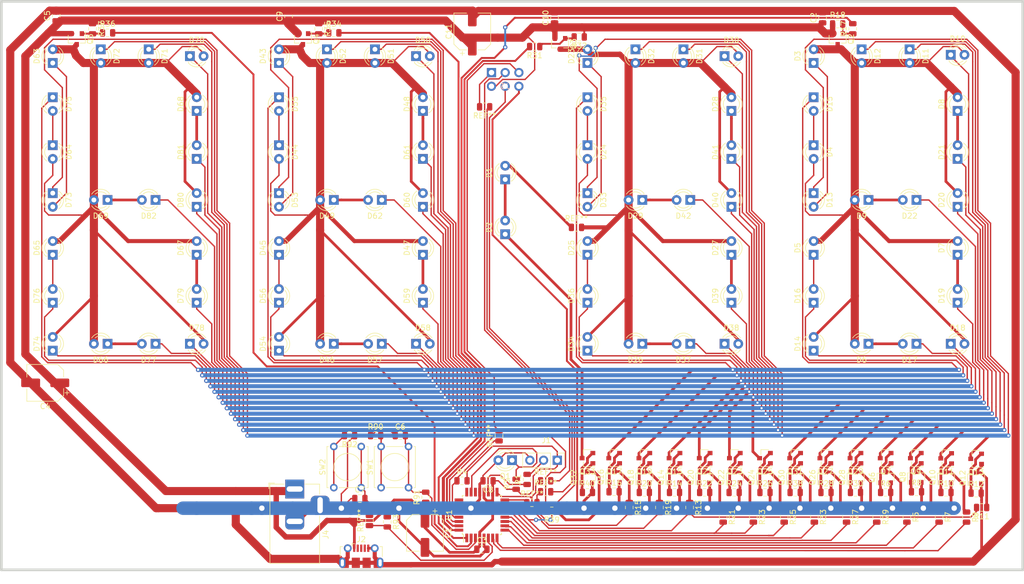
<source format=kicad_pcb>
(kicad_pcb (version 20171130) (host pcbnew 5.1.6)
  (layers (0 F.Cu signal) (31 B.Cu signal) (34 B.Paste user) (35 F.Paste user) (36 B.SilkS user) (37 F.SilkS user) (38 B.Mask user) (39 F.Mask user) (44 Edge.Cuts user))
  (net 0 "")
  (net 1 +5V)
  (net 2 /DbdPb/BtnOut)
  (net 3 /sheet5E8135E4/BtnOut)
  (net 4 /Naytto/sheet5E6237CA/Anode)
  (net 5 "Net-(D1-Pad1)")
  (net 6 /Naytto/sheet5E58E229/Collector)
  (net 7 /Naytto/Numero/Anode)
  (net 8 "Net-(D13-Pad2)")
  (net 9 "Net-(D15-Pad2)")
  (net 10 "Net-(D16-Pad2)")
  (net 11 "Net-(D17-Pad2)")
  (net 12 "Net-(D19-Pad2)")
  (net 13 "Net-(D21-Pad2)")
  (net 14 "Net-(D22-Pad2)")
  (net 15 /Naytto/Numero/Cat0)
  (net 16 /Naytto/Numero/Cat1)
  (net 17 /Naytto/Numero/Cat2)
  (net 18 /Naytto/Numero/Cat3a)
  (net 19 /Naytto/Numero/Cat3b)
  (net 20 /Naytto/Numero/Cat4)
  (net 21 /Naytto/Numero/Cat5)
  (net 22 /Naytto/Numero/Cat6a)
  (net 23 /Naytto/Numero/Cat6b)
  (net 24 /Naytto/Numero/Cat7)
  (net 25 /Naytto/Numero/Cat8)
  (net 26 /Naytto/Numero/Cat9)
  (net 27 /Naytto/Numero/CatA)
  (net 28 "Net-(D23-Pad1)")
  (net 29 "Net-(D24-Pad1)")
  (net 30 "Net-(D25-Pad1)")
  (net 31 "Net-(D26-Pad1)")
  (net 32 "Net-(D27-Pad1)")
  (net 33 "Net-(D28-Pad1)")
  (net 34 "Net-(D29-Pad1)")
  (net 35 /Naytto/sheet5E62C9E3/Anode)
  (net 36 "Net-(D43-Pad1)")
  (net 37 "Net-(D44-Pad1)")
  (net 38 "Net-(D45-Pad1)")
  (net 39 "Net-(D46-Pad1)")
  (net 40 "Net-(D47-Pad1)")
  (net 41 "Net-(D48-Pad1)")
  (net 42 "Net-(D49-Pad1)")
  (net 43 /Naytto/sheet5E6352C9/Anode)
  (net 44 "Net-(D63-Pad1)")
  (net 45 "Net-(D64-Pad1)")
  (net 46 "Net-(D65-Pad1)")
  (net 47 "Net-(D66-Pad1)")
  (net 48 "Net-(D67-Pad1)")
  (net 49 "Net-(D68-Pad1)")
  (net 50 "Net-(D69-Pad1)")
  (net 51 "Net-(J2-Pad3)")
  (net 52 "Net-(J2-Pad4)")
  (net 53 "Net-(J2-Pad2)")
  (net 54 "Net-(J3-Pad5)")
  (net 55 /Naytto/Glo8)
  (net 56 /Naytto/GloA)
  (net 57 /Naytto/Glo9)
  (net 58 "Net-(Q1-Pad1)")
  (net 59 "Net-(Q2-Pad1)")
  (net 60 "Net-(Q3-Pad1)")
  (net 61 "Net-(Q4-Pad1)")
  (net 62 "Net-(Q5-Pad1)")
  (net 63 "Net-(Q6-Pad3)")
  (net 64 "Net-(Q6-Pad1)")
  (net 65 "Net-(Q8-Pad3)")
  (net 66 "Net-(Q8-Pad1)")
  (net 67 "Net-(Q10-Pad3)")
  (net 68 "Net-(Q10-Pad1)")
  (net 69 "Net-(Q12-Pad3)")
  (net 70 "Net-(Q12-Pad1)")
  (net 71 "Net-(Q14-Pad3)")
  (net 72 "Net-(Q14-Pad1)")
  (net 73 "Net-(Q16-Pad3)")
  (net 74 "Net-(Q16-Pad1)")
  (net 75 "Net-(Q18-Pad3)")
  (net 76 "Net-(Q18-Pad1)")
  (net 77 "Net-(Q20-Pad3)")
  (net 78 "Net-(Q20-Pad1)")
  (net 79 "Net-(Q22-Pad3)")
  (net 80 "Net-(Q22-Pad1)")
  (net 81 "Net-(Q24-Pad3)")
  (net 82 "Net-(Q24-Pad1)")
  (net 83 "Net-(Q26-Pad3)")
  (net 84 "Net-(Q26-Pad1)")
  (net 85 "Net-(Q28-Pad3)")
  (net 86 "Net-(Q28-Pad1)")
  (net 87 "Net-(Q30-Pad3)")
  (net 88 "Net-(Q30-Pad1)")
  (net 89 "Net-(Q32-Pad3)")
  (net 90 "Net-(Q32-Pad1)")
  (net 91 /Naytto/Glo0)
  (net 92 /Naytto/Glo1)
  (net 93 /Naytto/Glo2)
  (net 94 /Naytto/Glo3)
  (net 95 /Naytto/Glo4)
  (net 96 /Naytto/Ghi0)
  (net 97 /Naytto/Glo5)
  (net 98 /Naytto/Glo6)
  (net 99 /Naytto/Glo7)
  (net 100 /Naytto/Ghi1)
  (net 101 /Naytto/Ghi2)
  (net 102 /Naytto/Ghi3)
  (net 103 /Naytto/GloB)
  (net 104 "Net-(R90-Pad2)")
  (net 105 "Net-(R92-Pad2)")
  (net 106 "Net-(U1-Pad28)")
  (net 107 "Net-(U1-Pad27)")
  (net 108 "Net-(U1-Pad26)")
  (net 109 "Net-(U1-Pad25)")
  (net 110 "Net-(U1-Pad24)")
  (net 111 Earth)
  (net 112 "Net-(U1-Pad22)")
  (net 113 "Net-(J1-Pad2)")
  (net 114 "Net-(R1-Pad1)")
  (module Capacitor_SMD:CP_Elec_6.3x7.7 (layer F.Cu) (at 99.949 17.018 90)
    (fp_text reference C11 (at 0 -4.35 90) (layer F.SilkS))
    (fp_text value 100u)
    (pad 2 smd roundrect (at 2.7 0 90) (size 3.5 1.6) (layers F.Cu F.Paste F.Mask) (roundrect_rratio 0.15625) (net 111 Earth))
    (pad 1 smd roundrect (at -2.7 0 90) (size 3.5 1.6) (layers F.Cu F.Paste F.Mask) (roundrect_rratio 0.15625) (net 1 +5V))
  )
  (module Capacitor_SMD:C_0805_2012Metric (layer F.Cu) (at 115.189 14.478 90)
    (fp_text reference C10 (at 0 -1.65 90) (layer F.SilkS))
    (fp_text value 100n)
    (pad 2 smd roundrect (at 0.9375 0 90) (size 0.975 1.4) (layers F.Cu F.Paste F.Mask) (net 111 Earth))
    (pad 1 smd roundrect (at -0.9375 0 90) (size 0.975 1.4) (layers F.Cu F.Paste F.Mask) (net 1 +5V))
  )
  (module Capacitor_SMD:C_0805_2012Metric (layer F.Cu) (at 65.913 14.224 90)
    (fp_text reference C9 (at 0 -1.65 90) (layer F.SilkS))
    (fp_text value 100n)
    (pad 2 smd roundrect (at 0.9375 0 90) (size 0.975 1.4) (layers F.Cu F.Paste F.Mask) (net 111 Earth))
    (pad 1 smd roundrect (at -0.9375 0 90) (size 0.975 1.4) (layers F.Cu F.Paste F.Mask) (net 1 +5V))
  )
  (module Capacitor_SMD:C_0805_2012Metric (layer F.Cu) (at 164.846 14.478 90)
    (fp_text reference C2 (at 0 -1.65 90) (layer F.SilkS))
    (fp_text value 100n)
    (pad 2 smd roundrect (at 0.9375 0 90) (size 0.975 1.4) (layers F.Cu F.Paste F.Mask) (net 111 Earth))
    (pad 1 smd roundrect (at -0.9375 0 90) (size 0.975 1.4) (layers F.Cu F.Paste F.Mask) (net 1 +5V))
  )
  (module Resistor_SMD:R_0805_2012Metric (layer F.Cu) (at 110.109 100.076 90)
    (fp_text reference R1 (at 0 -1.65 90) (layer F.SilkS))
    (fp_text value 1k)
    (pad 2 smd roundrect (at 0.9375 0 90) (size 0.975 1.4) (layers F.Cu F.Paste F.Mask) (net 113 "Net-(J1-Pad2)"))
    (pad 1 smd roundrect (at -0.9375 0 90) (size 0.975 1.4) (layers F.Cu F.Paste F.Mask) (net 114 "Net-(R1-Pad1)"))
  )
  (module Connector_BarrelJack:BarrelJack_Horizontal (layer F.Cu) (at 67.056 101.854 90)
    (fp_text reference J4 (at -8.45 5.75 90) (layer F.SilkS))
    (fp_text value Barrel_Jack)
    (pad 3 thru_hole roundrect (at -3 4.7 90) (size 3.5 3.5) (drill oval 3 1) (layers *.Cu *.Mask) (net 111 Earth))
    (pad 2 thru_hole roundrect (at -6 0 90) (size 3 3.5) (drill oval 1 3) (layers *.Cu *.Mask) (net 111 Earth))
    (pad 1 thru_hole rect (at 0 0 90) (size 3.5 3.5) (drill oval 1 3) (layers *.Cu *.Mask) (net 1 +5V))
  )
  (module Connector_PinHeader_2.54mm:PinHeader_1x03_P2.54mm_Vertical (layer F.Cu) (at 115.697 96.52 270)
    (fp_text reference J1 (at -3.683 2.032 180) (layer F.SilkS))
    (fp_text value Conn_01x02_Male_To_Opto)
    (pad 3 thru_hole oval (at 0 5.08 270) (size 1.7 1.7) (drill 1) (layers *.Cu *.Mask) (net 111 Earth))
    (pad 2 thru_hole oval (at 0 2.54 270) (size 1.7 1.7) (drill 1) (layers *.Cu *.Mask) (net 113 "Net-(J1-Pad2)"))
    (pad 1 thru_hole rect (at 0 0 270) (size 1.7 1.7) (drill 1) (layers *.Cu *.Mask) (net 1 +5V))
  )
  (module Connector_PinHeader_2.54mm:PinHeader_2x03_P2.54mm_Vertical (layer B.Cu) (at 103.505 24.638 270)
    (fp_text reference J3 (at 2.54 -2.54) (layer B.SilkS) (effects (justify mirror)))
    (fp_text value AVR-ISP-6)
    (pad 6 thru_hole oval (at 2.54 -5.08 270) (size 1.7 1.7) (drill 1) (layers *.Cu *.Mask) (net 111 Earth))
    (pad 5 thru_hole oval (at 0 -5.08 270) (size 1.7 1.7) (drill 1) (layers *.Cu *.Mask) (net 54 "Net-(J3-Pad5)"))
    (pad 4 thru_hole oval (at 2.54 -2.54 270) (size 1.7 1.7) (drill 1) (layers *.Cu *.Mask) (net 94 /Naytto/Glo3))
    (pad 3 thru_hole oval (at 0 -2.54 270) (size 1.7 1.7) (drill 1) (layers *.Cu *.Mask) (net 95 /Naytto/Glo4))
    (pad 2 thru_hole oval (at 2.54 0 270) (size 1.7 1.7) (drill 1) (layers *.Cu *.Mask) (net 1 +5V))
    (pad 1 thru_hole rect (at 0 0 270) (size 1.7 1.7) (drill 1) (layers *.Cu *.Mask) (net 97 /Naytto/Glo5))
  )
  (module LED_THT:LED_D3.0mm_Front (layer F.Cu) (at 107.315 96.52 180)
    (fp_text reference Q1 (at 1.27 -2.96) (layer F.SilkS))
    (fp_text value TEPT4400)
    (pad 2 thru_hole circle (at 2.54 0 180) (size 1.8 1.8) (drill 0.9) (layers F.Cu F.Mask) (net 111 Earth))
    (pad 1 thru_hole rect (at 0 0 180) (size 1.8 1.8) (drill 0.9) (layers F.Cu F.Mask) (net 58 "Net-(Q1-Pad1)"))
  )
  (module Resistor_SMD:R_0805_2012Metric (layer F.Cu) (at 104.902 91.9965 90)
    (fp_text reference REF** (at 0 -1.65 90) (layer F.SilkS))
    (fp_text value 0)
    (pad 1 smd roundrect (at -0.9375 0 90) (size 0.975 1.4) (layers F.Cu F.Paste F.Mask) (net 54 "Net-(J3-Pad5)"))
    (pad 2 smd roundrect (at 0.9375 0 90) (size 0.975 1.4) (layers F.Cu F.Paste F.Mask) (net 54 "Net-(J3-Pad5)"))
  )
  (module Resistor_SMD:R_0805_2012Metric (layer F.Cu) (at 110.998 104.394)
    (fp_text reference REF** (at 0 -1.65) (layer F.SilkS))
    (fp_text value 0)
    (pad 1 smd roundrect (at -0.9375 0) (size 0.975 1.4) (layers F.Cu F.Paste F.Mask) (net 97 /Naytto/Glo5))
    (pad 2 smd roundrect (at 0.9375 0) (size 0.975 1.4) (layers F.Cu F.Paste F.Mask) (net 97 /Naytto/Glo5))
  )
  (module Resistor_SMD:R_0805_2012Metric (layer F.Cu) (at 102.235 30.988 180)
    (fp_text reference REF** (at 0 -1.65) (layer F.SilkS))
    (fp_text value 0)
    (pad 1 smd roundrect (at -0.9375 0 180) (size 0.975 1.4) (layers F.Cu F.Paste F.Mask) (net 97 /Naytto/Glo5))
    (pad 2 smd roundrect (at 0.9375 0 180) (size 0.975 1.4) (layers F.Cu F.Paste F.Mask) (net 97 /Naytto/Glo5))
  )
  (module Resistor_SMD:R_0805_2012Metric (layer F.Cu) (at 113.538 102.362)
    (fp_text reference REF** (at 0 -1.65) (layer F.SilkS))
    (fp_text value 0)
    (pad 1 smd roundrect (at -0.9375 0) (size 0.975 1.4) (layers F.Cu F.Paste F.Mask) (net 97 /Naytto/Glo5))
    (pad 2 smd roundrect (at 0.9375 0) (size 0.975 1.4) (layers F.Cu F.Paste F.Mask) (net 97 /Naytto/Glo5))
  )
  (module Resistor_SMD:R_0805_2012Metric (layer F.Cu) (at 113.538 100.33)
    (fp_text reference REF** (at 0 -1.65) (layer F.SilkS))
    (fp_text value 0)
    (pad 2 smd roundrect (at 0.9375 0) (size 0.975 1.4) (layers F.Cu F.Paste F.Mask) (net 95 /Naytto/Glo4))
    (pad 1 smd roundrect (at -0.9375 0) (size 0.975 1.4) (layers F.Cu F.Paste F.Mask) (net 95 /Naytto/Glo4))
  )
  (module Resistor_SMD:R_0805_2012Metric (layer F.Cu) (at 80.899 107.696 90)
    (fp_text reference REF** (at 0 -1.65 90) (layer F.SilkS))
    (fp_text value 0)
    (pad 2 smd roundrect (at 0.9375 0 90) (size 0.975 1.4) (layers F.Cu F.Paste F.Mask) (net 3 /sheet5E8135E4/BtnOut))
    (pad 1 smd roundrect (at -0.9375 0 90) (size 0.975 1.4) (layers F.Cu F.Paste F.Mask) (net 3 /sheet5E8135E4/BtnOut))
  )
  (module Resistor_SMD:R_0805_2012Metric (layer F.Cu) (at 82.042 91.948)
    (fp_text reference R90 (at 0 -1.65) (layer F.SilkS))
    (fp_text value 100)
    (pad 2 smd roundrect (at 0.9375 0) (size 0.975 1.4) (layers F.Cu F.Paste F.Mask) (net 104 "Net-(R90-Pad2)"))
    (pad 1 smd roundrect (at -0.9375 0) (size 0.975 1.4) (layers F.Cu F.Paste F.Mask) (net 111 Earth))
  )
  (module Resistor_SMD:R_0805_2012Metric (layer F.Cu) (at 111.506 19.812 180)
    (fp_text reference R31 (at 0 -1.65) (layer F.SilkS))
    (fp_text value 270)
    (pad 2 smd roundrect (at 0.9375 0 180) (size 0.975 1.4) (layers F.Cu F.Paste F.Mask) (net 100 /Naytto/Ghi1))
    (pad 1 smd roundrect (at -0.9375 0 180) (size 0.975 1.4) (layers F.Cu F.Paste F.Mask) (net 60 "Net-(Q3-Pad1)"))
  )
  (module LED_THT:LED_D3.0mm_Front (layer F.Cu) (at 106.045 44.45 90)
    (fp_text reference D1 (at 1.27 -2.96 90) (layer F.SilkS))
    (fp_text value LED_Small_ALT)
    (pad 2 thru_hole circle (at 2.54 0 90) (size 1.8 1.8) (drill 0.9) (layers F.Cu F.Mask) (net 4 /Naytto/sheet5E6237CA/Anode))
    (pad 1 thru_hole rect (at 0 0 90) (size 1.8 1.8) (drill 0.9) (layers F.Cu F.Mask) (net 5 "Net-(D1-Pad1)"))
  )
  (module LED_THT:LED_D3.0mm_Front (layer F.Cu) (at 106.045 54.61 90)
    (fp_text reference D2 (at 1.27 -2.96 90) (layer F.SilkS))
    (fp_text value LED_Small_ALT)
    (pad 2 thru_hole circle (at 2.54 0 90) (size 1.8 1.8) (drill 0.9) (layers F.Cu F.Mask) (net 5 "Net-(D1-Pad1)"))
    (pad 1 thru_hole rect (at 0 0 90) (size 1.8 1.8) (drill 0.9) (layers F.Cu F.Mask) (net 6 /Naytto/sheet5E58E229/Collector))
  )
  (module LED_THT:LED_D3.0mm_Front (layer F.Cu) (at 163.195 22.86 90)
    (fp_text reference D3 (at 1.27 -2.96 90) (layer F.SilkS))
    (fp_text value LED_Small_ALT)
    (pad 2 thru_hole circle (at 2.54 0 90) (size 1.8 1.8) (drill 0.9) (layers F.Cu F.Mask) (net 7 /Naytto/Numero/Anode))
    (pad 1 thru_hole rect (at 0 0 90) (size 1.8 1.8) (drill 0.9) (layers F.Cu F.Mask) (net 8 "Net-(D13-Pad2)"))
  )
  (module LED_THT:LED_D3.0mm_Front (layer F.Cu) (at 163.195 38.1 270)
    (fp_text reference D4 (at 1.27 -2.96 90) (layer F.SilkS))
    (fp_text value LED_Small_ALT)
    (pad 2 thru_hole circle (at 2.54 0 270) (size 1.8 1.8) (drill 0.9) (layers F.Cu F.Mask) (net 7 /Naytto/Numero/Anode))
    (pad 1 thru_hole rect (at 0 0 270) (size 1.8 1.8) (drill 0.9) (layers F.Cu F.Mask) (net 9 "Net-(D15-Pad2)"))
  )
  (module LED_THT:LED_D3.0mm_Front (layer F.Cu) (at 163.195 58.42 90)
    (fp_text reference D5 (at 1.27 -2.96 90) (layer F.SilkS))
    (fp_text value LED_Small_ALT)
    (pad 2 thru_hole circle (at 2.54 0 90) (size 1.8 1.8) (drill 0.9) (layers F.Cu F.Mask) (net 7 /Naytto/Numero/Anode))
    (pad 1 thru_hole rect (at 0 0 90) (size 1.8 1.8) (drill 0.9) (layers F.Cu F.Mask) (net 10 "Net-(D16-Pad2)"))
  )
  (module LED_THT:LED_D3.0mm_Front (layer F.Cu) (at 173.355 74.93 180)
    (fp_text reference D6 (at 1.27 -2.96) (layer F.SilkS))
    (fp_text value LED_Small_ALT)
    (pad 2 thru_hole circle (at 2.54 0 180) (size 1.8 1.8) (drill 0.9) (layers F.Cu F.Mask) (net 7 /Naytto/Numero/Anode))
    (pad 1 thru_hole rect (at 0 0 180) (size 1.8 1.8) (drill 0.9) (layers F.Cu F.Mask) (net 11 "Net-(D17-Pad2)"))
  )
  (module LED_THT:LED_D3.0mm_Front (layer F.Cu) (at 189.865 58.42 90)
    (fp_text reference D7 (at 1.27 -2.96 90) (layer F.SilkS))
    (fp_text value LED_Small_ALT)
    (pad 2 thru_hole circle (at 2.54 0 90) (size 1.8 1.8) (drill 0.9) (layers F.Cu F.Mask) (net 7 /Naytto/Numero/Anode))
    (pad 1 thru_hole rect (at 0 0 90) (size 1.8 1.8) (drill 0.9) (layers F.Cu F.Mask) (net 12 "Net-(D19-Pad2)"))
  )
  (module LED_THT:LED_D3.0mm_Front (layer F.Cu) (at 189.865 31.75 90)
    (fp_text reference D8 (at 1.27 -2.96 90) (layer F.SilkS))
    (fp_text value LED_Small_ALT)
    (pad 2 thru_hole circle (at 2.54 0 90) (size 1.8 1.8) (drill 0.9) (layers F.Cu F.Mask) (net 7 /Naytto/Numero/Anode))
    (pad 1 thru_hole rect (at 0 0 90) (size 1.8 1.8) (drill 0.9) (layers F.Cu F.Mask) (net 13 "Net-(D21-Pad2)"))
  )
  (module LED_THT:LED_D3.0mm_Front (layer F.Cu) (at 173.355 48.26 180)
    (fp_text reference D9 (at 1.27 -2.96) (layer F.SilkS))
    (fp_text value LED_Small_ALT)
    (pad 2 thru_hole circle (at 2.54 0 180) (size 1.8 1.8) (drill 0.9) (layers F.Cu F.Mask) (net 7 /Naytto/Numero/Anode))
    (pad 1 thru_hole rect (at 0 0 180) (size 1.8 1.8) (drill 0.9) (layers F.Cu F.Mask) (net 14 "Net-(D22-Pad2)"))
  )
  (module LED_THT:LED_D3.0mm_Front (layer F.Cu) (at 188.595 21.336)
    (fp_text reference D10 (at 1.27 -2.96) (layer F.SilkS))
    (fp_text value LED_Small_ALT)
    (pad 2 thru_hole circle (at 2.54 0) (size 1.8 1.8) (drill 0.9) (layers F.Cu F.Mask) (net 7 /Naytto/Numero/Anode))
    (pad 1 thru_hole rect (at 0 0) (size 1.8 1.8) (drill 0.9) (layers F.Cu F.Mask) (net 15 /Naytto/Numero/Cat0))
  )
  (module LED_THT:LED_D3.0mm_Front (layer F.Cu) (at 180.975 20.32 270)
    (fp_text reference D11 (at 1.27 -2.96 90) (layer F.SilkS))
    (fp_text value LED_Small_ALT)
    (pad 2 thru_hole circle (at 2.54 0 270) (size 1.8 1.8) (drill 0.9) (layers F.Cu F.Mask) (net 7 /Naytto/Numero/Anode))
    (pad 1 thru_hole rect (at 0 0 270) (size 1.8 1.8) (drill 0.9) (layers F.Cu F.Mask) (net 16 /Naytto/Numero/Cat1))
  )
  (module LED_THT:LED_D3.0mm_Front (layer F.Cu) (at 172.085 20.32 270)
    (fp_text reference D12 (at 1.27 -2.96 90) (layer F.SilkS))
    (fp_text value LED_Small_ALT)
    (pad 2 thru_hole circle (at 2.54 0 270) (size 1.8 1.8) (drill 0.9) (layers F.Cu F.Mask) (net 7 /Naytto/Numero/Anode))
    (pad 1 thru_hole rect (at 0 0 270) (size 1.8 1.8) (drill 0.9) (layers F.Cu F.Mask) (net 17 /Naytto/Numero/Cat2))
  )
  (module LED_THT:LED_D3.0mm_Front (layer F.Cu) (at 163.195 46.99 270)
    (fp_text reference D13 (at 1.27 -2.96 90) (layer F.SilkS))
    (fp_text value LED_Small_ALT)
    (pad 2 thru_hole circle (at 2.54 0 270) (size 1.8 1.8) (drill 0.9) (layers F.Cu F.Mask) (net 8 "Net-(D13-Pad2)"))
    (pad 1 thru_hole rect (at 0 0 270) (size 1.8 1.8) (drill 0.9) (layers F.Cu F.Mask) (net 18 /Naytto/Numero/Cat3a))
  )
  (module LED_THT:LED_D3.0mm_Front (layer F.Cu) (at 163.195 76.2 90)
    (fp_text reference D14 (at 1.27 -2.96 90) (layer F.SilkS))
    (fp_text value LED_Small_ALT)
    (pad 2 thru_hole circle (at 2.54 0 90) (size 1.8 1.8) (drill 0.9) (layers F.Cu F.Mask) (net 7 /Naytto/Numero/Anode))
    (pad 1 thru_hole rect (at 0 0 90) (size 1.8 1.8) (drill 0.9) (layers F.Cu F.Mask) (net 19 /Naytto/Numero/Cat3b))
  )
  (module LED_THT:LED_D3.0mm_Front (layer F.Cu) (at 163.195 29.21 270)
    (fp_text reference D15 (at 1.27 -2.96 90) (layer F.SilkS))
    (fp_text value LED_Small_ALT)
    (pad 2 thru_hole circle (at 2.54 0 270) (size 1.8 1.8) (drill 0.9) (layers F.Cu F.Mask) (net 9 "Net-(D15-Pad2)"))
    (pad 1 thru_hole rect (at 0 0 270) (size 1.8 1.8) (drill 0.9) (layers F.Cu F.Mask) (net 20 /Naytto/Numero/Cat4))
  )
  (module LED_THT:LED_D3.0mm_Front (layer F.Cu) (at 163.195 67.31 90)
    (fp_text reference D16 (at 1.27 -2.96 90) (layer F.SilkS))
    (fp_text value LED_Small_ALT)
    (pad 2 thru_hole circle (at 2.54 0 90) (size 1.8 1.8) (drill 0.9) (layers F.Cu F.Mask) (net 10 "Net-(D16-Pad2)"))
    (pad 1 thru_hole rect (at 0 0 90) (size 1.8 1.8) (drill 0.9) (layers F.Cu F.Mask) (net 21 /Naytto/Numero/Cat5))
  )
  (module LED_THT:LED_D3.0mm_Front (layer F.Cu) (at 182.245 74.93 180)
    (fp_text reference D17 (at 1.27 -2.96) (layer F.SilkS))
    (fp_text value LED_Small_ALT)
    (pad 2 thru_hole circle (at 2.54 0 180) (size 1.8 1.8) (drill 0.9) (layers F.Cu F.Mask) (net 11 "Net-(D17-Pad2)"))
    (pad 1 thru_hole rect (at 0 0 180) (size 1.8 1.8) (drill 0.9) (layers F.Cu F.Mask) (net 22 /Naytto/Numero/Cat6a))
  )
  (module LED_THT:LED_D3.0mm_Front (layer F.Cu) (at 188.595 74.93)
    (fp_text reference D18 (at 1.27 -2.96) (layer F.SilkS))
    (fp_text value LED_Small_ALT)
    (pad 2 thru_hole circle (at 2.54 0) (size 1.8 1.8) (drill 0.9) (layers F.Cu F.Mask) (net 7 /Naytto/Numero/Anode))
    (pad 1 thru_hole rect (at 0 0) (size 1.8 1.8) (drill 0.9) (layers F.Cu F.Mask) (net 23 /Naytto/Numero/Cat6b))
  )
  (module LED_THT:LED_D3.0mm_Front (layer F.Cu) (at 189.865 67.31 90)
    (fp_text reference D19 (at 1.27 -2.96 90) (layer F.SilkS))
    (fp_text value LED_Small_ALT)
    (pad 2 thru_hole circle (at 2.54 0 90) (size 1.8 1.8) (drill 0.9) (layers F.Cu F.Mask) (net 12 "Net-(D19-Pad2)"))
    (pad 1 thru_hole rect (at 0 0 90) (size 1.8 1.8) (drill 0.9) (layers F.Cu F.Mask) (net 24 /Naytto/Numero/Cat7))
  )
  (module LED_THT:LED_D3.0mm_Front (layer F.Cu) (at 189.865 49.53 90)
    (fp_text reference D20 (at 1.27 -2.96 90) (layer F.SilkS))
    (fp_text value LED_Small_ALT)
    (pad 2 thru_hole circle (at 2.54 0 90) (size 1.8 1.8) (drill 0.9) (layers F.Cu F.Mask) (net 7 /Naytto/Numero/Anode))
    (pad 1 thru_hole rect (at 0 0 90) (size 1.8 1.8) (drill 0.9) (layers F.Cu F.Mask) (net 25 /Naytto/Numero/Cat8))
  )
  (module LED_THT:LED_D3.0mm_Front (layer F.Cu) (at 189.865 40.64 90)
    (fp_text reference D21 (at 1.27 -2.96 90) (layer F.SilkS))
    (fp_text value LED_Small_ALT)
    (pad 2 thru_hole circle (at 2.54 0 90) (size 1.8 1.8) (drill 0.9) (layers F.Cu F.Mask) (net 13 "Net-(D21-Pad2)"))
    (pad 1 thru_hole rect (at 0 0 90) (size 1.8 1.8) (drill 0.9) (layers F.Cu F.Mask) (net 26 /Naytto/Numero/Cat9))
  )
  (module LED_THT:LED_D3.0mm_Front (layer F.Cu) (at 182.245 48.26 180)
    (fp_text reference D22 (at 1.27 -2.96) (layer F.SilkS))
    (fp_text value LED_Small_ALT)
    (pad 2 thru_hole circle (at 2.54 0 180) (size 1.8 1.8) (drill 0.9) (layers F.Cu F.Mask) (net 14 "Net-(D22-Pad2)"))
    (pad 1 thru_hole rect (at 0 0 180) (size 1.8 1.8) (drill 0.9) (layers F.Cu F.Mask) (net 27 /Naytto/Numero/CatA))
  )
  (module LED_THT:LED_D3.0mm_Front (layer F.Cu) (at 121.285 22.86 90)
    (fp_text reference D23 (at 1.27 -2.96 90) (layer F.SilkS))
    (fp_text value LED_Small_ALT)
    (pad 2 thru_hole circle (at 2.54 0 90) (size 1.8 1.8) (drill 0.9) (layers F.Cu F.Mask) (net 4 /Naytto/sheet5E6237CA/Anode))
    (pad 1 thru_hole rect (at 0 0 90) (size 1.8 1.8) (drill 0.9) (layers F.Cu F.Mask) (net 28 "Net-(D23-Pad1)"))
  )
  (module LED_THT:LED_D3.0mm_Front (layer F.Cu) (at 121.285 38.1 270)
    (fp_text reference D24 (at 1.27 -2.96 90) (layer F.SilkS))
    (fp_text value LED_Small_ALT)
    (pad 2 thru_hole circle (at 2.54 0 270) (size 1.8 1.8) (drill 0.9) (layers F.Cu F.Mask) (net 4 /Naytto/sheet5E6237CA/Anode))
    (pad 1 thru_hole rect (at 0 0 270) (size 1.8 1.8) (drill 0.9) (layers F.Cu F.Mask) (net 29 "Net-(D24-Pad1)"))
  )
  (module LED_THT:LED_D3.0mm_Front (layer F.Cu) (at 121.285 58.42 90)
    (fp_text reference D25 (at 1.27 -2.96 90) (layer F.SilkS))
    (fp_text value LED_Small_ALT)
    (pad 2 thru_hole circle (at 2.54 0 90) (size 1.8 1.8) (drill 0.9) (layers F.Cu F.Mask) (net 4 /Naytto/sheet5E6237CA/Anode))
    (pad 1 thru_hole rect (at 0 0 90) (size 1.8 1.8) (drill 0.9) (layers F.Cu F.Mask) (net 30 "Net-(D25-Pad1)"))
  )
  (module LED_THT:LED_D3.0mm_Front (layer F.Cu) (at 131.445 74.93 180)
    (fp_text reference D26 (at 1.27 -2.96) (layer F.SilkS))
    (fp_text value LED_Small_ALT)
    (pad 2 thru_hole circle (at 2.54 0 180) (size 1.8 1.8) (drill 0.9) (layers F.Cu F.Mask) (net 4 /Naytto/sheet5E6237CA/Anode))
    (pad 1 thru_hole rect (at 0 0 180) (size 1.8 1.8) (drill 0.9) (layers F.Cu F.Mask) (net 31 "Net-(D26-Pad1)"))
  )
  (module LED_THT:LED_D3.0mm_Front (layer F.Cu) (at 147.955 58.42 90)
    (fp_text reference D27 (at 1.27 -2.96 90) (layer F.SilkS))
    (fp_text value LED_Small_ALT)
    (pad 2 thru_hole circle (at 2.54 0 90) (size 1.8 1.8) (drill 0.9) (layers F.Cu F.Mask) (net 4 /Naytto/sheet5E6237CA/Anode))
    (pad 1 thru_hole rect (at 0 0 90) (size 1.8 1.8) (drill 0.9) (layers F.Cu F.Mask) (net 32 "Net-(D27-Pad1)"))
  )
  (module LED_THT:LED_D3.0mm_Front (layer F.Cu) (at 147.955 31.75 90)
    (fp_text reference D28 (at 1.27 -2.96 90) (layer F.SilkS))
    (fp_text value LED_Small_ALT)
    (pad 2 thru_hole circle (at 2.54 0 90) (size 1.8 1.8) (drill 0.9) (layers F.Cu F.Mask) (net 4 /Naytto/sheet5E6237CA/Anode))
    (pad 1 thru_hole rect (at 0 0 90) (size 1.8 1.8) (drill 0.9) (layers F.Cu F.Mask) (net 33 "Net-(D28-Pad1)"))
  )
  (module LED_THT:LED_D3.0mm_Front (layer F.Cu) (at 131.445 48.26 180)
    (fp_text reference D29 (at 1.27 -2.96) (layer F.SilkS))
    (fp_text value LED_Small_ALT)
    (pad 2 thru_hole circle (at 2.54 0 180) (size 1.8 1.8) (drill 0.9) (layers F.Cu F.Mask) (net 4 /Naytto/sheet5E6237CA/Anode))
    (pad 1 thru_hole rect (at 0 0 180) (size 1.8 1.8) (drill 0.9) (layers F.Cu F.Mask) (net 34 "Net-(D29-Pad1)"))
  )
  (module LED_THT:LED_D3.0mm_Front (layer F.Cu) (at 146.685 21.59)
    (fp_text reference D30 (at 1.27 -2.96) (layer F.SilkS))
    (fp_text value LED_Small_ALT)
    (pad 2 thru_hole circle (at 2.54 0) (size 1.8 1.8) (drill 0.9) (layers F.Cu F.Mask) (net 4 /Naytto/sheet5E6237CA/Anode))
    (pad 1 thru_hole rect (at 0 0) (size 1.8 1.8) (drill 0.9) (layers F.Cu F.Mask) (net 15 /Naytto/Numero/Cat0))
  )
  (module LED_THT:LED_D3.0mm_Front (layer F.Cu) (at 139.065 20.32 270)
    (fp_text reference D31 (at 1.27 -2.96 90) (layer F.SilkS))
    (fp_text value LED_Small_ALT)
    (pad 2 thru_hole circle (at 2.54 0 270) (size 1.8 1.8) (drill 0.9) (layers F.Cu F.Mask) (net 4 /Naytto/sheet5E6237CA/Anode))
    (pad 1 thru_hole rect (at 0 0 270) (size 1.8 1.8) (drill 0.9) (layers F.Cu F.Mask) (net 16 /Naytto/Numero/Cat1))
  )
  (module LED_THT:LED_D3.0mm_Front (layer F.Cu) (at 130.175 20.32 270)
    (fp_text reference D32 (at 1.27 -2.96 90) (layer F.SilkS))
    (fp_text value LED_Small_ALT)
    (pad 2 thru_hole circle (at 2.54 0 270) (size 1.8 1.8) (drill 0.9) (layers F.Cu F.Mask) (net 4 /Naytto/sheet5E6237CA/Anode))
    (pad 1 thru_hole rect (at 0 0 270) (size 1.8 1.8) (drill 0.9) (layers F.Cu F.Mask) (net 17 /Naytto/Numero/Cat2))
  )
  (module LED_THT:LED_D3.0mm_Front (layer F.Cu) (at 121.285 46.99 270)
    (fp_text reference D33 (at 1.27 -2.96 90) (layer F.SilkS))
    (fp_text value LED_Small_ALT)
    (pad 2 thru_hole circle (at 2.54 0 270) (size 1.8 1.8) (drill 0.9) (layers F.Cu F.Mask) (net 28 "Net-(D23-Pad1)"))
    (pad 1 thru_hole rect (at 0 0 270) (size 1.8 1.8) (drill 0.9) (layers F.Cu F.Mask) (net 18 /Naytto/Numero/Cat3a))
  )
  (module LED_THT:LED_D3.0mm_Front (layer F.Cu) (at 121.285 76.2 90)
    (fp_text reference D34 (at 1.27 -2.96 90) (layer F.SilkS))
    (fp_text value LED_Small_ALT)
    (pad 2 thru_hole circle (at 2.54 0 90) (size 1.8 1.8) (drill 0.9) (layers F.Cu F.Mask) (net 4 /Naytto/sheet5E6237CA/Anode))
    (pad 1 thru_hole rect (at 0 0 90) (size 1.8 1.8) (drill 0.9) (layers F.Cu F.Mask) (net 19 /Naytto/Numero/Cat3b))
  )
  (module LED_THT:LED_D3.0mm_Front (layer F.Cu) (at 121.285 29.21 270)
    (fp_text reference D35 (at 1.27 -2.96 90) (layer F.SilkS))
    (fp_text value LED_Small_ALT)
    (pad 2 thru_hole circle (at 2.54 0 270) (size 1.8 1.8) (drill 0.9) (layers F.Cu F.Mask) (net 29 "Net-(D24-Pad1)"))
    (pad 1 thru_hole rect (at 0 0 270) (size 1.8 1.8) (drill 0.9) (layers F.Cu F.Mask) (net 20 /Naytto/Numero/Cat4))
  )
  (module LED_THT:LED_D3.0mm_Front (layer F.Cu) (at 121.285 67.31 90)
    (fp_text reference D36 (at 1.27 -2.96 90) (layer F.SilkS))
    (fp_text value LED_Small_ALT)
    (pad 2 thru_hole circle (at 2.54 0 90) (size 1.8 1.8) (drill 0.9) (layers F.Cu F.Mask) (net 30 "Net-(D25-Pad1)"))
    (pad 1 thru_hole rect (at 0 0 90) (size 1.8 1.8) (drill 0.9) (layers F.Cu F.Mask) (net 21 /Naytto/Numero/Cat5))
  )
  (module LED_THT:LED_D3.0mm_Front (layer F.Cu) (at 140.335 74.93 180)
    (fp_text reference D37 (at 1.27 -2.96) (layer F.SilkS))
    (fp_text value LED_Small_ALT)
    (pad 2 thru_hole circle (at 2.54 0 180) (size 1.8 1.8) (drill 0.9) (layers F.Cu F.Mask) (net 31 "Net-(D26-Pad1)"))
    (pad 1 thru_hole rect (at 0 0 180) (size 1.8 1.8) (drill 0.9) (layers F.Cu F.Mask) (net 22 /Naytto/Numero/Cat6a))
  )
  (module LED_THT:LED_D3.0mm_Front (layer F.Cu) (at 146.685 74.93)
    (fp_text reference D38 (at 1.27 -2.96) (layer F.SilkS))
    (fp_text value LED_Small_ALT)
    (pad 2 thru_hole circle (at 2.54 0) (size 1.8 1.8) (drill 0.9) (layers F.Cu F.Mask) (net 4 /Naytto/sheet5E6237CA/Anode))
    (pad 1 thru_hole rect (at 0 0) (size 1.8 1.8) (drill 0.9) (layers F.Cu F.Mask) (net 23 /Naytto/Numero/Cat6b))
  )
  (module LED_THT:LED_D3.0mm_Front (layer F.Cu) (at 147.955 67.31 90)
    (fp_text reference D39 (at 1.27 -2.96 90) (layer F.SilkS))
    (fp_text value LED_Small_ALT)
    (pad 2 thru_hole circle (at 2.54 0 90) (size 1.8 1.8) (drill 0.9) (layers F.Cu F.Mask) (net 32 "Net-(D27-Pad1)"))
    (pad 1 thru_hole rect (at 0 0 90) (size 1.8 1.8) (drill 0.9) (layers F.Cu F.Mask) (net 24 /Naytto/Numero/Cat7))
  )
  (module LED_THT:LED_D3.0mm_Front (layer F.Cu) (at 147.955 49.53 90)
    (fp_text reference D40 (at 1.27 -2.96 90) (layer F.SilkS))
    (fp_text value LED_Small_ALT)
    (pad 2 thru_hole circle (at 2.54 0 90) (size 1.8 1.8) (drill 0.9) (layers F.Cu F.Mask) (net 4 /Naytto/sheet5E6237CA/Anode))
    (pad 1 thru_hole rect (at 0 0 90) (size 1.8 1.8) (drill 0.9) (layers F.Cu F.Mask) (net 25 /Naytto/Numero/Cat8))
  )
  (module LED_THT:LED_D3.0mm_Front (layer F.Cu) (at 147.955 40.64 90)
    (fp_text reference D41 (at 1.27 -2.96 90) (layer F.SilkS))
    (fp_text value LED_Small_ALT)
    (pad 2 thru_hole circle (at 2.54 0 90) (size 1.8 1.8) (drill 0.9) (layers F.Cu F.Mask) (net 33 "Net-(D28-Pad1)"))
    (pad 1 thru_hole rect (at 0 0 90) (size 1.8 1.8) (drill 0.9) (layers F.Cu F.Mask) (net 26 /Naytto/Numero/Cat9))
  )
  (module LED_THT:LED_D3.0mm_Front (layer F.Cu) (at 140.335 48.26 180)
    (fp_text reference D42 (at 1.27 -2.96) (layer F.SilkS))
    (fp_text value LED_Small_ALT)
    (pad 2 thru_hole circle (at 2.54 0 180) (size 1.8 1.8) (drill 0.9) (layers F.Cu F.Mask) (net 34 "Net-(D29-Pad1)"))
    (pad 1 thru_hole rect (at 0 0 180) (size 1.8 1.8) (drill 0.9) (layers F.Cu F.Mask) (net 27 /Naytto/Numero/CatA))
  )
  (module LED_THT:LED_D3.0mm_Front (layer F.Cu) (at 64.135 22.86 90)
    (fp_text reference D43 (at 1.27 -2.96 90) (layer F.SilkS))
    (fp_text value LED_Small_ALT)
    (pad 2 thru_hole circle (at 2.54 0 90) (size 1.8 1.8) (drill 0.9) (layers F.Cu F.Mask) (net 35 /Naytto/sheet5E62C9E3/Anode))
    (pad 1 thru_hole rect (at 0 0 90) (size 1.8 1.8) (drill 0.9) (layers F.Cu F.Mask) (net 36 "Net-(D43-Pad1)"))
  )
  (module LED_THT:LED_D3.0mm_Front (layer F.Cu) (at 64.135 38.1 270)
    (fp_text reference D44 (at 1.27 -2.96 90) (layer F.SilkS))
    (fp_text value LED_Small_ALT)
    (pad 2 thru_hole circle (at 2.54 0 270) (size 1.8 1.8) (drill 0.9) (layers F.Cu F.Mask) (net 35 /Naytto/sheet5E62C9E3/Anode))
    (pad 1 thru_hole rect (at 0 0 270) (size 1.8 1.8) (drill 0.9) (layers F.Cu F.Mask) (net 37 "Net-(D44-Pad1)"))
  )
  (module LED_THT:LED_D3.0mm_Front (layer F.Cu) (at 64.135 58.42 90)
    (fp_text reference D45 (at 1.27 -2.96 90) (layer F.SilkS))
    (fp_text value LED_Small_ALT)
    (pad 2 thru_hole circle (at 2.54 0 90) (size 1.8 1.8) (drill 0.9) (layers F.Cu F.Mask) (net 35 /Naytto/sheet5E62C9E3/Anode))
    (pad 1 thru_hole rect (at 0 0 90) (size 1.8 1.8) (drill 0.9) (layers F.Cu F.Mask) (net 38 "Net-(D45-Pad1)"))
  )
  (module LED_THT:LED_D3.0mm_Front (layer F.Cu) (at 74.295 74.93 180)
    (fp_text reference D46 (at 1.27 -2.96) (layer F.SilkS))
    (fp_text value LED_Small_ALT)
    (pad 2 thru_hole circle (at 2.54 0 180) (size 1.8 1.8) (drill 0.9) (layers F.Cu F.Mask) (net 35 /Naytto/sheet5E62C9E3/Anode))
    (pad 1 thru_hole rect (at 0 0 180) (size 1.8 1.8) (drill 0.9) (layers F.Cu F.Mask) (net 39 "Net-(D46-Pad1)"))
  )
  (module LED_THT:LED_D3.0mm_Front (layer F.Cu) (at 90.805 58.42 90)
    (fp_text reference D47 (at 1.27 -2.96 90) (layer F.SilkS))
    (fp_text value LED_Small_ALT)
    (pad 2 thru_hole circle (at 2.54 0 90) (size 1.8 1.8) (drill 0.9) (layers F.Cu F.Mask) (net 35 /Naytto/sheet5E62C9E3/Anode))
    (pad 1 thru_hole rect (at 0 0 90) (size 1.8 1.8) (drill 0.9) (layers F.Cu F.Mask) (net 40 "Net-(D47-Pad1)"))
  )
  (module LED_THT:LED_D3.0mm_Front (layer F.Cu) (at 90.805 31.75 90)
    (fp_text reference D48 (at 1.27 -2.96 90) (layer F.SilkS))
    (fp_text value LED_Small_ALT)
    (pad 2 thru_hole circle (at 2.54 0 90) (size 1.8 1.8) (drill 0.9) (layers F.Cu F.Mask) (net 35 /Naytto/sheet5E62C9E3/Anode))
    (pad 1 thru_hole rect (at 0 0 90) (size 1.8 1.8) (drill 0.9) (layers F.Cu F.Mask) (net 41 "Net-(D48-Pad1)"))
  )
  (module LED_THT:LED_D3.0mm_Front (layer F.Cu) (at 74.295 48.26 180)
    (fp_text reference D49 (at 1.27 -2.96) (layer F.SilkS))
    (fp_text value LED_Small_ALT)
    (pad 2 thru_hole circle (at 2.54 0 180) (size 1.8 1.8) (drill 0.9) (layers F.Cu F.Mask) (net 35 /Naytto/sheet5E62C9E3/Anode))
    (pad 1 thru_hole rect (at 0 0 180) (size 1.8 1.8) (drill 0.9) (layers F.Cu F.Mask) (net 42 "Net-(D49-Pad1)"))
  )
  (module LED_THT:LED_D3.0mm_Front (layer F.Cu) (at 89.535 21.59)
    (fp_text reference D50 (at 1.27 -2.96) (layer F.SilkS))
    (fp_text value LED_Small_ALT)
    (pad 2 thru_hole circle (at 2.54 0) (size 1.8 1.8) (drill 0.9) (layers F.Cu F.Mask) (net 35 /Naytto/sheet5E62C9E3/Anode))
    (pad 1 thru_hole rect (at 0 0) (size 1.8 1.8) (drill 0.9) (layers F.Cu F.Mask) (net 15 /Naytto/Numero/Cat0))
  )
  (module LED_THT:LED_D3.0mm_Front (layer F.Cu) (at 81.915 20.32 270)
    (fp_text reference D51 (at 1.27 -2.96 90) (layer F.SilkS))
    (fp_text value LED_Small_ALT)
    (pad 2 thru_hole circle (at 2.54 0 270) (size 1.8 1.8) (drill 0.9) (layers F.Cu F.Mask) (net 35 /Naytto/sheet5E62C9E3/Anode))
    (pad 1 thru_hole rect (at 0 0 270) (size 1.8 1.8) (drill 0.9) (layers F.Cu F.Mask) (net 16 /Naytto/Numero/Cat1))
  )
  (module LED_THT:LED_D3.0mm_Front (layer F.Cu) (at 73.025 20.32 270)
    (fp_text reference D52 (at 1.27 -2.96 90) (layer F.SilkS))
    (fp_text value LED_Small_ALT)
    (pad 2 thru_hole circle (at 2.54 0 270) (size 1.8 1.8) (drill 0.9) (layers F.Cu F.Mask) (net 35 /Naytto/sheet5E62C9E3/Anode))
    (pad 1 thru_hole rect (at 0 0 270) (size 1.8 1.8) (drill 0.9) (layers F.Cu F.Mask) (net 17 /Naytto/Numero/Cat2))
  )
  (module LED_THT:LED_D3.0mm_Front (layer F.Cu) (at 64.135 46.99 270)
    (fp_text reference D53 (at 1.27 -2.96 90) (layer F.SilkS))
    (fp_text value LED_Small_ALT)
    (pad 2 thru_hole circle (at 2.54 0 270) (size 1.8 1.8) (drill 0.9) (layers F.Cu F.Mask) (net 36 "Net-(D43-Pad1)"))
    (pad 1 thru_hole rect (at 0 0 270) (size 1.8 1.8) (drill 0.9) (layers F.Cu F.Mask) (net 18 /Naytto/Numero/Cat3a))
  )
  (module LED_THT:LED_D3.0mm_Front (layer F.Cu) (at 64.135 76.2 90)
    (fp_text reference D54 (at 1.27 -2.96 90) (layer F.SilkS))
    (fp_text value LED_Small_ALT)
    (pad 2 thru_hole circle (at 2.54 0 90) (size 1.8 1.8) (drill 0.9) (layers F.Cu F.Mask) (net 35 /Naytto/sheet5E62C9E3/Anode))
    (pad 1 thru_hole rect (at 0 0 90) (size 1.8 1.8) (drill 0.9) (layers F.Cu F.Mask) (net 19 /Naytto/Numero/Cat3b))
  )
  (module LED_THT:LED_D3.0mm_Front (layer F.Cu) (at 64.135 29.21 270)
    (fp_text reference D55 (at 1.27 -2.96 90) (layer F.SilkS))
    (fp_text value LED_Small_ALT)
    (pad 2 thru_hole circle (at 2.54 0 270) (size 1.8 1.8) (drill 0.9) (layers F.Cu F.Mask) (net 37 "Net-(D44-Pad1)"))
    (pad 1 thru_hole rect (at 0 0 270) (size 1.8 1.8) (drill 0.9) (layers F.Cu F.Mask) (net 20 /Naytto/Numero/Cat4))
  )
  (module LED_THT:LED_D3.0mm_Front (layer F.Cu) (at 64.135 67.31 90)
    (fp_text reference D56 (at 1.27 -2.96 90) (layer F.SilkS))
    (fp_text value LED_Small_ALT)
    (pad 2 thru_hole circle (at 2.54 0 90) (size 1.8 1.8) (drill 0.9) (layers F.Cu F.Mask) (net 38 "Net-(D45-Pad1)"))
    (pad 1 thru_hole rect (at 0 0 90) (size 1.8 1.8) (drill 0.9) (layers F.Cu F.Mask) (net 21 /Naytto/Numero/Cat5))
  )
  (module LED_THT:LED_D3.0mm_Front (layer F.Cu) (at 83.185 74.93 180)
    (fp_text reference D57 (at 1.27 -2.96) (layer F.SilkS))
    (fp_text value LED_Small_ALT)
    (pad 2 thru_hole circle (at 2.54 0 180) (size 1.8 1.8) (drill 0.9) (layers F.Cu F.Mask) (net 39 "Net-(D46-Pad1)"))
    (pad 1 thru_hole rect (at 0 0 180) (size 1.8 1.8) (drill 0.9) (layers F.Cu F.Mask) (net 22 /Naytto/Numero/Cat6a))
  )
  (module LED_THT:LED_D3.0mm_Front (layer F.Cu) (at 89.535 74.93)
    (fp_text reference D58 (at 1.27 -2.96) (layer F.SilkS))
    (fp_text value LED_Small_ALT)
    (pad 2 thru_hole circle (at 2.54 0) (size 1.8 1.8) (drill 0.9) (layers F.Cu F.Mask) (net 35 /Naytto/sheet5E62C9E3/Anode))
    (pad 1 thru_hole rect (at 0 0) (size 1.8 1.8) (drill 0.9) (layers F.Cu F.Mask) (net 23 /Naytto/Numero/Cat6b))
  )
  (module LED_THT:LED_D3.0mm_Front (layer F.Cu) (at 90.805 67.31 90)
    (fp_text reference D59 (at 1.27 -2.96 90) (layer F.SilkS))
    (fp_text value LED_Small_ALT)
    (pad 2 thru_hole circle (at 2.54 0 90) (size 1.8 1.8) (drill 0.9) (layers F.Cu F.Mask) (net 40 "Net-(D47-Pad1)"))
    (pad 1 thru_hole rect (at 0 0 90) (size 1.8 1.8) (drill 0.9) (layers F.Cu F.Mask) (net 24 /Naytto/Numero/Cat7))
  )
  (module LED_THT:LED_D3.0mm_Front (layer F.Cu) (at 90.805 49.53 90)
    (fp_text reference D60 (at 1.27 -2.96 90) (layer F.SilkS))
    (fp_text value LED_Small_ALT)
    (pad 2 thru_hole circle (at 2.54 0 90) (size 1.8 1.8) (drill 0.9) (layers F.Cu F.Mask) (net 35 /Naytto/sheet5E62C9E3/Anode))
    (pad 1 thru_hole rect (at 0 0 90) (size 1.8 1.8) (drill 0.9) (layers F.Cu F.Mask) (net 25 /Naytto/Numero/Cat8))
  )
  (module LED_THT:LED_D3.0mm_Front (layer F.Cu) (at 90.805 40.64 90)
    (fp_text reference D61 (at 1.27 -2.96 90) (layer F.SilkS))
    (fp_text value LED_Small_ALT)
    (pad 2 thru_hole circle (at 2.54 0 90) (size 1.8 1.8) (drill 0.9) (layers F.Cu F.Mask) (net 41 "Net-(D48-Pad1)"))
    (pad 1 thru_hole rect (at 0 0 90) (size 1.8 1.8) (drill 0.9) (layers F.Cu F.Mask) (net 26 /Naytto/Numero/Cat9))
  )
  (module LED_THT:LED_D3.0mm_Front (layer F.Cu) (at 83.185 48.26 180)
    (fp_text reference D62 (at 1.27 -2.96) (layer F.SilkS))
    (fp_text value LED_Small_ALT)
    (pad 2 thru_hole circle (at 2.54 0 180) (size 1.8 1.8) (drill 0.9) (layers F.Cu F.Mask) (net 42 "Net-(D49-Pad1)"))
    (pad 1 thru_hole rect (at 0 0 180) (size 1.8 1.8) (drill 0.9) (layers F.Cu F.Mask) (net 27 /Naytto/Numero/CatA))
  )
  (module LED_THT:LED_D3.0mm_Front (layer F.Cu) (at 22.225 22.86 90)
    (fp_text reference D63 (at 1.27 -2.96 90) (layer F.SilkS))
    (fp_text value LED_Small_ALT)
    (pad 2 thru_hole circle (at 2.54 0 90) (size 1.8 1.8) (drill 0.9) (layers F.Cu F.Mask) (net 43 /Naytto/sheet5E6352C9/Anode))
    (pad 1 thru_hole rect (at 0 0 90) (size 1.8 1.8) (drill 0.9) (layers F.Cu F.Mask) (net 44 "Net-(D63-Pad1)"))
  )
  (module LED_THT:LED_D3.0mm_Front (layer F.Cu) (at 22.225 38.1 270)
    (fp_text reference D64 (at 1.27 -2.96 90) (layer F.SilkS))
    (fp_text value LED_Small_ALT)
    (pad 2 thru_hole circle (at 2.54 0 270) (size 1.8 1.8) (drill 0.9) (layers F.Cu F.Mask) (net 43 /Naytto/sheet5E6352C9/Anode))
    (pad 1 thru_hole rect (at 0 0 270) (size 1.8 1.8) (drill 0.9) (layers F.Cu F.Mask) (net 45 "Net-(D64-Pad1)"))
  )
  (module LED_THT:LED_D3.0mm_Front (layer F.Cu) (at 22.225 58.42 90)
    (fp_text reference D65 (at 1.27 -2.96 90) (layer F.SilkS))
    (fp_text value LED_Small_ALT)
    (pad 2 thru_hole circle (at 2.54 0 90) (size 1.8 1.8) (drill 0.9) (layers F.Cu F.Mask) (net 43 /Naytto/sheet5E6352C9/Anode))
    (pad 1 thru_hole rect (at 0 0 90) (size 1.8 1.8) (drill 0.9) (layers F.Cu F.Mask) (net 46 "Net-(D65-Pad1)"))
  )
  (module LED_THT:LED_D3.0mm_Front (layer F.Cu) (at 32.385 74.93 180)
    (fp_text reference D66 (at 1.27 -2.96) (layer F.SilkS))
    (fp_text value LED_Small_ALT)
    (pad 2 thru_hole circle (at 2.54 0 180) (size 1.8 1.8) (drill 0.9) (layers F.Cu F.Mask) (net 43 /Naytto/sheet5E6352C9/Anode))
    (pad 1 thru_hole rect (at 0 0 180) (size 1.8 1.8) (drill 0.9) (layers F.Cu F.Mask) (net 47 "Net-(D66-Pad1)"))
  )
  (module LED_THT:LED_D3.0mm_Front (layer F.Cu) (at 48.895 58.42 90)
    (fp_text reference D67 (at 1.27 -2.96 90) (layer F.SilkS))
    (fp_text value LED_Small_ALT)
    (pad 2 thru_hole circle (at 2.54 0 90) (size 1.8 1.8) (drill 0.9) (layers F.Cu F.Mask) (net 43 /Naytto/sheet5E6352C9/Anode))
    (pad 1 thru_hole rect (at 0 0 90) (size 1.8 1.8) (drill 0.9) (layers F.Cu F.Mask) (net 48 "Net-(D67-Pad1)"))
  )
  (module LED_THT:LED_D3.0mm_Front (layer F.Cu) (at 48.895 31.75 90)
    (fp_text reference D68 (at 1.27 -2.96 90) (layer F.SilkS))
    (fp_text value LED_Small_ALT)
    (pad 2 thru_hole circle (at 2.54 0 90) (size 1.8 1.8) (drill 0.9) (layers F.Cu F.Mask) (net 43 /Naytto/sheet5E6352C9/Anode))
    (pad 1 thru_hole rect (at 0 0 90) (size 1.8 1.8) (drill 0.9) (layers F.Cu F.Mask) (net 49 "Net-(D68-Pad1)"))
  )
  (module LED_THT:LED_D3.0mm_Front (layer F.Cu) (at 32.385 48.26 180)
    (fp_text reference D69 (at 1.27 -2.96) (layer F.SilkS))
    (fp_text value LED_Small_ALT)
    (pad 2 thru_hole circle (at 2.54 0 180) (size 1.8 1.8) (drill 0.9) (layers F.Cu F.Mask) (net 43 /Naytto/sheet5E6352C9/Anode))
    (pad 1 thru_hole rect (at 0 0 180) (size 1.8 1.8) (drill 0.9) (layers F.Cu F.Mask) (net 50 "Net-(D69-Pad1)"))
  )
  (module LED_THT:LED_D3.0mm_Front (layer F.Cu) (at 47.625 21.59)
    (fp_text reference D70 (at 1.27 -2.96) (layer F.SilkS))
    (fp_text value LED_Small_ALT)
    (pad 2 thru_hole circle (at 2.54 0) (size 1.8 1.8) (drill 0.9) (layers F.Cu F.Mask) (net 43 /Naytto/sheet5E6352C9/Anode))
    (pad 1 thru_hole rect (at 0 0) (size 1.8 1.8) (drill 0.9) (layers F.Cu F.Mask) (net 15 /Naytto/Numero/Cat0))
  )
  (module LED_THT:LED_D3.0mm_Front (layer F.Cu) (at 40.005 20.32 270)
    (fp_text reference D71 (at 1.27 -2.96 90) (layer F.SilkS))
    (fp_text value LED_Small_ALT)
    (pad 2 thru_hole circle (at 2.54 0 270) (size 1.8 1.8) (drill 0.9) (layers F.Cu F.Mask) (net 43 /Naytto/sheet5E6352C9/Anode))
    (pad 1 thru_hole rect (at 0 0 270) (size 1.8 1.8) (drill 0.9) (layers F.Cu F.Mask) (net 16 /Naytto/Numero/Cat1))
  )
  (module LED_THT:LED_D3.0mm_Front (layer F.Cu) (at 31.115 20.32 270)
    (fp_text reference D72 (at 1.27 -2.96 90) (layer F.SilkS))
    (fp_text value LED_Small_ALT)
    (pad 2 thru_hole circle (at 2.54 0 270) (size 1.8 1.8) (drill 0.9) (layers F.Cu F.Mask) (net 43 /Naytto/sheet5E6352C9/Anode))
    (pad 1 thru_hole rect (at 0 0 270) (size 1.8 1.8) (drill 0.9) (layers F.Cu F.Mask) (net 17 /Naytto/Numero/Cat2))
  )
  (module LED_THT:LED_D3.0mm_Front (layer F.Cu) (at 22.225 46.99 270)
    (fp_text reference D73 (at 1.27 -2.96 90) (layer F.SilkS))
    (fp_text value LED_Small_ALT)
    (pad 2 thru_hole circle (at 2.54 0 270) (size 1.8 1.8) (drill 0.9) (layers F.Cu F.Mask) (net 44 "Net-(D63-Pad1)"))
    (pad 1 thru_hole rect (at 0 0 270) (size 1.8 1.8) (drill 0.9) (layers F.Cu F.Mask) (net 18 /Naytto/Numero/Cat3a))
  )
  (module LED_THT:LED_D3.0mm_Front (layer F.Cu) (at 22.225 76.2 90)
    (fp_text reference D74 (at 1.27 -2.96 90) (layer F.SilkS))
    (fp_text value LED_Small_ALT)
    (pad 2 thru_hole circle (at 2.54 0 90) (size 1.8 1.8) (drill 0.9) (layers F.Cu F.Mask) (net 43 /Naytto/sheet5E6352C9/Anode))
    (pad 1 thru_hole rect (at 0 0 90) (size 1.8 1.8) (drill 0.9) (layers F.Cu F.Mask) (net 19 /Naytto/Numero/Cat3b))
  )
  (module LED_THT:LED_D3.0mm_Front (layer F.Cu) (at 22.225 29.21 270)
    (fp_text reference D75 (at 1.27 -2.96 90) (layer F.SilkS))
    (fp_text value LED_Small_ALT)
    (pad 2 thru_hole circle (at 2.54 0 270) (size 1.8 1.8) (drill 0.9) (layers F.Cu F.Mask) (net 45 "Net-(D64-Pad1)"))
    (pad 1 thru_hole rect (at 0 0 270) (size 1.8 1.8) (drill 0.9) (layers F.Cu F.Mask) (net 20 /Naytto/Numero/Cat4))
  )
  (module LED_THT:LED_D3.0mm_Front (layer F.Cu) (at 22.225 67.31 90)
    (fp_text reference D76 (at 1.27 -2.96 90) (layer F.SilkS))
    (fp_text value LED_Small_ALT)
    (pad 2 thru_hole circle (at 2.54 0 90) (size 1.8 1.8) (drill 0.9) (layers F.Cu F.Mask) (net 46 "Net-(D65-Pad1)"))
    (pad 1 thru_hole rect (at 0 0 90) (size 1.8 1.8) (drill 0.9) (layers F.Cu F.Mask) (net 21 /Naytto/Numero/Cat5))
  )
  (module LED_THT:LED_D3.0mm_Front (layer F.Cu) (at 41.275 74.93 180)
    (fp_text reference D77 (at 1.27 -2.96) (layer F.SilkS))
    (fp_text value LED_Small_ALT)
    (pad 2 thru_hole circle (at 2.54 0 180) (size 1.8 1.8) (drill 0.9) (layers F.Cu F.Mask) (net 47 "Net-(D66-Pad1)"))
    (pad 1 thru_hole rect (at 0 0 180) (size 1.8 1.8) (drill 0.9) (layers F.Cu F.Mask) (net 22 /Naytto/Numero/Cat6a))
  )
  (module LED_THT:LED_D3.0mm_Front (layer F.Cu) (at 47.625 74.93)
    (fp_text reference D78 (at 1.27 -2.96) (layer F.SilkS))
    (fp_text value LED_Small_ALT)
    (pad 2 thru_hole circle (at 2.54 0) (size 1.8 1.8) (drill 0.9) (layers F.Cu F.Mask) (net 43 /Naytto/sheet5E6352C9/Anode))
    (pad 1 thru_hole rect (at 0 0) (size 1.8 1.8) (drill 0.9) (layers F.Cu F.Mask) (net 23 /Naytto/Numero/Cat6b))
  )
  (module LED_THT:LED_D3.0mm_Front (layer F.Cu) (at 48.895 67.31 90)
    (fp_text reference D79 (at 1.27 -2.96 90) (layer F.SilkS))
    (fp_text value LED_Small_ALT)
    (pad 2 thru_hole circle (at 2.54 0 90) (size 1.8 1.8) (drill 0.9) (layers F.Cu F.Mask) (net 48 "Net-(D67-Pad1)"))
    (pad 1 thru_hole rect (at 0 0 90) (size 1.8 1.8) (drill 0.9) (layers F.Cu F.Mask) (net 24 /Naytto/Numero/Cat7))
  )
  (module LED_THT:LED_D3.0mm_Front (layer F.Cu) (at 48.895 49.53 90)
    (fp_text reference D80 (at 1.27 -2.96 90) (layer F.SilkS))
    (fp_text value LED_Small_ALT)
    (pad 2 thru_hole circle (at 2.54 0 90) (size 1.8 1.8) (drill 0.9) (layers F.Cu F.Mask) (net 43 /Naytto/sheet5E6352C9/Anode))
    (pad 1 thru_hole rect (at 0 0 90) (size 1.8 1.8) (drill 0.9) (layers F.Cu F.Mask) (net 25 /Naytto/Numero/Cat8))
  )
  (module LED_THT:LED_D3.0mm_Front (layer F.Cu) (at 48.895 40.64 90)
    (fp_text reference D81 (at 1.27 -2.96 90) (layer F.SilkS))
    (fp_text value LED_Small_ALT)
    (pad 2 thru_hole circle (at 2.54 0 90) (size 1.8 1.8) (drill 0.9) (layers F.Cu F.Mask) (net 49 "Net-(D68-Pad1)"))
    (pad 1 thru_hole rect (at 0 0 90) (size 1.8 1.8) (drill 0.9) (layers F.Cu F.Mask) (net 26 /Naytto/Numero/Cat9))
  )
  (module LED_THT:LED_D3.0mm_Front (layer F.Cu) (at 41.275 48.26 180)
    (fp_text reference D82 (at 1.27 -2.96) (layer F.SilkS))
    (fp_text value LED_Small_ALT)
    (pad 2 thru_hole circle (at 2.54 0 180) (size 1.8 1.8) (drill 0.9) (layers F.Cu F.Mask) (net 50 "Net-(D69-Pad1)"))
    (pad 1 thru_hole rect (at 0 0 180) (size 1.8 1.8) (drill 0.9) (layers F.Cu F.Mask) (net 27 /Naytto/Numero/CatA))
  )
  (module Resistor_SMD:R_0805_2012Metric (layer F.Cu) (at 119.253 53.34)
    (fp_text reference REF** (at 0 -1.65) (layer F.SilkS))
    (fp_text value 0)
    (pad 2 smd roundrect (at 0.9375 0) (size 0.975 1.4) (layers F.Cu F.Paste F.Mask) (net 4 /Naytto/sheet5E6237CA/Anode))
    (pad 1 smd roundrect (at -0.9375 0) (size 0.975 1.4) (layers F.Cu F.Paste F.Mask) (net 4 /Naytto/sheet5E6237CA/Anode))
  )
  (module Button_Switch_THT:SW_Tactile_Straight_KSA0Axx1LFTR (layer F.Cu) (at 74.295 101.6 90)
    (fp_text reference SW2 (at 3.81 -2.08 90) (layer F.SilkS))
    (fp_text value SW_Push_Dual)
    (pad 2 thru_hole circle (at 0 5.08 90) (size 1.397 1.397) (drill 0.8128) (layers *.Cu *.Mask) (net 3 /sheet5E8135E4/BtnOut))
    (pad 1 thru_hole circle (at 0 0 90) (size 1.397 1.397) (drill 0.8128) (layers *.Cu *.Mask) (net 105 "Net-(R92-Pad2)"))
    (pad 2 thru_hole circle (at 7.62 5.08 90) (size 1.397 1.397) (drill 0.8128) (layers *.Cu *.Mask) (net 3 /sheet5E8135E4/BtnOut))
    (pad 1 thru_hole circle (at 7.62 0 90) (size 1.397 1.397) (drill 0.8128) (layers *.Cu *.Mask) (net 105 "Net-(R92-Pad2)"))
  )
  (module Button_Switch_THT:SW_Tactile_Straight_KSA0Axx1LFTR (layer F.Cu) (at 83.058 101.6 90)
    (fp_text reference SW1 (at 3.81 -2.08 90) (layer F.SilkS))
    (fp_text value SW_Push_Dual)
    (pad 2 thru_hole circle (at 0 5.08 90) (size 1.397 1.397) (drill 0.8128) (layers *.Cu *.Mask) (net 2 /DbdPb/BtnOut))
    (pad 1 thru_hole circle (at 0 0 90) (size 1.397 1.397) (drill 0.8128) (layers *.Cu *.Mask) (net 104 "Net-(R90-Pad2)"))
    (pad 2 thru_hole circle (at 7.62 5.08 90) (size 1.397 1.397) (drill 0.8128) (layers *.Cu *.Mask) (net 2 /DbdPb/BtnOut))
    (pad 1 thru_hole circle (at 7.62 0 90) (size 1.397 1.397) (drill 0.8128) (layers *.Cu *.Mask) (net 104 "Net-(R90-Pad2)"))
  )
  (module Package_QFP:TQFP-32_7x7mm_P0.8mm (layer F.Cu) (at 101.727 106.68 90)
    (fp_text reference U1 (at 0 -6.05 90) (layer F.SilkS))
    (fp_text value ATmega328PB-AU)
    (pad 32 smd rect (at -2.8 -4.25 180) (size 1.6 0.55) (layers F.Cu F.Paste F.Mask) (net 96 /Naytto/Ghi0))
    (pad 31 smd rect (at -2 -4.25 180) (size 1.6 0.55) (layers F.Cu F.Paste F.Mask) (net 100 /Naytto/Ghi1))
    (pad 30 smd rect (at -1.2 -4.25 180) (size 1.6 0.55) (layers F.Cu F.Paste F.Mask) (net 103 /Naytto/GloB))
    (pad 29 smd rect (at -0.4 -4.25 180) (size 1.6 0.55) (layers F.Cu F.Paste F.Mask) (net 54 "Net-(J3-Pad5)"))
    (pad 28 smd rect (at 0.4 -4.25 180) (size 1.6 0.55) (layers F.Cu F.Paste F.Mask) (net 106 "Net-(U1-Pad28)"))
    (pad 27 smd rect (at 1.2 -4.25 180) (size 1.6 0.55) (layers F.Cu F.Paste F.Mask) (net 107 "Net-(U1-Pad27)"))
    (pad 26 smd rect (at 2 -4.25 180) (size 1.6 0.55) (layers F.Cu F.Paste F.Mask) (net 108 "Net-(U1-Pad26)"))
    (pad 25 smd rect (at 2.8 -4.25 180) (size 1.6 0.55) (layers F.Cu F.Paste F.Mask) (net 109 "Net-(U1-Pad25)"))
    (pad 24 smd rect (at 4.25 -2.8 90) (size 1.6 0.55) (layers F.Cu F.Paste F.Mask) (net 110 "Net-(U1-Pad24)"))
    (pad 23 smd rect (at 4.25 -2 90) (size 1.6 0.55) (layers F.Cu F.Paste F.Mask) (net 58 "Net-(Q1-Pad1)"))
    (pad 22 smd rect (at 4.25 -1.2 90) (size 1.6 0.55) (layers F.Cu F.Paste F.Mask) (net 112 "Net-(U1-Pad22)"))
    (pad 21 smd rect (at 4.25 -0.4 90) (size 1.6 0.55) (layers F.Cu F.Paste F.Mask) (net 111 Earth))
    (pad 20 smd rect (at 4.25 0.4 90) (size 1.6 0.55) (layers F.Cu F.Paste F.Mask) (net 1 +5V))
    (pad 19 smd rect (at 4.25 1.2 90) (size 1.6 0.55) (layers F.Cu F.Paste F.Mask) (net 114 "Net-(R1-Pad1)"))
    (pad 18 smd rect (at 4.25 2 90) (size 1.6 0.55) (layers F.Cu F.Paste F.Mask) (net 1 +5V))
    (pad 17 smd rect (at 4.25 2.8 90) (size 1.6 0.55) (layers F.Cu F.Paste F.Mask) (net 95 /Naytto/Glo4))
    (pad 16 smd rect (at 2.8 4.25 180) (size 1.6 0.55) (layers F.Cu F.Paste F.Mask) (net 97 /Naytto/Glo5))
    (pad 15 smd rect (at 2 4.25 180) (size 1.6 0.55) (layers F.Cu F.Paste F.Mask) (net 94 /Naytto/Glo3))
    (pad 14 smd rect (at 1.2 4.25 180) (size 1.6 0.55) (layers F.Cu F.Paste F.Mask) (net 98 /Naytto/Glo6))
    (pad 13 smd rect (at 0.4 4.25 180) (size 1.6 0.55) (layers F.Cu F.Paste F.Mask) (net 99 /Naytto/Glo7))
    (pad 12 smd rect (at -0.4 4.25 180) (size 1.6 0.55) (layers F.Cu F.Paste F.Mask) (net 56 /Naytto/GloA))
    (pad 11 smd rect (at -1.2 4.25 180) (size 1.6 0.55) (layers F.Cu F.Paste F.Mask) (net 55 /Naytto/Glo8))
    (pad 10 smd rect (at -2 4.25 180) (size 1.6 0.55) (layers F.Cu F.Paste F.Mask) (net 57 /Naytto/Glo9))
    (pad 9 smd rect (at -2.8 4.25 180) (size 1.6 0.55) (layers F.Cu F.Paste F.Mask) (net 91 /Naytto/Glo0))
    (pad 8 smd rect (at -4.25 2.8 90) (size 1.6 0.55) (layers F.Cu F.Paste F.Mask) (net 92 /Naytto/Glo1))
    (pad 7 smd rect (at -4.25 2 90) (size 1.6 0.55) (layers F.Cu F.Paste F.Mask) (net 93 /Naytto/Glo2))
    (pad 6 smd rect (at -4.25 1.2 90) (size 1.6 0.55) (layers F.Cu F.Paste F.Mask) (net 3 /sheet5E8135E4/BtnOut))
    (pad 5 smd rect (at -4.25 0.4 90) (size 1.6 0.55) (layers F.Cu F.Paste F.Mask) (net 111 Earth))
    (pad 4 smd rect (at -4.25 -0.4 90) (size 1.6 0.55) (layers F.Cu F.Paste F.Mask) (net 1 +5V))
    (pad 3 smd rect (at -4.25 -1.2 90) (size 1.6 0.55) (layers F.Cu F.Paste F.Mask) (net 2 /DbdPb/BtnOut))
    (pad 2 smd rect (at -4.25 -2 90) (size 1.6 0.55) (layers F.Cu F.Paste F.Mask) (net 102 /Naytto/Ghi3))
    (pad 1 smd rect (at -4.25 -2.8 90) (size 1.6 0.55) (layers F.Cu F.Paste F.Mask) (net 101 /Naytto/Ghi2))
  )
  (module Resistor_SMD:R_0805_2012Metric (layer F.Cu) (at 84.201 107.95 270)
    (fp_text reference R93 (at 0 -1.65 90) (layer F.SilkS))
    (fp_text value 1k)
    (pad 2 smd roundrect (at 0.9375 0 270) (size 0.975 1.4) (layers F.Cu F.Paste F.Mask) (net 3 /sheet5E8135E4/BtnOut))
    (pad 1 smd roundrect (at -0.9375 0 270) (size 0.975 1.4) (layers F.Cu F.Paste F.Mask) (net 1 +5V))
  )
  (module Resistor_SMD:R_0805_2012Metric (layer F.Cu) (at 77.216 91.948 180)
    (fp_text reference R92 (at 0 -1.65) (layer F.SilkS))
    (fp_text value 100)
    (pad 2 smd roundrect (at 0.9375 0 180) (size 0.975 1.4) (layers F.Cu F.Paste F.Mask) (net 105 "Net-(R92-Pad2)"))
    (pad 1 smd roundrect (at -0.9375 0 180) (size 0.975 1.4) (layers F.Cu F.Paste F.Mask) (net 111 Earth))
  )
  (module Resistor_SMD:R_0805_2012Metric (layer F.Cu) (at 91.313 103.378 90)
    (fp_text reference R91 (at 0 -1.65 90) (layer F.SilkS))
    (fp_text value 1k)
    (pad 2 smd roundrect (at 0.9375 0 90) (size 0.975 1.4) (layers F.Cu F.Paste F.Mask) (net 2 /DbdPb/BtnOut))
    (pad 1 smd roundrect (at -0.9375 0 90) (size 0.975 1.4) (layers F.Cu F.Paste F.Mask) (net 1 +5V))
  )
  (module Resistor_SMD:R_0805_2012Metric (layer F.Cu) (at 121.285 102.489)
    (fp_text reference R40 (at 0 -1.65) (layer F.SilkS))
    (fp_text value 15)
    (pad 2 smd roundrect (at 0.9375 0) (size 0.975 1.4) (layers F.Cu F.Paste F.Mask) (net 111 Earth))
    (pad 1 smd roundrect (at -0.9375 0) (size 0.975 1.4) (layers F.Cu F.Paste F.Mask) (net 90 "Net-(Q32-Pad1)"))
  )
  (module Resistor_SMD:R_0805_2012Metric (layer F.Cu) (at 114.681 105.918 180)
    (fp_text reference R39 (at 0 -1.65) (layer F.SilkS))
    (fp_text value 5.6k)
    (pad 2 smd roundrect (at 0.9375 0 180) (size 0.975 1.4) (layers F.Cu F.Paste F.Mask) (net 103 /Naytto/GloB))
    (pad 1 smd roundrect (at -0.9375 0 180) (size 0.975 1.4) (layers F.Cu F.Paste F.Mask) (net 89 "Net-(Q32-Pad3)"))
  )
  (module Resistor_SMD:R_0805_2012Metric (layer F.Cu) (at 159.766 102.489)
    (fp_text reference R38 (at 0 -1.65) (layer F.SilkS))
    (fp_text value 15)
    (pad 2 smd roundrect (at 0.9375 0) (size 0.975 1.4) (layers F.Cu F.Paste F.Mask) (net 111 Earth))
    (pad 1 smd roundrect (at -0.9375 0) (size 0.975 1.4) (layers F.Cu F.Paste F.Mask) (net 88 "Net-(Q30-Pad1)"))
  )
  (module Resistor_SMD:R_0805_2012Metric (layer F.Cu) (at 29.591 16.51 270)
    (fp_text reference R37 (at 0 -1.65 90) (layer F.SilkS))
    (fp_text value 1M)
    (pad 2 smd roundrect (at 0.9375 0 270) (size 0.975 1.4) (layers F.Cu F.Paste F.Mask) (net 62 "Net-(Q5-Pad1)"))
    (pad 1 smd roundrect (at -0.9375 0 270) (size 0.975 1.4) (layers F.Cu F.Paste F.Mask) (net 1 +5V))
  )
  (module Resistor_SMD:R_0805_2012Metric (layer F.Cu) (at 32.385 17.272)
    (fp_text reference R36 (at 0 -1.65) (layer F.SilkS))
    (fp_text value 270)
    (pad 2 smd roundrect (at 0.9375 0) (size 0.975 1.4) (layers F.Cu F.Paste F.Mask) (net 102 /Naytto/Ghi3))
    (pad 1 smd roundrect (at -0.9375 0) (size 0.975 1.4) (layers F.Cu F.Paste F.Mask) (net 62 "Net-(Q5-Pad1)"))
  )
  (module Resistor_SMD:R_0805_2012Metric (layer F.Cu) (at 71.501 16.51 270)
    (fp_text reference R35 (at 0 -1.65 90) (layer F.SilkS))
    (fp_text value 1M)
    (pad 2 smd roundrect (at 0.9375 0 270) (size 0.975 1.4) (layers F.Cu F.Paste F.Mask) (net 61 "Net-(Q4-Pad1)"))
    (pad 1 smd roundrect (at -0.9375 0 270) (size 0.975 1.4) (layers F.Cu F.Paste F.Mask) (net 1 +5V))
  )
  (module Resistor_SMD:R_0805_2012Metric (layer F.Cu) (at 74.295 17.272)
    (fp_text reference R34 (at 0 -1.65) (layer F.SilkS))
    (fp_text value 270)
    (pad 2 smd roundrect (at 0.9375 0) (size 0.975 1.4) (layers F.Cu F.Paste F.Mask) (net 101 /Naytto/Ghi2))
    (pad 1 smd roundrect (at -0.9375 0) (size 0.975 1.4) (layers F.Cu F.Paste F.Mask) (net 61 "Net-(Q4-Pad1)"))
  )
  (module Resistor_SMD:R_0805_2012Metric (layer F.Cu) (at 163.322 107.061 270)
    (fp_text reference R33 (at 0 -1.65 90) (layer F.SilkS))
    (fp_text value 5.6k)
    (pad 2 smd roundrect (at 0.9375 0 270) (size 0.975 1.4) (layers F.Cu F.Paste F.Mask) (net 56 /Naytto/GloA))
    (pad 1 smd roundrect (at -0.9375 0 270) (size 0.975 1.4) (layers F.Cu F.Paste F.Mask) (net 87 "Net-(Q30-Pad3)"))
  )
  (module Resistor_SMD:R_0805_2012Metric (layer F.Cu) (at 119.761 18.034 180)
    (fp_text reference R32 (at 0 -1.65) (layer F.SilkS))
    (fp_text value 1M)
    (pad 2 smd roundrect (at 0.9375 0 180) (size 0.975 1.4) (layers F.Cu F.Paste F.Mask) (net 60 "Net-(Q3-Pad1)"))
    (pad 1 smd roundrect (at -0.9375 0 180) (size 0.975 1.4) (layers F.Cu F.Paste F.Mask) (net 1 +5V))
  )
  (module Resistor_SMD:R_0805_2012Metric (layer F.Cu) (at 170.942 102.489)
    (fp_text reference R30 (at 0 -1.65) (layer F.SilkS))
    (fp_text value 15)
    (pad 2 smd roundrect (at 0.9375 0) (size 0.975 1.4) (layers F.Cu F.Paste F.Mask) (net 111 Earth))
    (pad 1 smd roundrect (at -0.9375 0) (size 0.975 1.4) (layers F.Cu F.Paste F.Mask) (net 86 "Net-(Q28-Pad1)"))
  )
  (module Resistor_SMD:R_0805_2012Metric (layer F.Cu) (at 174.879 107.061 270)
    (fp_text reference R29 (at 0 -1.65 90) (layer F.SilkS))
    (fp_text value 5.6k)
    (pad 2 smd roundrect (at 0.9375 0 270) (size 0.975 1.4) (layers F.Cu F.Paste F.Mask) (net 57 /Naytto/Glo9))
    (pad 1 smd roundrect (at -0.9375 0 270) (size 0.975 1.4) (layers F.Cu F.Paste F.Mask) (net 85 "Net-(Q28-Pad3)"))
  )
  (module Resistor_SMD:R_0805_2012Metric (layer F.Cu) (at 165.481 102.489)
    (fp_text reference R28 (at 0 -1.65) (layer F.SilkS))
    (fp_text value 15)
    (pad 2 smd roundrect (at 0.9375 0) (size 0.975 1.4) (layers F.Cu F.Paste F.Mask) (net 111 Earth))
    (pad 1 smd roundrect (at -0.9375 0) (size 0.975 1.4) (layers F.Cu F.Paste F.Mask) (net 84 "Net-(Q26-Pad1)"))
  )
  (module Resistor_SMD:R_0805_2012Metric (layer F.Cu) (at 169.291 107.061 270)
    (fp_text reference R27 (at 0 -1.65 90) (layer F.SilkS))
    (fp_text value 5.6k)
    (pad 2 smd roundrect (at 0.9375 0 270) (size 0.975 1.4) (layers F.Cu F.Paste F.Mask) (net 55 /Naytto/Glo8))
    (pad 1 smd roundrect (at -0.9375 0 270) (size 0.975 1.4) (layers F.Cu F.Paste F.Mask) (net 83 "Net-(Q26-Pad3)"))
  )
  (module Resistor_SMD:R_0805_2012Metric (layer F.Cu) (at 154.178 102.489)
    (fp_text reference R26 (at 0 -1.65) (layer F.SilkS))
    (fp_text value 15)
    (pad 2 smd roundrect (at 0.9375 0) (size 0.975 1.4) (layers F.Cu F.Paste F.Mask) (net 111 Earth))
    (pad 1 smd roundrect (at -0.9375 0) (size 0.975 1.4) (layers F.Cu F.Paste F.Mask) (net 82 "Net-(Q24-Pad1)"))
  )
  (module Resistor_SMD:R_0805_2012Metric (layer F.Cu) (at 157.734 107.061 270)
    (fp_text reference R25 (at 0 -1.65 90) (layer F.SilkS))
    (fp_text value 5.6k)
    (pad 2 smd roundrect (at 0.9375 0 270) (size 0.975 1.4) (layers F.Cu F.Paste F.Mask) (net 99 /Naytto/Glo7))
    (pad 1 smd roundrect (at -0.9375 0 270) (size 0.975 1.4) (layers F.Cu F.Paste F.Mask) (net 81 "Net-(Q24-Pad3)"))
  )
  (module Resistor_SMD:R_0805_2012Metric (layer F.Cu) (at 148.463 102.489)
    (fp_text reference R24 (at 0 -1.65) (layer F.SilkS))
    (fp_text value 15)
    (pad 2 smd roundrect (at 0.9375 0) (size 0.975 1.4) (layers F.Cu F.Paste F.Mask) (net 111 Earth))
    (pad 1 smd roundrect (at -0.9375 0) (size 0.975 1.4) (layers F.Cu F.Paste F.Mask) (net 80 "Net-(Q22-Pad1)"))
  )
  (module Resistor_SMD:R_0805_2012Metric (layer F.Cu) (at 152.019 107.061 270)
    (fp_text reference R23 (at 0 -1.65 90) (layer F.SilkS))
    (fp_text value 5.6k)
    (pad 2 smd roundrect (at 0.9375 0 270) (size 0.975 1.4) (layers F.Cu F.Paste F.Mask) (net 98 /Naytto/Glo6))
    (pad 1 smd roundrect (at -0.9375 0 270) (size 0.975 1.4) (layers F.Cu F.Paste F.Mask) (net 79 "Net-(Q22-Pad3)"))
  )
  (module Resistor_SMD:R_0805_2012Metric (layer F.Cu) (at 143.002 102.489)
    (fp_text reference R22 (at 0 -1.65) (layer F.SilkS))
    (fp_text value 15)
    (pad 2 smd roundrect (at 0.9375 0) (size 0.975 1.4) (layers F.Cu F.Paste F.Mask) (net 111 Earth))
    (pad 1 smd roundrect (at -0.9375 0) (size 0.975 1.4) (layers F.Cu F.Paste F.Mask) (net 78 "Net-(Q20-Pad1)"))
  )
  (module Resistor_SMD:R_0805_2012Metric (layer F.Cu) (at 146.431 107.061 270)
    (fp_text reference R21 (at 0 -1.65 90) (layer F.SilkS))
    (fp_text value 5.6k)
    (pad 2 smd roundrect (at 0.9375 0 270) (size 0.975 1.4) (layers F.Cu F.Paste F.Mask) (net 98 /Naytto/Glo6))
    (pad 1 smd roundrect (at -0.9375 0 270) (size 0.975 1.4) (layers F.Cu F.Paste F.Mask) (net 77 "Net-(Q20-Pad3)"))
  )
  (module Resistor_SMD:R_0805_2012Metric (layer F.Cu) (at 131.826 102.489)
    (fp_text reference R20 (at 0 -1.65) (layer F.SilkS))
    (fp_text value 15)
    (pad 2 smd roundrect (at 0.9375 0) (size 0.975 1.4) (layers F.Cu F.Paste F.Mask) (net 111 Earth))
    (pad 1 smd roundrect (at -0.9375 0) (size 0.975 1.4) (layers F.Cu F.Paste F.Mask) (net 76 "Net-(Q18-Pad1)"))
  )
  (module Resistor_SMD:R_0805_2012Metric (layer F.Cu) (at 134.62 105.283 270)
    (fp_text reference R19 (at 0 -1.65 90) (layer F.SilkS))
    (fp_text value 5.6k)
    (pad 2 smd roundrect (at 0.9375 0 270) (size 0.975 1.4) (layers F.Cu F.Paste F.Mask) (net 97 /Naytto/Glo5))
    (pad 1 smd roundrect (at -0.9375 0 270) (size 0.975 1.4) (layers F.Cu F.Paste F.Mask) (net 75 "Net-(Q18-Pad3)"))
  )
  (module Resistor_SMD:R_0805_2012Metric (layer F.Cu) (at 167.64 15.621)
    (fp_text reference R18 (at 0 -1.65) (layer F.SilkS))
    (fp_text value 1M)
    (pad 2 smd roundrect (at 0.9375 0) (size 0.975 1.4) (layers F.Cu F.Paste F.Mask) (net 59 "Net-(Q2-Pad1)"))
    (pad 1 smd roundrect (at -0.9375 0) (size 0.975 1.4) (layers F.Cu F.Paste F.Mask) (net 1 +5V))
  )
  (module Resistor_SMD:R_0805_2012Metric (layer F.Cu) (at 170.434 16.51 90)
    (fp_text reference R17 (at 0 -1.65 90) (layer F.SilkS))
    (fp_text value 270)
    (pad 2 smd roundrect (at 0.9375 0 90) (size 0.975 1.4) (layers F.Cu F.Paste F.Mask) (net 96 /Naytto/Ghi0))
    (pad 1 smd roundrect (at -0.9375 0 90) (size 0.975 1.4) (layers F.Cu F.Paste F.Mask) (net 59 "Net-(Q2-Pad1)"))
  )
  (module Resistor_SMD:R_0805_2012Metric (layer F.Cu) (at 126.219 102.362)
    (fp_text reference R16 (at 0 -1.65) (layer F.SilkS))
    (fp_text value 15)
    (pad 2 smd roundrect (at 0.9375 0) (size 0.975 1.4) (layers F.Cu F.Paste F.Mask) (net 111 Earth))
    (pad 1 smd roundrect (at -0.9375 0) (size 0.975 1.4) (layers F.Cu F.Paste F.Mask) (net 74 "Net-(Q16-Pad1)"))
  )
  (module Resistor_SMD:R_0805_2012Metric (layer F.Cu) (at 129.032 105.283 270)
    (fp_text reference R15 (at 0 -1.65 90) (layer F.SilkS))
    (fp_text value 5.6k)
    (pad 2 smd roundrect (at 0.9375 0 270) (size 0.975 1.4) (layers F.Cu F.Paste F.Mask) (net 95 /Naytto/Glo4))
    (pad 1 smd roundrect (at -0.9375 0 270) (size 0.975 1.4) (layers F.Cu F.Paste F.Mask) (net 73 "Net-(Q16-Pad3)"))
  )
  (module Resistor_SMD:R_0805_2012Metric (layer F.Cu) (at 137.414 102.489)
    (fp_text reference R14 (at 0 -1.65) (layer F.SilkS))
    (fp_text value 15)
    (pad 2 smd roundrect (at 0.9375 0) (size 0.975 1.4) (layers F.Cu F.Paste F.Mask) (net 111 Earth))
    (pad 1 smd roundrect (at -0.9375 0) (size 0.975 1.4) (layers F.Cu F.Paste F.Mask) (net 72 "Net-(Q14-Pad1)"))
  )
  (module Resistor_SMD:R_0805_2012Metric (layer F.Cu) (at 140.208 105.283 270)
    (fp_text reference R13 (at 0 -1.65 90) (layer F.SilkS))
    (fp_text value 5.6k)
    (pad 2 smd roundrect (at 0.9375 0 270) (size 0.975 1.4) (layers F.Cu F.Paste F.Mask) (net 94 /Naytto/Glo3))
    (pad 1 smd roundrect (at -0.9375 0 270) (size 0.975 1.4) (layers F.Cu F.Paste F.Mask) (net 71 "Net-(Q14-Pad3)"))
  )
  (module Resistor_SMD:R_0805_2012Metric (layer F.Cu) (at 193.294 102.616)
    (fp_text reference R12 (at 0 -1.65) (layer F.SilkS))
    (fp_text value 15)
    (pad 2 smd roundrect (at 0.9375 0) (size 0.975 1.4) (layers F.Cu F.Paste F.Mask) (net 111 Earth))
    (pad 1 smd roundrect (at -0.9375 0) (size 0.975 1.4) (layers F.Cu F.Paste F.Mask) (net 70 "Net-(Q12-Pad1)"))
  )
  (module Resistor_SMD:R_0805_2012Metric (layer F.Cu) (at 194.31 105.283 180)
    (fp_text reference R11 (at 0 -1.65) (layer F.SilkS))
    (fp_text value 5.6k)
    (pad 2 smd roundrect (at 0.9375 0 180) (size 0.975 1.4) (layers F.Cu F.Paste F.Mask) (net 94 /Naytto/Glo3))
    (pad 1 smd roundrect (at -0.9375 0 180) (size 0.975 1.4) (layers F.Cu F.Paste F.Mask) (net 69 "Net-(Q12-Pad3)"))
  )
  (module Resistor_SMD:R_0805_2012Metric (layer F.Cu) (at 187.706 102.489)
    (fp_text reference R10 (at 0 -1.65) (layer F.SilkS))
    (fp_text value 15)
    (pad 2 smd roundrect (at 0.9375 0) (size 0.975 1.4) (layers F.Cu F.Paste F.Mask) (net 111 Earth))
    (pad 1 smd roundrect (at -0.9375 0) (size 0.975 1.4) (layers F.Cu F.Paste F.Mask) (net 68 "Net-(Q10-Pad1)"))
  )
  (module Resistor_SMD:R_0805_2012Metric (layer F.Cu) (at 191.516 107.061 270)
    (fp_text reference R9 (at 0 -1.65 90) (layer F.SilkS))
    (fp_text value 5.6k)
    (pad 2 smd roundrect (at 0.9375 0 270) (size 0.975 1.4) (layers F.Cu F.Paste F.Mask) (net 93 /Naytto/Glo2))
    (pad 1 smd roundrect (at -0.9375 0 270) (size 0.975 1.4) (layers F.Cu F.Paste F.Mask) (net 67 "Net-(Q10-Pad3)"))
  )
  (module Resistor_SMD:R_0805_2012Metric (layer F.Cu) (at 182.245 102.362)
    (fp_text reference R8 (at 0 -1.65) (layer F.SilkS))
    (fp_text value 15)
    (pad 2 smd roundrect (at 0.9375 0) (size 0.975 1.4) (layers F.Cu F.Paste F.Mask) (net 111 Earth))
    (pad 1 smd roundrect (at -0.9375 0) (size 0.975 1.4) (layers F.Cu F.Paste F.Mask) (net 66 "Net-(Q8-Pad1)"))
  )
  (module Resistor_SMD:R_0805_2012Metric (layer F.Cu) (at 186.436 107.061 270)
    (fp_text reference R7 (at 0 -1.65 90) (layer F.SilkS))
    (fp_text value 5.6k)
    (pad 2 smd roundrect (at 0.9375 0 270) (size 0.975 1.4) (layers F.Cu F.Paste F.Mask) (net 92 /Naytto/Glo1))
    (pad 1 smd roundrect (at -0.9375 0 270) (size 0.975 1.4) (layers F.Cu F.Paste F.Mask) (net 65 "Net-(Q8-Pad3)"))
  )
  (module Resistor_SMD:R_0805_2012Metric (layer F.Cu) (at 176.53 102.489)
    (fp_text reference R6 (at 0 -1.65) (layer F.SilkS))
    (fp_text value 15)
    (pad 2 smd roundrect (at 0.9375 0) (size 0.975 1.4) (layers F.Cu F.Paste F.Mask) (net 111 Earth))
    (pad 1 smd roundrect (at -0.9375 0) (size 0.975 1.4) (layers F.Cu F.Paste F.Mask) (net 64 "Net-(Q6-Pad1)"))
  )
  (module Resistor_SMD:R_0805_2012Metric (layer F.Cu) (at 180.467 107.061 270)
    (fp_text reference R5 (at 0 -1.65 90) (layer F.SilkS))
    (fp_text value 5.6k)
    (pad 2 smd roundrect (at 0.9375 0 270) (size 0.975 1.4) (layers F.Cu F.Paste F.Mask) (net 91 /Naytto/Glo0))
    (pad 1 smd roundrect (at -0.9375 0 270) (size 0.975 1.4) (layers F.Cu F.Paste F.Mask) (net 63 "Net-(Q6-Pad3)"))
  )
  (module Resistor_SMD:R_0805_2012Metric (layer F.Cu) (at 98.044 100.33)
    (fp_text reference R4 (at 0 -1.65) (layer F.SilkS))
    (fp_text value 10k)
    (pad 2 smd roundrect (at 0.9375 0) (size 0.975 1.4) (layers F.Cu F.Paste F.Mask) (net 1 +5V))
    (pad 1 smd roundrect (at -0.9375 0) (size 0.975 1.4) (layers F.Cu F.Paste F.Mask) (net 54 "Net-(J3-Pad5)"))
  )
  (module Resistor_SMD:R_0805_2012Metric (layer F.Cu) (at 108.077 100.965 90)
    (fp_text reference R3 (at 0 -1.65 90) (layer F.SilkS))
    (fp_text value 27k)
    (pad 2 smd roundrect (at 0.9375 0 90) (size 0.975 1.4) (layers F.Cu F.Paste F.Mask) (net 58 "Net-(Q1-Pad1)"))
    (pad 1 smd roundrect (at -0.9375 0 90) (size 0.975 1.4) (layers F.Cu F.Paste F.Mask) (net 1 +5V))
  )
  (module Package_TO_SOT_SMD:SOT-23 (layer F.Cu) (at 121.285 96.139 180)
    (fp_text reference Q33 (at 0 -2.5) (layer F.SilkS))
    (fp_text value BC850)
    (pad 3 smd rect (at 1 0 180) (size 0.9 0.8) (layers F.Cu F.Paste F.Mask) (net 6 /Naytto/sheet5E58E229/Collector))
    (pad 2 smd rect (at -1 0.95 180) (size 0.9 0.8) (layers F.Cu F.Paste F.Mask) (net 90 "Net-(Q32-Pad1)"))
    (pad 1 smd rect (at -1 -0.95 180) (size 0.9 0.8) (layers F.Cu F.Paste F.Mask) (net 89 "Net-(Q32-Pad3)"))
  )
  (module Package_TO_SOT_SMD:SOT-23 (layer F.Cu) (at 121.229 99.705 90)
    (fp_text reference Q32 (at 0 -2.5 90) (layer F.SilkS))
    (fp_text value BC850)
    (pad 3 smd rect (at 1 0 90) (size 0.9 0.8) (layers F.Cu F.Paste F.Mask) (net 89 "Net-(Q32-Pad3)"))
    (pad 2 smd rect (at -1 0.95 90) (size 0.9 0.8) (layers F.Cu F.Paste F.Mask) (net 111 Earth))
    (pad 1 smd rect (at -1 -0.95 90) (size 0.9 0.8) (layers F.Cu F.Paste F.Mask) (net 90 "Net-(Q32-Pad1)"))
  )
  (module Package_TO_SOT_SMD:SOT-23 (layer F.Cu) (at 159.766 96.139 180)
    (fp_text reference Q31 (at 0 -2.5) (layer F.SilkS))
    (fp_text value BC850)
    (pad 3 smd rect (at 1 0 180) (size 0.9 0.8) (layers F.Cu F.Paste F.Mask) (net 27 /Naytto/Numero/CatA))
    (pad 2 smd rect (at -1 0.95 180) (size 0.9 0.8) (layers F.Cu F.Paste F.Mask) (net 88 "Net-(Q30-Pad1)"))
    (pad 1 smd rect (at -1 -0.95 180) (size 0.9 0.8) (layers F.Cu F.Paste F.Mask) (net 87 "Net-(Q30-Pad3)"))
  )
  (module Package_TO_SOT_SMD:SOT-23 (layer F.Cu) (at 159.766 99.695 90)
    (fp_text reference Q30 (at 0 -2.5 90) (layer F.SilkS))
    (fp_text value BC850)
    (pad 3 smd rect (at 1 0 90) (size 0.9 0.8) (layers F.Cu F.Paste F.Mask) (net 87 "Net-(Q30-Pad3)"))
    (pad 2 smd rect (at -1 0.95 90) (size 0.9 0.8) (layers F.Cu F.Paste F.Mask) (net 111 Earth))
    (pad 1 smd rect (at -1 -0.95 90) (size 0.9 0.8) (layers F.Cu F.Paste F.Mask) (net 88 "Net-(Q30-Pad1)"))
  )
  (module Package_TO_SOT_SMD:SOT-23 (layer F.Cu) (at 170.942 96.139 180)
    (fp_text reference Q29 (at 0 -2.5) (layer F.SilkS))
    (fp_text value BC850)
    (pad 3 smd rect (at 1 0 180) (size 0.9 0.8) (layers F.Cu F.Paste F.Mask) (net 26 /Naytto/Numero/Cat9))
    (pad 2 smd rect (at -1 0.95 180) (size 0.9 0.8) (layers F.Cu F.Paste F.Mask) (net 86 "Net-(Q28-Pad1)"))
    (pad 1 smd rect (at -1 -0.95 180) (size 0.9 0.8) (layers F.Cu F.Paste F.Mask) (net 85 "Net-(Q28-Pad3)"))
  )
  (module Package_TO_SOT_SMD:SOT-23 (layer F.Cu) (at 170.98 99.695 90)
    (fp_text reference Q28 (at 0 -2.5 90) (layer F.SilkS))
    (fp_text value BC850)
    (pad 3 smd rect (at 1 0 90) (size 0.9 0.8) (layers F.Cu F.Paste F.Mask) (net 85 "Net-(Q28-Pad3)"))
    (pad 2 smd rect (at -1 0.95 90) (size 0.9 0.8) (layers F.Cu F.Paste F.Mask) (net 111 Earth))
    (pad 1 smd rect (at -1 -0.95 90) (size 0.9 0.8) (layers F.Cu F.Paste F.Mask) (net 86 "Net-(Q28-Pad1)"))
  )
  (module Package_TO_SOT_SMD:SOT-23 (layer F.Cu) (at 165.354 96.139 180)
    (fp_text reference Q27 (at 0 -2.5) (layer F.SilkS))
    (fp_text value BC850)
    (pad 3 smd rect (at 1 0 180) (size 0.9 0.8) (layers F.Cu F.Paste F.Mask) (net 25 /Naytto/Numero/Cat8))
    (pad 2 smd rect (at -1 0.95 180) (size 0.9 0.8) (layers F.Cu F.Paste F.Mask) (net 84 "Net-(Q26-Pad1)"))
    (pad 1 smd rect (at -1 -0.95 180) (size 0.9 0.8) (layers F.Cu F.Paste F.Mask) (net 83 "Net-(Q26-Pad3)"))
  )
  (module Package_TO_SOT_SMD:SOT-23 (layer F.Cu) (at 165.481 99.695 90)
    (fp_text reference Q26 (at 0 -2.5 90) (layer F.SilkS))
    (fp_text value BC850)
    (pad 3 smd rect (at 1 0 90) (size 0.9 0.8) (layers F.Cu F.Paste F.Mask) (net 83 "Net-(Q26-Pad3)"))
    (pad 2 smd rect (at -1 0.95 90) (size 0.9 0.8) (layers F.Cu F.Paste F.Mask) (net 111 Earth))
    (pad 1 smd rect (at -1 -0.95 90) (size 0.9 0.8) (layers F.Cu F.Paste F.Mask) (net 84 "Net-(Q26-Pad1)"))
  )
  (module Package_TO_SOT_SMD:SOT-23 (layer F.Cu) (at 154.178 96.139 180)
    (fp_text reference Q25 (at 0 -2.5) (layer F.SilkS))
    (fp_text value BC850)
    (pad 3 smd rect (at 1 0 180) (size 0.9 0.8) (layers F.Cu F.Paste F.Mask) (net 24 /Naytto/Numero/Cat7))
    (pad 2 smd rect (at -1 0.95 180) (size 0.9 0.8) (layers F.Cu F.Paste F.Mask) (net 82 "Net-(Q24-Pad1)"))
    (pad 1 smd rect (at -1 -0.95 180) (size 0.9 0.8) (layers F.Cu F.Paste F.Mask) (net 81 "Net-(Q24-Pad3)"))
  )
  (module Package_TO_SOT_SMD:SOT-23 (layer F.Cu) (at 154.178 99.695 90)
    (fp_text reference Q24 (at 0 -2.5 90) (layer F.SilkS))
    (fp_text value BC850)
    (pad 3 smd rect (at 1 0 90) (size 0.9 0.8) (layers F.Cu F.Paste F.Mask) (net 81 "Net-(Q24-Pad3)"))
    (pad 2 smd rect (at -1 0.95 90) (size 0.9 0.8) (layers F.Cu F.Paste F.Mask) (net 111 Earth))
    (pad 1 smd rect (at -1 -0.95 90) (size 0.9 0.8) (layers F.Cu F.Paste F.Mask) (net 82 "Net-(Q24-Pad1)"))
  )
  (module Package_TO_SOT_SMD:SOT-23 (layer F.Cu) (at 148.59 96.139 180)
    (fp_text reference Q23 (at 0 -2.5) (layer F.SilkS))
    (fp_text value BC850)
    (pad 3 smd rect (at 1 0 180) (size 0.9 0.8) (layers F.Cu F.Paste F.Mask) (net 23 /Naytto/Numero/Cat6b))
    (pad 2 smd rect (at -1 0.95 180) (size 0.9 0.8) (layers F.Cu F.Paste F.Mask) (net 80 "Net-(Q22-Pad1)"))
    (pad 1 smd rect (at -1 -0.95 180) (size 0.9 0.8) (layers F.Cu F.Paste F.Mask) (net 79 "Net-(Q22-Pad3)"))
  )
  (module Package_TO_SOT_SMD:SOT-23 (layer F.Cu) (at 148.59 99.695 90)
    (fp_text reference Q22 (at 0 -2.5 90) (layer F.SilkS))
    (fp_text value BC850)
    (pad 3 smd rect (at 1 0 90) (size 0.9 0.8) (layers F.Cu F.Paste F.Mask) (net 79 "Net-(Q22-Pad3)"))
    (pad 2 smd rect (at -1 0.95 90) (size 0.9 0.8) (layers F.Cu F.Paste F.Mask) (net 111 Earth))
    (pad 1 smd rect (at -1 -0.95 90) (size 0.9 0.8) (layers F.Cu F.Paste F.Mask) (net 80 "Net-(Q22-Pad1)"))
  )
  (module Package_TO_SOT_SMD:SOT-23 (layer F.Cu) (at 143.002 96.139 180)
    (fp_text reference Q21 (at 0 -2.5) (layer F.SilkS))
    (fp_text value BC850)
    (pad 3 smd rect (at 1 0 180) (size 0.9 0.8) (layers F.Cu F.Paste F.Mask) (net 22 /Naytto/Numero/Cat6a))
    (pad 2 smd rect (at -1 0.95 180) (size 0.9 0.8) (layers F.Cu F.Paste F.Mask) (net 78 "Net-(Q20-Pad1)"))
    (pad 1 smd rect (at -1 -0.95 180) (size 0.9 0.8) (layers F.Cu F.Paste F.Mask) (net 77 "Net-(Q20-Pad3)"))
  )
  (module Package_TO_SOT_SMD:SOT-23 (layer F.Cu) (at 142.944 99.695 90)
    (fp_text reference Q20 (at 0 -2.5 90) (layer F.SilkS))
    (fp_text value BC850)
    (pad 3 smd rect (at 1 0 90) (size 0.9 0.8) (layers F.Cu F.Paste F.Mask) (net 77 "Net-(Q20-Pad3)"))
    (pad 2 smd rect (at -1 0.95 90) (size 0.9 0.8) (layers F.Cu F.Paste F.Mask) (net 111 Earth))
    (pad 1 smd rect (at -1 -0.95 90) (size 0.9 0.8) (layers F.Cu F.Paste F.Mask) (net 78 "Net-(Q20-Pad1)"))
  )
  (module Package_TO_SOT_SMD:SOT-23 (layer F.Cu) (at 131.826 96.139 180)
    (fp_text reference Q19 (at 0 -2.5) (layer F.SilkS))
    (fp_text value BC850)
    (pad 3 smd rect (at 1 0 180) (size 0.9 0.8) (layers F.Cu F.Paste F.Mask) (net 21 /Naytto/Numero/Cat5))
    (pad 2 smd rect (at -1 0.95 180) (size 0.9 0.8) (layers F.Cu F.Paste F.Mask) (net 76 "Net-(Q18-Pad1)"))
    (pad 1 smd rect (at -1 -0.95 180) (size 0.9 0.8) (layers F.Cu F.Paste F.Mask) (net 75 "Net-(Q18-Pad3)"))
  )
  (module Package_TO_SOT_SMD:SOT-23 (layer F.Cu) (at 131.826 99.695 90)
    (fp_text reference Q18 (at 0 -2.5 90) (layer F.SilkS))
    (fp_text value BC850)
    (pad 3 smd rect (at 1 0 90) (size 0.9 0.8) (layers F.Cu F.Paste F.Mask) (net 75 "Net-(Q18-Pad3)"))
    (pad 2 smd rect (at -1 0.95 90) (size 0.9 0.8) (layers F.Cu F.Paste F.Mask) (net 111 Earth))
    (pad 1 smd rect (at -1 -0.95 90) (size 0.9 0.8) (layers F.Cu F.Paste F.Mask) (net 76 "Net-(Q18-Pad1)"))
  )
  (module Package_TO_SOT_SMD:SOT-23 (layer F.Cu) (at 126.238 96.139 180)
    (fp_text reference Q17 (at 0 -2.5) (layer F.SilkS))
    (fp_text value BC850)
    (pad 3 smd rect (at 1 0 180) (size 0.9 0.8) (layers F.Cu F.Paste F.Mask) (net 20 /Naytto/Numero/Cat4))
    (pad 2 smd rect (at -1 0.95 180) (size 0.9 0.8) (layers F.Cu F.Paste F.Mask) (net 74 "Net-(Q16-Pad1)"))
    (pad 1 smd rect (at -1 -0.95 180) (size 0.9 0.8) (layers F.Cu F.Paste F.Mask) (net 73 "Net-(Q16-Pad3)"))
  )
  (module Package_TO_SOT_SMD:SOT-23 (layer F.Cu) (at 126.279 99.627 90)
    (fp_text reference Q16 (at 0 -2.5 90) (layer F.SilkS))
    (fp_text value BC850)
    (pad 3 smd rect (at 1 0 90) (size 0.9 0.8) (layers F.Cu F.Paste F.Mask) (net 73 "Net-(Q16-Pad3)"))
    (pad 2 smd rect (at -1 0.95 90) (size 0.9 0.8) (layers F.Cu F.Paste F.Mask) (net 111 Earth))
    (pad 1 smd rect (at -1 -0.95 90) (size 0.9 0.8) (layers F.Cu F.Paste F.Mask) (net 74 "Net-(Q16-Pad1)"))
  )
  (module Package_TO_SOT_SMD:SOT-23 (layer F.Cu) (at 137.414 96.139 180)
    (fp_text reference Q15 (at 0 -2.5) (layer F.SilkS))
    (fp_text value BC850)
    (pad 3 smd rect (at 1 0 180) (size 0.9 0.8) (layers F.Cu F.Paste F.Mask) (net 19 /Naytto/Numero/Cat3b))
    (pad 2 smd rect (at -1 0.95 180) (size 0.9 0.8) (layers F.Cu F.Paste F.Mask) (net 72 "Net-(Q14-Pad1)"))
    (pad 1 smd rect (at -1 -0.95 180) (size 0.9 0.8) (layers F.Cu F.Paste F.Mask) (net 71 "Net-(Q14-Pad3)"))
  )
  (module Package_TO_SOT_SMD:SOT-23 (layer F.Cu) (at 137.414 99.695 90)
    (fp_text reference Q14 (at 0 -2.5 90) (layer F.SilkS))
    (fp_text value BC850)
    (pad 3 smd rect (at 1 0 90) (size 0.9 0.8) (layers F.Cu F.Paste F.Mask) (net 71 "Net-(Q14-Pad3)"))
    (pad 2 smd rect (at -1 0.95 90) (size 0.9 0.8) (layers F.Cu F.Paste F.Mask) (net 111 Earth))
    (pad 1 smd rect (at -1 -0.95 90) (size 0.9 0.8) (layers F.Cu F.Paste F.Mask) (net 72 "Net-(Q14-Pad1)"))
  )
  (module Package_TO_SOT_SMD:SOT-23 (layer F.Cu) (at 193.294 96.266 180)
    (fp_text reference Q13 (at 0 -2.5) (layer F.SilkS))
    (fp_text value BC850)
    (pad 3 smd rect (at 1 0 180) (size 0.9 0.8) (layers F.Cu F.Paste F.Mask) (net 18 /Naytto/Numero/Cat3a))
    (pad 2 smd rect (at -1 0.95 180) (size 0.9 0.8) (layers F.Cu F.Paste F.Mask) (net 70 "Net-(Q12-Pad1)"))
    (pad 1 smd rect (at -1 -0.95 180) (size 0.9 0.8) (layers F.Cu F.Paste F.Mask) (net 69 "Net-(Q12-Pad3)"))
  )
  (module Package_TO_SOT_SMD:SOT-23 (layer F.Cu) (at 193.294 99.822 90)
    (fp_text reference Q12 (at 0 -2.5 90) (layer F.SilkS))
    (fp_text value BC850)
    (pad 3 smd rect (at 1 0 90) (size 0.9 0.8) (layers F.Cu F.Paste F.Mask) (net 69 "Net-(Q12-Pad3)"))
    (pad 2 smd rect (at -1 0.95 90) (size 0.9 0.8) (layers F.Cu F.Paste F.Mask) (net 111 Earth))
    (pad 1 smd rect (at -1 -0.95 90) (size 0.9 0.8) (layers F.Cu F.Paste F.Mask) (net 70 "Net-(Q12-Pad1)"))
  )
  (module Package_TO_SOT_SMD:SOT-23 (layer F.Cu) (at 187.743 96.176 180)
    (fp_text reference Q11 (at 0 -2.5) (layer F.SilkS))
    (fp_text value BC850)
    (pad 3 smd rect (at 1 0 180) (size 0.9 0.8) (layers F.Cu F.Paste F.Mask) (net 17 /Naytto/Numero/Cat2))
    (pad 2 smd rect (at -1 0.95 180) (size 0.9 0.8) (layers F.Cu F.Paste F.Mask) (net 68 "Net-(Q10-Pad1)"))
    (pad 1 smd rect (at -1 -0.95 180) (size 0.9 0.8) (layers F.Cu F.Paste F.Mask) (net 67 "Net-(Q10-Pad3)"))
  )
  (module Package_TO_SOT_SMD:SOT-23 (layer F.Cu) (at 187.706 99.695 90)
    (fp_text reference Q10 (at 0 -2.5 90) (layer F.SilkS))
    (fp_text value BC850)
    (pad 3 smd rect (at 1 0 90) (size 0.9 0.8) (layers F.Cu F.Paste F.Mask) (net 67 "Net-(Q10-Pad3)"))
    (pad 2 smd rect (at -1 0.95 90) (size 0.9 0.8) (layers F.Cu F.Paste F.Mask) (net 111 Earth))
    (pad 1 smd rect (at -1 -0.95 90) (size 0.9 0.8) (layers F.Cu F.Paste F.Mask) (net 68 "Net-(Q10-Pad1)"))
  )
  (module Package_TO_SOT_SMD:SOT-23 (layer F.Cu) (at 182.118 96.139 180)
    (fp_text reference Q9 (at 0 -2.5) (layer F.SilkS))
    (fp_text value BC850)
    (pad 3 smd rect (at 1 0 180) (size 0.9 0.8) (layers F.Cu F.Paste F.Mask) (net 16 /Naytto/Numero/Cat1))
    (pad 2 smd rect (at -1 0.95 180) (size 0.9 0.8) (layers F.Cu F.Paste F.Mask) (net 66 "Net-(Q8-Pad1)"))
    (pad 1 smd rect (at -1 -0.95 180) (size 0.9 0.8) (layers F.Cu F.Paste F.Mask) (net 65 "Net-(Q8-Pad3)"))
  )
  (module Package_TO_SOT_SMD:SOT-23 (layer F.Cu) (at 182.2 99.627 90)
    (fp_text reference Q8 (at 0 -2.5 90) (layer F.SilkS))
    (fp_text value BC850)
    (pad 3 smd rect (at 1 0 90) (size 0.9 0.8) (layers F.Cu F.Paste F.Mask) (net 65 "Net-(Q8-Pad3)"))
    (pad 2 smd rect (at -1 0.95 90) (size 0.9 0.8) (layers F.Cu F.Paste F.Mask) (net 111 Earth))
    (pad 1 smd rect (at -1 -0.95 90) (size 0.9 0.8) (layers F.Cu F.Paste F.Mask) (net 66 "Net-(Q8-Pad1)"))
  )
  (module Package_TO_SOT_SMD:SOT-23 (layer F.Cu) (at 176.53 96.139 180)
    (fp_text reference Q7 (at 0 -2.5) (layer F.SilkS))
    (fp_text value BC850)
    (pad 3 smd rect (at 1 0 180) (size 0.9 0.8) (layers F.Cu F.Paste F.Mask) (net 15 /Naytto/Numero/Cat0))
    (pad 2 smd rect (at -1 0.95 180) (size 0.9 0.8) (layers F.Cu F.Paste F.Mask) (net 64 "Net-(Q6-Pad1)"))
    (pad 1 smd rect (at -1 -0.95 180) (size 0.9 0.8) (layers F.Cu F.Paste F.Mask) (net 63 "Net-(Q6-Pad3)"))
  )
  (module Package_TO_SOT_SMD:SOT-23 (layer F.Cu) (at 176.53 99.695 90)
    (fp_text reference Q6 (at 0 -2.5 90) (layer F.SilkS))
    (fp_text value BC850)
    (pad 3 smd rect (at 1 0 90) (size 0.9 0.8) (layers F.Cu F.Paste F.Mask) (net 63 "Net-(Q6-Pad3)"))
    (pad 2 smd rect (at -1 0.95 90) (size 0.9 0.8) (layers F.Cu F.Paste F.Mask) (net 111 Earth))
    (pad 1 smd rect (at -1 -0.95 90) (size 0.9 0.8) (layers F.Cu F.Paste F.Mask) (net 64 "Net-(Q6-Pad1)"))
  )
  (module Package_TO_SOT_SMD:SOT-23 (layer F.Cu) (at 26.67 18.415 270)
    (fp_text reference Q5 (at 0 -2.5 90) (layer F.SilkS))
    (fp_text value IRLML6402)
    (pad 3 smd rect (at 1 0 270) (size 0.9 0.8) (layers F.Cu F.Paste F.Mask) (net 43 /Naytto/sheet5E6352C9/Anode))
    (pad 2 smd rect (at -1 0.95 270) (size 0.9 0.8) (layers F.Cu F.Paste F.Mask) (net 1 +5V))
    (pad 1 smd rect (at -1 -0.95 270) (size 0.9 0.8) (layers F.Cu F.Paste F.Mask) (net 62 "Net-(Q5-Pad1)"))
  )
  (module Package_TO_SOT_SMD:SOT-23 (layer F.Cu) (at 68.58 18.415 270)
    (fp_text reference Q4 (at 0 -2.5 90) (layer F.SilkS))
    (fp_text value IRLML6402)
    (pad 3 smd rect (at 1 0 270) (size 0.9 0.8) (layers F.Cu F.Paste F.Mask) (net 35 /Naytto/sheet5E62C9E3/Anode))
    (pad 2 smd rect (at -1 0.95 270) (size 0.9 0.8) (layers F.Cu F.Paste F.Mask) (net 1 +5V))
    (pad 1 smd rect (at -1 -0.95 270) (size 0.9 0.8) (layers F.Cu F.Paste F.Mask) (net 61 "Net-(Q4-Pad1)"))
  )
  (module Package_TO_SOT_SMD:SOT-23 (layer F.Cu) (at 116.205 19.304 270)
    (fp_text reference Q3 (at 0 -2.5 90) (layer F.SilkS))
    (fp_text value IRLML6402)
    (pad 3 smd rect (at 1 0 270) (size 0.9 0.8) (layers F.Cu F.Paste F.Mask) (net 4 /Naytto/sheet5E6237CA/Anode))
    (pad 2 smd rect (at -1 0.95 270) (size 0.9 0.8) (layers F.Cu F.Paste F.Mask) (net 1 +5V))
    (pad 1 smd rect (at -1 -0.95 270) (size 0.9 0.8) (layers F.Cu F.Paste F.Mask) (net 60 "Net-(Q3-Pad1)"))
  )
  (module Package_TO_SOT_SMD:SOT-23 (layer F.Cu) (at 167.64 18.415 270)
    (fp_text reference Q2 (at 0 -2.5 90) (layer F.SilkS))
    (fp_text value IRLML6402)
    (pad 1 smd rect (at -1 -0.95 270) (size 0.9 0.8) (layers F.Cu F.Paste F.Mask) (net 59 "Net-(Q2-Pad1)"))
    (pad 2 smd rect (at -1 0.95 270) (size 0.9 0.8) (layers F.Cu F.Paste F.Mask) (net 1 +5V))
    (pad 3 smd rect (at 1 0 270) (size 0.9 0.8) (layers F.Cu F.Paste F.Mask) (net 7 /Naytto/Numero/Anode))
  )
  (module Connector_USB:USB_Micro-B_Molex-105017-0001 (layer F.Cu) (at 79.375 114.3)
    (fp_text reference J2 (at 0 -3.1125) (layer F.SilkS))
    (fp_text value USB_B_Micro)
    (pad 6 smd rect (at -2.9 1.2375) (size 1.2 1.9) (layers F.Cu F.Mask) (net 111 Earth))
    (pad 6 smd rect (at 2.9 1.2375) (size 1.2 1.9) (layers F.Cu F.Mask) (net 111 Earth))
    (pad 6 thru_hole oval (at 3.5 1.2375) (size 1.2 1.9) (drill oval 0.6 1.3) (layers *.Cu *.Mask) (net 111 Earth))
    (pad 6 thru_hole oval (at -3.5 1.2375 180) (size 1.2 1.9) (drill oval 0.6 1.3) (layers *.Cu *.Mask) (net 111 Earth))
    (pad 6 smd rect (at -1 1.2375) (size 1.5 1.9) (layers F.Cu F.Paste F.Mask) (net 111 Earth))
    (pad 6 thru_hole circle (at 2.5 -1.4625) (size 1.45 1.45) (drill 0.85) (layers *.Cu *.Mask) (net 111 Earth))
    (pad 3 smd rect (at 0 -1.4625) (size 0.4 1.35) (layers F.Cu F.Paste F.Mask) (net 51 "Net-(J2-Pad3)"))
    (pad 4 smd rect (at 0.65 -1.4625) (size 0.4 1.35) (layers F.Cu F.Paste F.Mask) (net 52 "Net-(J2-Pad4)"))
    (pad 5 smd rect (at 1.3 -1.4625) (size 0.4 1.35) (layers F.Cu F.Paste F.Mask) (net 111 Earth))
    (pad 1 smd rect (at -1.3 -1.4625) (size 0.4 1.35) (layers F.Cu F.Paste F.Mask) (net 1 +5V))
    (pad 2 smd rect (at -0.65 -1.4625) (size 0.4 1.35) (layers F.Cu F.Paste F.Mask) (net 53 "Net-(J2-Pad2)"))
    (pad 6 thru_hole circle (at -2.5 -1.4625) (size 1.45 1.45) (drill 0.85) (layers *.Cu *.Mask) (net 111 Earth))
    (pad 6 smd rect (at 1 1.2375) (size 1.5 1.9) (layers F.Cu F.Paste F.Mask) (net 111 Earth))
  )
  (module Capacitor_SMD:C_0805_2012Metric (layer F.Cu) (at 102.87 100.33 180)
    (fp_text reference C8 (at 0 -1.65) (layer F.SilkS))
    (fp_text value 100nF)
    (pad 2 smd roundrect (at 0.9375 0 180) (size 0.975 1.4) (layers F.Cu F.Paste F.Mask) (net 111 Earth))
    (pad 1 smd roundrect (at -0.9375 0 180) (size 0.975 1.4) (layers F.Cu F.Paste F.Mask) (net 1 +5V))
  )
  (module Capacitor_SMD:C_0805_2012Metric (layer F.Cu) (at 79.121 103.632)
    (fp_text reference C7 (at 0 -1.65) (layer F.SilkS))
    (fp_text value 100n)
    (pad 2 smd roundrect (at 0.9375 0) (size 0.975 1.4) (layers F.Cu F.Paste F.Mask) (net 3 /sheet5E8135E4/BtnOut))
    (pad 1 smd roundrect (at -0.9375 0) (size 0.975 1.4) (layers F.Cu F.Paste F.Mask) (net 111 Earth))
  )
  (module Capacitor_SMD:C_0805_2012Metric (layer F.Cu) (at 86.614 91.948)
    (fp_text reference C6 (at 0 -1.65) (layer F.SilkS))
    (fp_text value 100n)
    (pad 2 smd roundrect (at 0.9375 0) (size 0.975 1.4) (layers F.Cu F.Paste F.Mask) (net 2 /DbdPb/BtnOut))
    (pad 1 smd roundrect (at -0.9375 0) (size 0.975 1.4) (layers F.Cu F.Paste F.Mask) (net 111 Earth))
  )
  (module Capacitor_SMD:C_0805_2012Metric (layer F.Cu) (at 22.86 14.097 90)
    (fp_text reference C5 (at 0 -1.65 90) (layer F.SilkS))
    (fp_text value 100n)
    (pad 2 smd roundrect (at 0.9375 0 90) (size 0.975 1.4) (layers F.Cu F.Paste F.Mask) (net 111 Earth))
    (pad 1 smd roundrect (at -0.9375 0 90) (size 0.975 1.4) (layers F.Cu F.Paste F.Mask) (net 1 +5V))
  )
  (module Capacitor_SMD:CP_Elec_6.3x7.7 (layer F.Cu) (at 20.828 82.169 180)
    (fp_text reference C4 (at 0 -4.35) (layer F.SilkS))
    (fp_text value 100u)
    (pad 2 smd roundrect (at 2.7 0 180) (size 3.5 1.6) (layers F.Cu F.Paste F.Mask) (roundrect_rratio 0.15625) (net 111 Earth))
    (pad 1 smd roundrect (at -2.7 0 180) (size 3.5 1.6) (layers F.Cu F.Paste F.Mask) (roundrect_rratio 0.15625) (net 1 +5V))
  )
  (module Capacitor_SMD:C_0805_2012Metric (layer F.Cu) (at 101.727 113.03)
    (fp_text reference C3 (at 0 -1.65) (layer F.SilkS))
    (fp_text value 100nF)
    (pad 2 smd roundrect (at 0.9375 0) (size 0.975 1.4) (layers F.Cu F.Paste F.Mask) (net 111 Earth))
    (pad 1 smd roundrect (at -0.9375 0) (size 0.975 1.4) (layers F.Cu F.Paste F.Mask) (net 1 +5V))
  )
  (module Capacitor_SMD:CP_Elec_6.3x7.7 (layer F.Cu) (at 91.186 109.982 270)
    (fp_text reference C1 (at 0 -4.35 90) (layer F.SilkS))
    (fp_text value 100uF)
    (pad 2 smd roundrect (at 2.7 0 270) (size 3.5 1.6) (layers F.Cu F.Paste F.Mask) (roundrect_rratio 0.15625) (net 111 Earth))
    (pad 1 smd roundrect (at -2.7 0 270) (size 3.5 1.6) (layers F.Cu F.Paste F.Mask) (roundrect_rratio 0.15625) (net 1 +5V))
  )
  (gr_line (start 201.93 11.43) (end 12.7 11.43) (layer Edge.Cuts) (width 0.5))
  (gr_line (start 201.93 116.84) (end 201.93 11.43) (layer Edge.Cuts) (width 0.5))
  (gr_line (start 12.7 116.84) (end 201.93 116.84) (layer Edge.Cuts) (width 0.5))
  (gr_line (start 12.7 11.43) (end 12.7 116.84) (layer Edge.Cuts) (width 0.5))
  (via (at 111.76 107.569) (size 0.8) (drill 0.4) (layers F.Cu B.Cu) (net 94))
  (via (at 114.427 107.569) (size 0.8) (drill 0.4) (layers F.Cu B.Cu) (net 94))
  (via (at 119.761 21.463) (size 0.8) (drill 0.4) (layers F.Cu B.Cu) (net 18))
  (via (at 122.809 20.066) (size 0.8) (drill 0.4) (layers F.Cu B.Cu) (net 18))
  (segment (start 101.327 112.4925) (end 100.7895 113.03) (width 0.5) (layer F.Cu) (net 1))
  (segment (start 101.327 110.93) (end 101.327 112.4925) (width 0.5) (layer F.Cu) (net 1))
  (segment (start 103.727 103.73) (end 103.727 102.43) (width 0.5) (layer F.Cu) (net 1))
  (segment (start 101.327 110.93) (end 101.327 109.844998) (width 0.5) (layer F.Cu) (net 1))
  (segment (start 102.127 109.074) (end 101.7905 109.4105) (width 0.5) (layer F.Cu) (net 1))
  (segment (start 101.327 109.844998) (end 101.7905 109.4105) (width 0.5) (layer F.Cu) (net 1))
  (segment (start 101.7905 109.4105) (end 103.727 107.444998) (width 0.5) (layer F.Cu) (net 1))
  (segment (start 103.926999 102.230001) (end 103.727 102.43) (width 0.25) (layer F.Cu) (net 1))
  (segment (start 65.815538 15.5725) (end 67.63 17.386962) (width 1.5) (layer F.Cu) (net 1))
  (segment (start 166.69 17.386962) (end 165.341962 17.386962) (width 1.5) (layer F.Cu) (net 1))
  (segment (start 95.751018 113.597018) (end 91.186 109.032) (width 0.5) (layer F.Cu) (net 1))
  (segment (start 100.222482 113.597018) (end 95.751018 113.597018) (width 0.5) (layer F.Cu) (net 1))
  (segment (start 91.186 109.032) (end 91.186 107.282) (width 0.5) (layer F.Cu) (net 1))
  (segment (start 100.7895 113.03) (end 100.222482 113.597018) (width 0.5) (layer F.Cu) (net 1))
  (segment (start 91.313 107.155) (end 91.186 107.282) (width 0.25) (layer F.Cu) (net 1))
  (segment (start 91.313 104.3155) (end 91.313 107.155) (width 0.25) (layer F.Cu) (net 1))
  (segment (start 81.661 107.696) (end 79.121 107.696) (width 0.5) (layer F.Cu) (net 1))
  (segment (start 165.341962 17.386962) (end 164.211 16.256) (width 1.5) (layer F.Cu) (net 1))
  (segment (start 84.201 107.0125) (end 84.201 105.283) (width 0.25) (layer F.Cu) (net 1))
  (segment (start 84.201 105.283) (end 81.661 107.696) (width 0.5) (layer F.Cu) (net 1))
  (segment (start 78.075 111.802498) (end 78.075 112.8375) (width 0.5) (layer F.Cu) (net 1))
  (segment (start 78.105 111.772498) (end 78.075 111.802498) (width 0.5) (layer F.Cu) (net 1))
  (segment (start 78.105 108.458) (end 78.105 111.772498) (width 0.5) (layer F.Cu) (net 1))
  (segment (start 79.121 107.696) (end 78.867 107.696) (width 0.5) (layer F.Cu) (net 1))
  (segment (start 78.867 107.696) (end 78.105 108.458) (width 0.5) (layer F.Cu) (net 1))
  (segment (start 79.121 107.696) (end 77.47 107.696) (width 0.5) (layer F.Cu) (net 1))
  (segment (start 77.343 107.696) (end 78.105 108.458) (width 1) (layer F.Cu) (net 1))
  (segment (start 77.216 107.696) (end 77.343 107.696) (width 1) (layer F.Cu) (net 1))
  (segment (start 77.216 107.696) (end 78.867 107.696) (width 1) (layer F.Cu) (net 1))
  (segment (start 90.424 105.664) (end 88.651 103.891) (width 0.5) (layer F.Cu) (net 1))
  (segment (start 85.466 103.891) (end 84.201 105.283) (width 0.5) (layer F.Cu) (net 1))
  (segment (start 90.424 105.791) (end 90.424 105.664) (width 0.5) (layer F.Cu) (net 1))
  (segment (start 88.651 103.891) (end 85.466 103.891) (width 0.5) (layer F.Cu) (net 1))
  (segment (start 91.186 107.282) (end 91.186 106.553) (width 0.5) (layer F.Cu) (net 1))
  (segment (start 91.186 106.553) (end 90.424 105.791) (width 0.5) (layer F.Cu) (net 1))
  (segment (start 103.70101 93.91099) (end 101.2675 96.3445) (width 0.25) (layer F.Cu) (net 1))
  (segment (start 115.697 96.012) (end 115.697 94.912) (width 0.25) (layer F.Cu) (net 1))
  (segment (start 114.69599 93.91099) (end 103.70101 93.91099) (width 0.25) (layer F.Cu) (net 1))
  (segment (start 115.697 94.912) (end 114.69599 93.91099) (width 0.25) (layer F.Cu) (net 1))
  (segment (start 66.675 102.235) (end 67.056 101.854) (width 1.5) (layer F.Cu) (net 1))
  (segment (start 63.627 102.235) (end 66.675 102.235) (width 1.5) (layer F.Cu) (net 1))
  (segment (start 63.627 108.966) (end 63.627 102.235) (width 1) (layer F.Cu) (net 1))
  (segment (start 73.025 107.696) (end 69.977 110.744) (width 1) (layer F.Cu) (net 1))
  (segment (start 65.405 110.744) (end 63.627 108.966) (width 1) (layer F.Cu) (net 1))
  (segment (start 56.134 102.235) (end 63.627 102.235) (width 1.5) (layer F.Cu) (net 1))
  (segment (start 77.216 107.696) (end 73.025 107.696) (width 1) (layer F.Cu) (net 1))
  (segment (start 69.977 110.744) (end 65.405 110.744) (width 1) (layer F.Cu) (net 1))
  (segment (start 115.255 16.957) (end 114.554 16.256) (width 1) (layer F.Cu) (net 1))
  (segment (start 115.255 18.304) (end 115.255 16.957) (width 1) (layer F.Cu) (net 1))
  (segment (start 120.6985 16.6855) (end 120.269 16.256) (width 0.35) (layer F.Cu) (net 1))
  (segment (start 120.6985 18.034) (end 120.6985 16.6855) (width 0.35) (layer F.Cu) (net 1))
  (segment (start 164.211 16.256) (end 120.269 16.256) (width 1.5) (layer F.Cu) (net 1))
  (segment (start 120.269 16.256) (end 114.554 16.256) (width 1.5) (layer F.Cu) (net 1))
  (segment (start 104.305998 27.178) (end 103.505 27.178) (width 0.25) (layer F.Cu) (net 1))
  (segment (start 105.575998 25.908) (end 104.305998 27.178) (width 0.25) (layer F.Cu) (net 1))
  (segment (start 111.506 24.13) (end 109.728 25.908) (width 0.25) (layer F.Cu) (net 1))
  (segment (start 109.728 25.908) (end 105.575998 25.908) (width 0.25) (layer F.Cu) (net 1))
  (segment (start 111.24649 99.44651) (end 112.5435 98.1495) (width 0.25) (layer F.Cu) (net 1))
  (segment (start 110.55901 102.80099) (end 111.24649 102.11351) (width 0.25) (layer F.Cu) (net 1))
  (segment (start 115.1675 98.1495) (end 115.697 97.62) (width 0.25) (layer F.Cu) (net 1))
  (segment (start 112.5435 98.1495) (end 115.1675 98.1495) (width 0.25) (layer F.Cu) (net 1))
  (segment (start 115.697 97.62) (end 115.697 96.52) (width 0.25) (layer F.Cu) (net 1))
  (segment (start 111.24649 102.11351) (end 111.24649 99.44651) (width 0.25) (layer F.Cu) (net 1))
  (segment (start 108.97549 102.80099) (end 108.077 101.9025) (width 0.25) (layer F.Cu) (net 1))
  (segment (start 110.55901 102.80099) (end 108.97549 102.80099) (width 0.25) (layer F.Cu) (net 1))
  (segment (start 111.125 16.256) (end 114.554 16.256) (width 1.5) (layer F.Cu) (net 1))
  (segment (start 104.656044 18.161) (end 109.22 18.161) (width 1.5) (layer F.Cu) (net 1))
  (segment (start 109.22 18.161) (end 111.125 16.256) (width 1.5) (layer F.Cu) (net 1))
  (segment (start 43.18 102.235) (end 17.145 76.835) (width 1.5) (layer F.Cu) (net 1))
  (segment (start 56.134 102.235) (end 43.18 102.235) (width 1.5) (layer F.Cu) (net 1))
  (segment (start 17.145 76.835) (end 17.145 21.59) (width 1.5) (layer F.Cu) (net 1))
  (segment (start 21.479 17.415) (end 21.3995 17.3355) (width 1) (layer F.Cu) (net 1))
  (segment (start 17.145 21.59) (end 21.3995 17.3355) (width 1.5) (layer F.Cu) (net 1))
  (segment (start 25.72 17.415) (end 21.479 17.415) (width 1) (layer F.Cu) (net 1))
  (segment (start 21.3995 17.3355) (end 23.749 14.986) (width 1.5) (layer F.Cu) (net 1))
  (segment (start 114.554 16.256) (end 115.189 16.256) (width 1) (layer F.Cu) (net 1))
  (segment (start 115.189 16.256) (end 115.189 15.4155) (width 1) (layer F.Cu) (net 1))
  (segment (start 164.211 16.0505) (end 164.211 16.256) (width 1) (layer F.Cu) (net 1))
  (segment (start 164.846 15.4155) (end 164.211 16.0505) (width 1) (layer F.Cu) (net 1))
  (segment (start 166.7025 17.374462) (end 166.69 17.386962) (width 1) (layer F.Cu) (net 1))
  (segment (start 166.7025 15.621) (end 166.7025 17.374462) (width 1) (layer F.Cu) (net 1))
  (segment (start 98.171 18.161) (end 94.996 14.986) (width 1.5) (layer F.Cu) (net 1))
  (segment (start 104.656044 18.161) (end 98.171 18.161) (width 1.5) (layer F.Cu) (net 1))
  (segment (start 23.749 14.986) (end 94.996 14.986) (width 1.5) (layer F.Cu) (net 1))
  (segment (start 98.392 18.161) (end 98.171 18.161) (width 1.5) (layer F.Cu) (net 1))
  (segment (start 99.949 19.718) (end 98.392 18.161) (width 1.5) (layer F.Cu) (net 1))
  (segment (start 109.22 18.161) (end 110.42185 18.161) (width 0.25) (layer F.Cu) (net 1))
  (segment (start 110.42185 18.161) (end 111.506 19.24515) (width 0.25) (layer F.Cu) (net 1))
  (segment (start 111.506 19.24515) (end 111.506 24.13) (width 0.25) (layer F.Cu) (net 1))
  (segment (start 99.45591 98.171) (end 99.44241 98.171) (width 0.25) (layer F.Cu) (net 1))
  (segment (start 101.2675 96.3445) (end 101.2675 96.35941) (width 0.25) (layer F.Cu) (net 1))
  (segment (start 101.2675 96.35941) (end 99.45591 98.171) (width 0.25) (layer F.Cu) (net 1))
  (segment (start 98.9815 98.63191) (end 98.9815 100.33) (width 0.25) (layer F.Cu) (net 1))
  (segment (start 99.44241 98.171) (end 98.9815 98.63191) (width 0.25) (layer F.Cu) (net 1))
  (segment (start 103.727 100.4105) (end 103.727 102.43) (width 0.5) (layer F.Cu) (net 1))
  (segment (start 103.8075 100.33) (end 103.727 100.4105) (width 0.5) (layer F.Cu) (net 1))
  (segment (start 106.3475 101.9025) (end 104.775 100.33) (width 0.25) (layer F.Cu) (net 1))
  (segment (start 108.077 101.9025) (end 106.3475 101.9025) (width 0.25) (layer F.Cu) (net 1))
  (segment (start 103.8075 100.33) (end 104.775 100.33) (width 0.25) (layer F.Cu) (net 1))
  (segment (start 102.127 102.43) (end 102.127 103.524) (width 0.5) (layer F.Cu) (net 1))
  (segment (start 102.648 104.045) (end 103.727 104.045) (width 0.5) (layer F.Cu) (net 1))
  (segment (start 103.727 107.444998) (end 103.727 104.045) (width 0.5) (layer F.Cu) (net 1))
  (segment (start 102.127 103.524) (end 102.648 104.045) (width 0.5) (layer F.Cu) (net 1))
  (segment (start 103.727 104.045) (end 103.727 103.73) (width 0.5) (layer F.Cu) (net 1))
  (segment (start 92.46399 108.543214) (end 92.46399 103.59149) (width 0.25) (layer F.Cu) (net 2))
  (segment (start 92.46399 103.59149) (end 91.313 102.4405) (width 0.25) (layer F.Cu) (net 2))
  (segment (start 96.942784 113.022008) (end 92.46399 108.543214) (width 0.25) (layer F.Cu) (net 2))
  (segment (start 99.293142 113.022008) (end 96.942784 113.022008) (width 0.25) (layer F.Cu) (net 2))
  (segment (start 100.527 110.93) (end 100.527 111.78815) (width 0.25) (layer F.Cu) (net 2))
  (segment (start 100.527 111.78815) (end 99.293142 113.022008) (width 0.25) (layer F.Cu) (net 2))
  (segment (start 88.5675 101.1705) (end 88.138 101.6) (width 0.25) (layer F.Cu) (net 2))
  (segment (start 88.138 98.6925) (end 88.138 98.806) (width 0.25) (layer F.Cu) (net 2))
  (segment (start 88.138 101.6) (end 88.138 98.806) (width 0.25) (layer F.Cu) (net 2))
  (segment (start 88.138 98.2815) (end 88.138 98.552) (width 0.25) (layer F.Cu) (net 2))
  (segment (start 88.138 98.806) (end 88.138 98.552) (width 0.25) (layer F.Cu) (net 2))
  (segment (start 88.138 98.552) (end 88.138 93.98) (width 0.25) (layer F.Cu) (net 2))
  (segment (start 88.9785 102.4405) (end 88.138 101.6) (width 0.25) (layer F.Cu) (net 2))
  (segment (start 91.313 102.4405) (end 88.9785 102.4405) (width 0.25) (layer F.Cu) (net 2))
  (segment (start 87.5515 93.3935) (end 88.138 93.98) (width 0.25) (layer F.Cu) (net 2))
  (segment (start 87.5515 91.948) (end 87.5515 93.3935) (width 0.25) (layer F.Cu) (net 2))
  (segment (start 79.375 101.6) (end 79.375 100.612172) (width 0.25) (layer F.Cu) (net 3))
  (segment (start 79.375 98.6925) (end 79.375 98.806) (width 0.25) (layer F.Cu) (net 3))
  (segment (start 79.375 100.612172) (end 79.375 98.806) (width 0.25) (layer F.Cu) (net 3))
  (segment (start 79.375 98.806) (end 79.375 93.98) (width 0.25) (layer F.Cu) (net 3))
  (segment (start 102.927 111.78815) (end 103.632 112.49315) (width 0.25) (layer F.Cu) (net 3))
  (segment (start 83.9675 108.6335) (end 80.899 108.6335) (width 0.25) (layer F.Cu) (net 3))
  (segment (start 102.927 110.93) (end 102.927 111.78815) (width 0.25) (layer F.Cu) (net 3))
  (segment (start 103.632 112.49315) (end 103.632 113.56685) (width 0.25) (layer F.Cu) (net 3))
  (segment (start 102.13685 115.062) (end 90.396 115.062) (width 0.25) (layer F.Cu) (net 3))
  (segment (start 103.632 113.56685) (end 102.13685 115.062) (width 0.25) (layer F.Cu) (net 3))
  (segment (start 90.396 115.062) (end 83.9675 108.6335) (width 0.25) (layer F.Cu) (net 3))
  (segment (start 80.0585 102.2835) (end 79.375 101.6) (width 0.25) (layer F.Cu) (net 3))
  (segment (start 80.0585 103.632) (end 80.0585 102.2835) (width 0.25) (layer F.Cu) (net 3))
  (segment (start 80.899 104.4725) (end 80.0585 103.632) (width 0.25) (layer F.Cu) (net 3))
  (segment (start 80.899 106.7585) (end 80.899 104.4725) (width 0.25) (layer F.Cu) (net 3))
  (segment (start 147.955 46.99) (end 145.785001 44.820001) (width 0.5) (layer F.Cu) (net 4))
  (segment (start 147.955 55.88) (end 135.252208 55.88) (width 0.75) (layer F.Cu) (net 4))
  (segment (start 149.225 74.93) (end 149.225 74.168) (width 0.5) (layer F.Cu) (net 4))
  (segment (start 145.785001 28.204999) (end 146.685 27.305) (width 0.5) (layer F.Cu) (net 4))
  (segment (start 145.785001 44.820001) (end 145.785001 28.204999) (width 0.5) (layer F.Cu) (net 4))
  (segment (start 134.352209 54.980001) (end 128.905 49.532792) (width 0.75) (layer F.Cu) (net 4))
  (segment (start 121.285 43.688) (end 119.761 45.212) (width 0.25) (layer F.Cu) (net 4))
  (segment (start 121.285 40.64) (end 121.285 43.688) (width 0.25) (layer F.Cu) (net 4))
  (segment (start 121.285 73.66) (end 122.184999 72.760001) (width 0.5) (layer F.Cu) (net 4))
  (segment (start 128.905 48.26) (end 128.905 22.862792) (width 1.5) (layer F.Cu) (net 4))
  (segment (start 126.111 51.054) (end 127.381 51.054) (width 0.25) (layer F.Cu) (net 4))
  (segment (start 147.955 19.812) (end 145.288 19.812) (width 0.25) (layer F.Cu) (net 4))
  (segment (start 128.905 66.04) (end 128.905 74.93) (width 1.5) (layer F.Cu) (net 4))
  (segment (start 135.252208 55.88) (end 134.352209 54.980001) (width 0.75) (layer F.Cu) (net 4))
  (segment (start 149.225 21.082) (end 147.955 19.812) (width 0.25) (layer F.Cu) (net 4))
  (segment (start 149.225 21.336) (end 149.225 21.082) (width 0.25) (layer F.Cu) (net 4))
  (segment (start 121.285 55.88) (end 122.557792 55.88) (width 1) (layer F.Cu) (net 4))
  (segment (start 146.685 27.305) (end 142.24 22.86) (width 1.5) (layer F.Cu) (net 4))
  (segment (start 147.955 28.575) (end 146.685 27.305) (width 1.5) (layer F.Cu) (net 4))
  (segment (start 122.184999 72.760001) (end 128.905 66.04) (width 0.5) (layer F.Cu) (net 4))
  (segment (start 128.905 22.862792) (end 128.902208 22.86) (width 1.5) (layer F.Cu) (net 4))
  (segment (start 119.761 50.292) (end 120.523 51.054) (width 0.25) (layer F.Cu) (net 4))
  (segment (start 128.902208 22.86) (end 130.175 22.86) (width 1.5) (layer F.Cu) (net 4))
  (segment (start 130.175 22.86) (end 142.24 22.86) (width 1.5) (layer F.Cu) (net 4))
  (segment (start 145.288 19.812) (end 142.24 22.86) (width 0.25) (layer F.Cu) (net 4))
  (segment (start 127.381 51.054) (end 128.905 49.532792) (width 1) (layer F.Cu) (net 4))
  (segment (start 119.761 45.212) (end 119.761 50.292) (width 0.25) (layer F.Cu) (net 4))
  (segment (start 149.225 74.168) (end 128.905 53.848) (width 0.5) (layer F.Cu) (net 4))
  (segment (start 147.955 29.21) (end 147.955 28.575) (width 1.5) (layer F.Cu) (net 4))
  (segment (start 120.523 51.054) (end 126.111 51.054) (width 0.25) (layer F.Cu) (net 4))
  (segment (start 128.905 49.532792) (end 128.905 53.848) (width 1.5) (layer F.Cu) (net 4))
  (segment (start 128.905 53.848) (end 128.905 66.04) (width 1.5) (layer F.Cu) (net 4))
  (segment (start 122.557792 55.88) (end 125.095 53.34) (width 1) (layer F.Cu) (net 4))
  (segment (start 120.1905 53.34) (end 125.095 53.34) (width 0.75) (layer F.Cu) (net 4))
  (segment (start 125.095 53.34) (end 127.381 51.054) (width 1) (layer F.Cu) (net 4))
  (segment (start 106.8855 41.91) (end 106.045 41.91) (width 0.5) (layer F.Cu) (net 4))
  (segment (start 118.3155 53.34) (end 106.8855 41.91) (width 0.5) (layer F.Cu) (net 4))
  (segment (start 128.905 48.26) (end 128.905 49.532792) (width 1.5) (layer F.Cu) (net 4))
  (segment (start 116.205 20.304) (end 120.61026 20.304) (width 1) (layer F.Cu) (net 4))
  (segment (start 127.302207 21.259999) (end 127.316104 21.273896) (width 1) (layer F.Cu) (net 4))
  (segment (start 121.970999 21.259999) (end 127.302207 21.259999) (width 1) (layer F.Cu) (net 4))
  (segment (start 127.302207 21.259999) (end 128.902208 22.86) (width 1) (layer F.Cu) (net 4))
  (segment (start 121.285 20.574) (end 121.970999 21.259999) (width 1) (layer F.Cu) (net 4))
  (segment (start 121.285 20.32) (end 121.285 20.574) (width 1) (layer F.Cu) (net 4))
  (segment (start 106.045 44.45) (end 106.045 52.07) (width 0.5) (layer F.Cu) (net 5))
  (segment (start 118.237 66.802) (end 118.237 77.851) (width 0.5) (layer F.Cu) (net 6))
  (segment (start 106.045 54.61) (end 118.237 66.802) (width 0.5) (layer F.Cu) (net 6))
  (segment (start 120.285 79.899) (end 118.237 77.851) (width 0.5) (layer F.Cu) (net 6))
  (segment (start 120.285 96.139) (end 120.285 79.899) (width 0.5) (layer F.Cu) (net 6))
  (segment (start 176.262209 54.980001) (end 170.815 49.532792) (width 0.75) (layer F.Cu) (net 7))
  (segment (start 189.865 46.99) (end 187.695001 44.820001) (width 0.5) (layer F.Cu) (net 7))
  (segment (start 170.812208 22.86) (end 172.085 22.86) (width 1.5) (layer F.Cu) (net 7))
  (segment (start 163.195 20.32) (end 164.467792 20.32) (width 1.5) (layer F.Cu) (net 7))
  (segment (start 172.085 22.86) (end 184.15 22.86) (width 1.5) (layer F.Cu) (net 7))
  (segment (start 170.815 22.862792) (end 170.812208 22.86) (width 1.5) (layer F.Cu) (net 7))
  (segment (start 170.815 48.26) (end 170.815 22.862792) (width 1.5) (layer F.Cu) (net 7))
  (segment (start 188.595 27.305) (end 184.15 22.86) (width 1.5) (layer F.Cu) (net 7))
  (segment (start 189.865 29.21) (end 189.865 28.575) (width 1.5) (layer F.Cu) (net 7))
  (segment (start 189.865 28.575) (end 188.595 27.305) (width 1.5) (layer F.Cu) (net 7))
  (segment (start 187.695001 28.204999) (end 188.595 27.305) (width 0.5) (layer F.Cu) (net 7))
  (segment (start 187.695001 44.820001) (end 187.695001 28.204999) (width 0.5) (layer F.Cu) (net 7))
  (segment (start 163.195 40.64) (end 163.195 43.688) (width 0.25) (layer F.Cu) (net 7))
  (segment (start 163.195 43.688) (end 161.671 45.212) (width 0.25) (layer F.Cu) (net 7))
  (segment (start 161.671 45.212) (end 161.671 50.292) (width 0.25) (layer F.Cu) (net 7))
  (segment (start 162.433 51.054) (end 168.021 51.054) (width 0.25) (layer F.Cu) (net 7))
  (segment (start 161.671 50.292) (end 162.433 51.054) (width 0.25) (layer F.Cu) (net 7))
  (segment (start 191.135 21.336) (end 191.135 21.082) (width 0.25) (layer F.Cu) (net 7))
  (segment (start 191.135 21.082) (end 189.865 19.812) (width 0.25) (layer F.Cu) (net 7))
  (segment (start 187.198 19.812) (end 184.15 22.86) (width 0.25) (layer F.Cu) (net 7))
  (segment (start 189.865 19.812) (end 187.198 19.812) (width 0.25) (layer F.Cu) (net 7))
  (segment (start 163.195 55.88) (end 164.467792 55.88) (width 1) (layer F.Cu) (net 7))
  (segment (start 168.021 51.054) (end 169.291 51.054) (width 0.25) (layer F.Cu) (net 7))
  (segment (start 164.467792 55.88) (end 169.291 51.054) (width 1) (layer F.Cu) (net 7))
  (segment (start 169.291 51.054) (end 170.815 49.532792) (width 1) (layer F.Cu) (net 7))
  (segment (start 163.195 73.66) (end 164.094999 72.760001) (width 0.5) (layer F.Cu) (net 7))
  (segment (start 164.094999 72.760001) (end 170.815 66.04) (width 0.5) (layer F.Cu) (net 7))
  (segment (start 170.815 66.04) (end 170.815 74.93) (width 1.5) (layer F.Cu) (net 7))
  (segment (start 191.135 74.93) (end 191.135 74.168) (width 0.5) (layer F.Cu) (net 7))
  (segment (start 191.135 74.168) (end 170.815 53.848) (width 0.5) (layer F.Cu) (net 7))
  (segment (start 170.815 49.532792) (end 170.815 53.848) (width 1.5) (layer F.Cu) (net 7))
  (segment (start 170.815 53.848) (end 170.815 66.04) (width 1.5) (layer F.Cu) (net 7))
  (segment (start 177.162208 55.88) (end 176.262209 54.980001) (width 0.75) (layer F.Cu) (net 7))
  (segment (start 189.865 55.88) (end 177.162208 55.88) (width 0.75) (layer F.Cu) (net 7))
  (segment (start 170.815 22.862792) (end 170.815 22.86) (width 1.5) (layer F.Cu) (net 7))
  (segment (start 168.275 20.32) (end 164.467792 20.32) (width 1.5) (layer F.Cu) (net 7))
  (segment (start 170.815 22.86) (end 168.275 20.32) (width 1.5) (layer F.Cu) (net 7))
  (segment (start 167.64 19.685) (end 168.275 20.32) (width 0.75) (layer F.Cu) (net 7))
  (segment (start 167.64 19.415) (end 167.64 19.685) (width 0.75) (layer F.Cu) (net 7))
  (segment (start 170.815 48.26) (end 170.815 49.532792) (width 1.5) (layer F.Cu) (net 7))
  (segment (start 165.735 46.99) (end 163.195 49.53) (width 0.25) (layer F.Cu) (net 8))
  (segment (start 163.195 22.86) (end 165.735 25.4) (width 0.25) (layer F.Cu) (net 8))
  (segment (start 165.735 25.4) (end 165.735 46.99) (width 0.25) (layer F.Cu) (net 8))
  (segment (start 163.195 31.75) (end 163.195 38.1) (width 0.25) (layer F.Cu) (net 9))
  (segment (start 163.195 64.77) (end 163.195 58.42) (width 0.25) (layer F.Cu) (net 10))
  (segment (start 174.755 74.93) (end 179.705 74.93) (width 0.5) (layer F.Cu) (net 11))
  (segment (start 173.355 74.93) (end 174.755 74.93) (width 0.5) (layer F.Cu) (net 11))
  (segment (start 189.865 64.77) (end 189.865 58.42) (width 0.5) (layer F.Cu) (net 12))
  (segment (start 189.865 33.15) (end 189.865 38.1) (width 0.5) (layer F.Cu) (net 13))
  (segment (start 189.865 31.75) (end 189.865 33.15) (width 0.5) (layer F.Cu) (net 13))
  (segment (start 174.755 48.26) (end 179.705 48.26) (width 0.5) (layer F.Cu) (net 14))
  (segment (start 173.355 48.26) (end 174.755 48.26) (width 0.5) (layer F.Cu) (net 14))
  (via (at 196.977 88.9) (size 0.8) (drill 0.4) (layers F.Cu B.Cu) (net 15))
  (via (at 56.007 88.9) (size 0.8) (drill 0.4) (layers F.Cu B.Cu) (net 15))
  (segment (start 50.927 24.892) (end 50.927 50.41759) (width 0.25) (layer F.Cu) (net 15))
  (segment (start 47.625 21.59) (end 50.419 24.384) (width 0.25) (layer F.Cu) (net 15))
  (segment (start 47.625 21.336) (end 47.625 21.59) (width 0.25) (layer F.Cu) (net 15))
  (segment (start 56.007 80.111996) (end 53.54703 77.652026) (width 0.25) (layer F.Cu) (net 15))
  (segment (start 50.419 24.384) (end 50.927 24.892) (width 0.25) (layer F.Cu) (net 15))
  (segment (start 56.007 86.614) (end 56.007 80.111996) (width 0.25) (layer F.Cu) (net 15))
  (via (at 97.917 88.9) (size 0.8) (drill 0.4) (layers F.Cu B.Cu) (net 15))
  (segment (start 92.837 24.892) (end 92.837 50.41759) (width 0.25) (layer F.Cu) (net 15))
  (segment (start 89.535 21.59) (end 92.329 24.384) (width 0.25) (layer F.Cu) (net 15))
  (segment (start 89.535 21.336) (end 89.535 21.59) (width 0.25) (layer F.Cu) (net 15))
  (segment (start 97.917 80.111996) (end 95.45703 77.652026) (width 0.25) (layer F.Cu) (net 15))
  (segment (start 92.329 24.384) (end 92.837 24.892) (width 0.25) (layer F.Cu) (net 15))
  (segment (start 97.917 86.614) (end 97.917 80.111996) (width 0.25) (layer F.Cu) (net 15))
  (via (at 155.067 88.9) (size 0.8) (drill 0.4) (layers F.Cu B.Cu) (net 15))
  (segment (start 146.685 21.336) (end 146.685 21.59) (width 0.25) (layer F.Cu) (net 15))
  (segment (start 196.977 80.111996) (end 194.51703 77.652026) (width 0.25) (layer F.Cu) (net 15))
  (segment (start 196.977 86.614) (end 196.977 80.111996) (width 0.25) (layer F.Cu) (net 15))
  (segment (start 196.977 86.614) (end 196.977 88.9) (width 0.25) (layer F.Cu) (net 15))
  (segment (start 97.917 86.614) (end 97.917 88.9) (width 0.25) (layer F.Cu) (net 15))
  (segment (start 56.007 86.614) (end 56.007 88.9) (width 0.25) (layer F.Cu) (net 15))
  (segment (start 56.007 88.9) (end 196.977 88.9) (width 0.75) (layer B.Cu) (net 15))
  (segment (start 175.53 95.239) (end 175.53 96.139) (width 0.5) (layer F.Cu) (net 15))
  (segment (start 181.869 88.9) (end 175.53 95.239) (width 0.5) (layer F.Cu) (net 15))
  (segment (start 196.977 88.9) (end 181.869 88.9) (width 0.5) (layer F.Cu) (net 15))
  (segment (start 50.927 50.41759) (end 50.927 50.673) (width 0.25) (layer F.Cu) (net 15))
  (segment (start 53.54703 77.652026) (end 53.54703 53.42003) (width 0.25) (layer F.Cu) (net 15))
  (segment (start 53.54703 53.29303) (end 53.54703 53.42003) (width 0.25) (layer F.Cu) (net 15))
  (segment (start 50.927 50.673) (end 53.54703 53.29303) (width 0.25) (layer F.Cu) (net 15))
  (segment (start 95.45703 53.42003) (end 95.45703 53.467) (width 0.25) (layer F.Cu) (net 15))
  (segment (start 92.837 50.41759) (end 92.837 50.8) (width 0.25) (layer F.Cu) (net 15))
  (segment (start 92.837 50.8) (end 95.45703 53.42003) (width 0.25) (layer F.Cu) (net 15))
  (segment (start 95.45703 53.42003) (end 95.45703 77.597) (width 0.25) (layer F.Cu) (net 15))
  (segment (start 155.067 80.111996) (end 155.067 88.9) (width 0.25) (layer F.Cu) (net 15))
  (segment (start 152.60703 53.16603) (end 152.60703 77.652026) (width 0.25) (layer F.Cu) (net 15))
  (segment (start 149.987 50.546) (end 152.60703 53.16603) (width 0.25) (layer F.Cu) (net 15))
  (segment (start 146.685 21.59) (end 149.987 24.892) (width 0.25) (layer F.Cu) (net 15))
  (segment (start 152.60703 77.652026) (end 155.067 80.111996) (width 0.25) (layer F.Cu) (net 15))
  (segment (start 149.987 24.892) (end 149.987 50.546) (width 0.25) (layer F.Cu) (net 15))
  (segment (start 191.897 50.546) (end 194.51703 53.16603) (width 0.25) (layer F.Cu) (net 15))
  (segment (start 191.897 24.892) (end 191.897 50.546) (width 0.25) (layer F.Cu) (net 15))
  (segment (start 188.595 21.336) (end 188.595 21.59) (width 0.25) (layer F.Cu) (net 15))
  (segment (start 188.595 21.59) (end 191.897 24.892) (width 0.25) (layer F.Cu) (net 15))
  (segment (start 194.51703 53.16603) (end 194.51703 77.652026) (width 0.25) (layer F.Cu) (net 15))
  (via (at 197.739 89.916) (size 0.8) (drill 0.4) (layers F.Cu B.Cu) (net 16))
  (segment (start 51.689 22.606) (end 51.689 50.546) (width 0.25) (layer F.Cu) (net 16))
  (segment (start 56.769 80.228753) (end 53.99704 77.456793) (width 0.25) (layer F.Cu) (net 16))
  (segment (start 56.769 87.376) (end 56.769 80.228753) (width 0.25) (layer F.Cu) (net 16))
  (segment (start 42.11301 19.36199) (end 50.22299 19.36199) (width 0.25) (layer F.Cu) (net 16))
  (segment (start 41.155 20.32) (end 42.11301 19.36199) (width 0.25) (layer F.Cu) (net 16))
  (via (at 56.769 89.916) (size 0.8) (drill 0.4) (layers F.Cu B.Cu) (net 16))
  (segment (start 52.197 51.05118) (end 52.19418 51.05118) (width 0.25) (layer F.Cu) (net 16))
  (segment (start 40.005 20.32) (end 41.155 20.32) (width 0.25) (layer F.Cu) (net 16))
  (segment (start 53.97641 52.83059) (end 52.197 51.05118) (width 0.25) (layer F.Cu) (net 16))
  (segment (start 52.19418 51.05118) (end 51.689 50.546) (width 0.25) (layer F.Cu) (net 16))
  (segment (start 51.689 20.828) (end 51.689 22.606) (width 0.25) (layer F.Cu) (net 16))
  (segment (start 53.99704 77.456793) (end 53.99704 52.85122) (width 0.25) (layer F.Cu) (net 16))
  (segment (start 50.22299 19.36199) (end 51.689 20.828) (width 0.25) (layer F.Cu) (net 16))
  (segment (start 93.599 22.606) (end 93.599 50.546) (width 0.25) (layer F.Cu) (net 16))
  (segment (start 98.679 80.228753) (end 95.90704 77.456793) (width 0.25) (layer F.Cu) (net 16))
  (segment (start 98.679 87.376) (end 98.679 80.228753) (width 0.25) (layer F.Cu) (net 16))
  (segment (start 84.02301 19.36199) (end 92.13299 19.36199) (width 0.25) (layer F.Cu) (net 16))
  (segment (start 83.065 20.32) (end 84.02301 19.36199) (width 0.25) (layer F.Cu) (net 16))
  (via (at 98.679 89.916) (size 0.8) (drill 0.4) (layers F.Cu B.Cu) (net 16))
  (segment (start 94.107 51.05118) (end 94.10418 51.05118) (width 0.25) (layer F.Cu) (net 16))
  (segment (start 81.915 20.32) (end 83.065 20.32) (width 0.25) (layer F.Cu) (net 16))
  (segment (start 95.88641 52.83059) (end 94.107 51.05118) (width 0.25) (layer F.Cu) (net 16))
  (segment (start 94.10418 51.05118) (end 93.599 50.546) (width 0.25) (layer F.Cu) (net 16))
  (segment (start 93.599 20.828) (end 93.599 22.606) (width 0.25) (layer F.Cu) (net 16))
  (segment (start 95.90704 77.456793) (end 95.90704 52.85122) (width 0.25) (layer F.Cu) (net 16))
  (segment (start 92.13299 19.36199) (end 93.599 20.828) (width 0.25) (layer F.Cu) (net 16))
  (segment (start 150.749 22.606) (end 150.749 50.546) (width 0.25) (layer F.Cu) (net 16))
  (segment (start 155.829 80.228753) (end 153.05704 77.456793) (width 0.25) (layer F.Cu) (net 16))
  (segment (start 155.829 87.376) (end 155.829 80.228753) (width 0.25) (layer F.Cu) (net 16))
  (segment (start 141.17301 19.36199) (end 149.28299 19.36199) (width 0.25) (layer F.Cu) (net 16))
  (segment (start 140.215 20.32) (end 141.17301 19.36199) (width 0.25) (layer F.Cu) (net 16))
  (via (at 155.829 89.916) (size 0.8) (drill 0.4) (layers F.Cu B.Cu) (net 16))
  (segment (start 151.257 51.05118) (end 151.25418 51.05118) (width 0.25) (layer F.Cu) (net 16))
  (segment (start 139.065 20.32) (end 140.215 20.32) (width 0.25) (layer F.Cu) (net 16))
  (segment (start 153.03641 52.83059) (end 151.257 51.05118) (width 0.25) (layer F.Cu) (net 16))
  (segment (start 151.25418 51.05118) (end 150.749 50.546) (width 0.25) (layer F.Cu) (net 16))
  (segment (start 150.749 20.828) (end 150.749 22.606) (width 0.25) (layer F.Cu) (net 16))
  (segment (start 153.05704 77.456793) (end 153.05704 52.85122) (width 0.25) (layer F.Cu) (net 16))
  (segment (start 149.28299 19.36199) (end 150.749 20.828) (width 0.25) (layer F.Cu) (net 16))
  (segment (start 183.08301 19.36199) (end 191.19299 19.36199) (width 0.25) (layer F.Cu) (net 16))
  (segment (start 180.975 20.32) (end 182.125 20.32) (width 0.25) (layer F.Cu) (net 16))
  (segment (start 182.125 20.32) (end 183.08301 19.36199) (width 0.25) (layer F.Cu) (net 16))
  (segment (start 191.19299 19.36199) (end 192.659 20.828) (width 0.25) (layer F.Cu) (net 16))
  (segment (start 192.659 20.828) (end 192.659 22.606) (width 0.25) (layer F.Cu) (net 16))
  (segment (start 193.16418 51.05118) (end 192.659 50.546) (width 0.25) (layer F.Cu) (net 16))
  (segment (start 193.167 51.05118) (end 193.16418 51.05118) (width 0.25) (layer F.Cu) (net 16))
  (segment (start 192.659 22.606) (end 192.659 50.546) (width 0.25) (layer F.Cu) (net 16))
  (segment (start 197.739 87.376) (end 197.739 80.228753) (width 0.25) (layer F.Cu) (net 16))
  (segment (start 197.739 80.228753) (end 194.96704 77.456793) (width 0.25) (layer F.Cu) (net 16))
  (segment (start 194.96704 77.456793) (end 194.96704 52.85122) (width 0.25) (layer F.Cu) (net 16))
  (segment (start 194.94641 52.83059) (end 193.167 51.05118) (width 0.25) (layer F.Cu) (net 16))
  (segment (start 197.739 87.376) (end 197.739 89.916) (width 0.25) (layer F.Cu) (net 16))
  (segment (start 155.829 87.376) (end 155.829 89.916) (width 0.25) (layer F.Cu) (net 16))
  (segment (start 98.679 87.376) (end 98.679 89.916) (width 0.25) (layer F.Cu) (net 16))
  (segment (start 56.769 87.376) (end 56.769 89.916) (width 0.25) (layer F.Cu) (net 16))
  (segment (start 197.739 89.916) (end 56.769 89.916) (width 0.75) (layer B.Cu) (net 16))
  (segment (start 181.118 95.239) (end 181.118 96.139) (width 0.5) (layer F.Cu) (net 16))
  (segment (start 186.441 89.916) (end 181.118 95.239) (width 0.5) (layer F.Cu) (net 16))
  (segment (start 197.739 89.916) (end 186.441 89.916) (width 0.5) (layer F.Cu) (net 16))
  (via (at 198.501 90.932) (size 0.8) (drill 0.4) (layers F.Cu B.Cu) (net 17))
  (segment (start 50.409391 18.911981) (end 33.67302 18.91198) (width 0.25) (layer F.Cu) (net 17))
  (segment (start 54.50504 52.72281) (end 52.197 50.41477) (width 0.25) (layer F.Cu) (net 17))
  (segment (start 52.197 20.69959) (end 50.409391 18.911981) (width 0.25) (layer F.Cu) (net 17))
  (segment (start 32.265 20.32) (end 31.115 20.32) (width 0.25) (layer F.Cu) (net 17))
  (segment (start 33.67302 18.91198) (end 32.265 20.32) (width 0.25) (layer F.Cu) (net 17))
  (segment (start 54.505039 77.284304) (end 54.50504 52.72281) (width 0.25) (layer F.Cu) (net 17))
  (via (at 57.531 90.932) (size 0.8) (drill 0.4) (layers F.Cu B.Cu) (net 17))
  (segment (start 57.531 88.138) (end 57.531 80.345121) (width 0.25) (layer F.Cu) (net 17))
  (segment (start 52.197 50.41477) (end 52.197 20.69959) (width 0.25) (layer F.Cu) (net 17))
  (segment (start 57.531 80.345121) (end 54.909879 77.724) (width 0.25) (layer F.Cu) (net 17))
  (segment (start 54.909879 77.724) (end 54.900657 77.724) (width 0.25) (layer F.Cu) (net 17))
  (segment (start 54.900657 77.724) (end 54.483 77.306343) (width 0.25) (layer F.Cu) (net 17))
  (segment (start 54.483 77.306343) (end 54.505039 77.284304) (width 0.25) (layer F.Cu) (net 17))
  (segment (start 92.319391 18.911981) (end 75.58302 18.91198) (width 0.25) (layer F.Cu) (net 17))
  (segment (start 96.41504 52.72281) (end 94.107 50.41477) (width 0.25) (layer F.Cu) (net 17))
  (segment (start 94.107 20.69959) (end 92.319391 18.911981) (width 0.25) (layer F.Cu) (net 17))
  (segment (start 74.175 20.32) (end 73.025 20.32) (width 0.25) (layer F.Cu) (net 17))
  (segment (start 75.58302 18.91198) (end 74.175 20.32) (width 0.25) (layer F.Cu) (net 17))
  (segment (start 96.415039 77.284304) (end 96.41504 52.72281) (width 0.25) (layer F.Cu) (net 17))
  (via (at 99.441 90.932) (size 0.8) (drill 0.4) (layers F.Cu B.Cu) (net 17))
  (segment (start 99.441 88.138) (end 99.441 80.345121) (width 0.25) (layer F.Cu) (net 17))
  (segment (start 94.107 50.41477) (end 94.107 20.69959) (width 0.25) (layer F.Cu) (net 17))
  (segment (start 99.441 80.345121) (end 96.819879 77.724) (width 0.25) (layer F.Cu) (net 17))
  (segment (start 96.819879 77.724) (end 96.810657 77.724) (width 0.25) (layer F.Cu) (net 17))
  (segment (start 96.810657 77.724) (end 96.393 77.306343) (width 0.25) (layer F.Cu) (net 17))
  (segment (start 96.393 77.306343) (end 96.415039 77.284304) (width 0.25) (layer F.Cu) (net 17))
  (segment (start 149.469391 18.911981) (end 132.73302 18.91198) (width 0.25) (layer F.Cu) (net 17))
  (segment (start 153.56504 52.72281) (end 151.257 50.41477) (width 0.25) (layer F.Cu) (net 17))
  (segment (start 151.257 20.69959) (end 149.469391 18.911981) (width 0.25) (layer F.Cu) (net 17))
  (segment (start 131.325 20.32) (end 130.175 20.32) (width 0.25) (layer F.Cu) (net 17))
  (segment (start 132.73302 18.91198) (end 131.325 20.32) (width 0.25) (layer F.Cu) (net 17))
  (segment (start 153.565039 77.284304) (end 153.56504 52.72281) (width 0.25) (layer F.Cu) (net 17))
  (via (at 156.591 90.932) (size 0.8) (drill 0.4) (layers F.Cu B.Cu) (net 17))
  (segment (start 156.591 88.138) (end 156.591 80.345121) (width 0.25) (layer F.Cu) (net 17))
  (segment (start 151.257 50.41477) (end 151.257 20.69959) (width 0.25) (layer F.Cu) (net 17))
  (segment (start 156.591 80.345121) (end 153.969879 77.724) (width 0.25) (layer F.Cu) (net 17))
  (segment (start 153.969879 77.724) (end 153.960657 77.724) (width 0.25) (layer F.Cu) (net 17))
  (segment (start 153.960657 77.724) (end 153.543 77.306343) (width 0.25) (layer F.Cu) (net 17))
  (segment (start 153.543 77.306343) (end 153.565039 77.284304) (width 0.25) (layer F.Cu) (net 17))
  (segment (start 173.235 20.32) (end 172.085 20.32) (width 0.25) (layer F.Cu) (net 17))
  (segment (start 174.64302 18.91198) (end 173.235 20.32) (width 0.25) (layer F.Cu) (net 17))
  (segment (start 191.379391 18.911981) (end 174.64302 18.91198) (width 0.25) (layer F.Cu) (net 17))
  (segment (start 195.47504 52.72281) (end 193.167 50.41477) (width 0.25) (layer F.Cu) (net 17))
  (segment (start 193.167 20.69959) (end 191.379391 18.911981) (width 0.25) (layer F.Cu) (net 17))
  (segment (start 198.501 88.138) (end 198.501 80.345121) (width 0.25) (layer F.Cu) (net 17))
  (segment (start 193.167 50.41477) (end 193.167 20.69959) (width 0.25) (layer F.Cu) (net 17))
  (segment (start 198.501 80.345121) (end 195.879879 77.724) (width 0.25) (layer F.Cu) (net 17))
  (segment (start 195.879879 77.724) (end 195.870657 77.724) (width 0.25) (layer F.Cu) (net 17))
  (segment (start 195.870657 77.724) (end 195.453 77.306343) (width 0.25) (layer F.Cu) (net 17))
  (segment (start 195.453 77.306343) (end 195.475039 77.284304) (width 0.25) (layer F.Cu) (net 17))
  (segment (start 195.475039 77.284304) (end 195.47504 52.72281) (width 0.25) (layer F.Cu) (net 17))
  (segment (start 198.501 88.138) (end 198.501 90.932) (width 0.25) (layer F.Cu) (net 17))
  (segment (start 156.591 88.138) (end 156.591 90.932) (width 0.25) (layer F.Cu) (net 17))
  (segment (start 99.441 88.138) (end 99.441 90.932) (width 0.25) (layer F.Cu) (net 17))
  (segment (start 57.531 88.138) (end 57.531 90.932) (width 0.25) (layer F.Cu) (net 17))
  (segment (start 57.531 90.932) (end 198.501 90.932) (width 0.75) (layer B.Cu) (net 17))
  (segment (start 186.743 95.276) (end 186.743 96.176) (width 0.5) (layer F.Cu) (net 17))
  (segment (start 191.087 90.932) (end 186.743 95.276) (width 0.5) (layer F.Cu) (net 17))
  (segment (start 198.501 90.932) (end 191.087 90.932) (width 0.5) (layer F.Cu) (net 17))
  (via (at 199.263 91.948) (size 0.8) (drill 0.4) (layers F.Cu B.Cu) (net 18))
  (segment (start 55.038289 77.216) (end 55.029067 77.216) (width 0.25) (layer F.Cu) (net 18))
  (segment (start 58.293 88.9) (end 58.293 80.470711) (width 0.25) (layer F.Cu) (net 18))
  (segment (start 50.595792 18.461972) (end 22.270026 18.461972) (width 0.25) (layer F.Cu) (net 18))
  (segment (start 54.991 77.177933) (end 54.991 52.57236) (width 0.25) (layer F.Cu) (net 18))
  (segment (start 20.701 20.030998) (end 20.701 24.13) (width 0.25) (layer F.Cu) (net 18))
  (segment (start 20.701 24.13) (end 24.003 27.432) (width 0.25) (layer F.Cu) (net 18))
  (segment (start 22.270026 18.461972) (end 20.701 20.030998) (width 0.25) (layer F.Cu) (net 18))
  (segment (start 52.64701 50.22837) (end 52.64701 20.51319) (width 0.25) (layer F.Cu) (net 18))
  (segment (start 58.293 80.470711) (end 55.038289 77.216) (width 0.25) (layer F.Cu) (net 18))
  (segment (start 22.225 45.84) (end 22.225 46.99) (width 0.25) (layer F.Cu) (net 18))
  (segment (start 55.029067 77.216) (end 54.991 77.177933) (width 0.25) (layer F.Cu) (net 18))
  (segment (start 54.991 52.57236) (end 52.64701 50.22837) (width 0.25) (layer F.Cu) (net 18))
  (via (at 58.293 91.948) (size 0.8) (drill 0.4) (layers F.Cu B.Cu) (net 18))
  (segment (start 24.003 44.062) (end 22.225 45.84) (width 0.25) (layer F.Cu) (net 18))
  (segment (start 52.64701 20.51319) (end 50.595792 18.461972) (width 0.25) (layer F.Cu) (net 18))
  (segment (start 24.003 27.432) (end 24.003 44.062) (width 0.25) (layer F.Cu) (net 18))
  (segment (start 96.948289 77.216) (end 96.939067 77.216) (width 0.25) (layer F.Cu) (net 18))
  (segment (start 100.203 88.9) (end 100.203 80.470711) (width 0.25) (layer F.Cu) (net 18))
  (segment (start 92.505792 18.461972) (end 64.180026 18.461972) (width 0.25) (layer F.Cu) (net 18))
  (segment (start 96.901 77.177933) (end 96.901 52.57236) (width 0.25) (layer F.Cu) (net 18))
  (segment (start 62.611 20.030998) (end 62.611 24.13) (width 0.25) (layer F.Cu) (net 18))
  (segment (start 62.611 24.13) (end 65.913 27.432) (width 0.25) (layer F.Cu) (net 18))
  (segment (start 64.180026 18.461972) (end 62.611 20.030998) (width 0.25) (layer F.Cu) (net 18))
  (segment (start 94.55701 50.22837) (end 94.55701 20.51319) (width 0.25) (layer F.Cu) (net 18))
  (segment (start 100.203 80.470711) (end 96.948289 77.216) (width 0.25) (layer F.Cu) (net 18))
  (segment (start 64.135 45.84) (end 64.135 46.99) (width 0.25) (layer F.Cu) (net 18))
  (segment (start 96.939067 77.216) (end 96.901 77.177933) (width 0.25) (layer F.Cu) (net 18))
  (segment (start 96.901 52.57236) (end 94.55701 50.22837) (width 0.25) (layer F.Cu) (net 18))
  (via (at 100.203 91.948) (size 0.8) (drill 0.4) (layers F.Cu B.Cu) (net 18))
  (segment (start 65.913 44.062) (end 64.135 45.84) (width 0.25) (layer F.Cu) (net 18))
  (segment (start 94.55701 20.51319) (end 92.505792 18.461972) (width 0.25) (layer F.Cu) (net 18))
  (segment (start 65.913 27.432) (end 65.913 44.062) (width 0.25) (layer F.Cu) (net 18))
  (segment (start 154.098289 77.216) (end 154.089067 77.216) (width 0.25) (layer F.Cu) (net 18))
  (segment (start 157.353 88.9) (end 157.353 80.470711) (width 0.25) (layer F.Cu) (net 18))
  (segment (start 154.051 77.177933) (end 154.051 52.57236) (width 0.25) (layer F.Cu) (net 18))
  (segment (start 151.70701 50.22837) (end 151.70701 20.51319) (width 0.25) (layer F.Cu) (net 18))
  (segment (start 157.353 80.470711) (end 154.098289 77.216) (width 0.25) (layer F.Cu) (net 18))
  (segment (start 154.089067 77.216) (end 154.051 77.177933) (width 0.25) (layer F.Cu) (net 18))
  (segment (start 154.051 52.57236) (end 151.70701 50.22837) (width 0.25) (layer F.Cu) (net 18))
  (via (at 157.353 91.948) (size 0.8) (drill 0.4) (layers F.Cu B.Cu) (net 18))
  (segment (start 163.195 45.84) (end 163.195 46.99) (width 0.25) (layer F.Cu) (net 18))
  (segment (start 164.973 27.432) (end 164.973 44.062) (width 0.25) (layer F.Cu) (net 18))
  (segment (start 161.671 20.030998) (end 161.671 24.13) (width 0.25) (layer F.Cu) (net 18))
  (segment (start 161.671 24.13) (end 164.973 27.432) (width 0.25) (layer F.Cu) (net 18))
  (segment (start 163.240026 18.461972) (end 161.671 20.030998) (width 0.25) (layer F.Cu) (net 18))
  (segment (start 164.973 44.062) (end 163.195 45.84) (width 0.25) (layer F.Cu) (net 18))
  (segment (start 193.61701 20.51319) (end 191.565792 18.461972) (width 0.25) (layer F.Cu) (net 18))
  (segment (start 193.61701 50.22837) (end 193.61701 20.51319) (width 0.25) (layer F.Cu) (net 18))
  (segment (start 199.263 80.470711) (end 196.008289 77.216) (width 0.25) (layer F.Cu) (net 18))
  (segment (start 196.008289 77.216) (end 195.999067 77.216) (width 0.25) (layer F.Cu) (net 18))
  (segment (start 199.263 88.9) (end 199.263 80.470711) (width 0.25) (layer F.Cu) (net 18))
  (segment (start 191.565792 18.461972) (end 163.240026 18.461972) (width 0.25) (layer F.Cu) (net 18))
  (segment (start 195.961 77.177933) (end 195.961 52.57236) (width 0.25) (layer F.Cu) (net 18))
  (segment (start 195.999067 77.216) (end 195.961 77.177933) (width 0.25) (layer F.Cu) (net 18))
  (segment (start 195.961 52.57236) (end 193.61701 50.22837) (width 0.25) (layer F.Cu) (net 18))
  (segment (start 199.263 88.9) (end 199.263 91.948) (width 0.25) (layer F.Cu) (net 18))
  (segment (start 157.353 88.9) (end 157.353 91.948) (width 0.25) (layer F.Cu) (net 18))
  (segment (start 100.203 88.9) (end 100.203 91.948) (width 0.25) (layer F.Cu) (net 18))
  (segment (start 58.293 88.9) (end 58.293 91.948) (width 0.25) (layer F.Cu) (net 18))
  (segment (start 199.263 91.948) (end 58.293 91.948) (width 0.75) (layer B.Cu) (net 18))
  (segment (start 192.294 95.366) (end 192.294 96.266) (width 0.5) (layer F.Cu) (net 18))
  (segment (start 199.263 91.948) (end 195.712 91.948) (width 0.5) (layer F.Cu) (net 18))
  (segment (start 195.712 91.948) (end 192.294 95.366) (width 0.5) (layer F.Cu) (net 18))
  (segment (start 149.73441 18.54059) (end 149.655792 18.461972) (width 0.25) (layer F.Cu) (net 18))
  (segment (start 151.70701 20.51319) (end 149.73441 18.54059) (width 0.25) (layer F.Cu) (net 18))
  (segment (start 58.293 91.948) (end 58.293 92.0265) (width 0.25) (layer F.Cu) (net 18))
  (segment (start 121.285 45.84) (end 121.285 46.99) (width 0.25) (layer F.Cu) (net 18))
  (segment (start 121.262998 25.781) (end 123.063 27.581002) (width 0.25) (layer F.Cu) (net 18))
  (segment (start 149.73441 18.54059) (end 149.655791 18.461971) (width 0.25) (layer F.Cu) (net 18))
  (segment (start 123.063 27.581002) (end 123.063 44.062) (width 0.25) (layer F.Cu) (net 18))
  (segment (start 123.063 44.062) (end 121.285 45.84) (width 0.25) (layer F.Cu) (net 18))
  (segment (start 119.761 24.279002) (end 119.761 21.463) (width 0.25) (layer F.Cu) (net 18))
  (segment (start 121.262998 25.781) (end 119.761 24.279002) (width 0.25) (layer F.Cu) (net 18))
  (segment (start 119.888 21.59) (end 119.761 21.463) (width 0.25) (layer B.Cu) (net 18))
  (segment (start 121.977685 21.59) (end 119.888 21.59) (width 0.25) (layer B.Cu) (net 18))
  (segment (start 122.809 20.758685) (end 121.977685 21.59) (width 0.25) (layer B.Cu) (net 18))
  (segment (start 124.540029 18.461971) (end 125.048029 18.461971) (width 0.25) (layer F.Cu) (net 18))
  (segment (start 149.655791 18.461971) (end 125.048029 18.461971) (width 0.25) (layer F.Cu) (net 18))
  (segment (start 122.809 20.193) (end 124.540029 18.461971) (width 0.25) (layer F.Cu) (net 18))
  (segment (start 122.809 20.758685) (end 122.809 20.066) (width 0.25) (layer B.Cu) (net 18))
  (via (at 191.643 81.788) (size 0.8) (drill 0.4) (layers F.Cu B.Cu) (net 19))
  (segment (start 50.673 79.25082) (end 50.673 81.28) (width 0.25) (layer F.Cu) (net 19))
  (segment (start 22.225 76.2) (end 22.479 76.454) (width 0.25) (layer F.Cu) (net 19))
  (segment (start 44.0166 77.15801) (end 48.58019 77.15801) (width 0.25) (layer F.Cu) (net 19))
  (segment (start 50.16359 78.74141) (end 50.673 79.25082) (width 0.25) (layer F.Cu) (net 19))
  (segment (start 50.16359 78.74141) (end 50.165 78.74282) (width 0.25) (layer F.Cu) (net 19))
  (segment (start 48.58019 77.15801) (end 49.010982 77.588802) (width 0.25) (layer F.Cu) (net 19))
  (segment (start 49.010982 77.588802) (end 49.90959 78.48741) (width 0.25) (layer F.Cu) (net 19))
  (segment (start 23.18301 77.15801) (end 22.225 76.2) (width 0.25) (layer F.Cu) (net 19))
  (via (at 50.673 81.788) (size 0.8) (drill 0.4) (layers F.Cu B.Cu) (net 19))
  (segment (start 49.90959 78.48741) (end 50.16359 78.74141) (width 0.25) (layer F.Cu) (net 19))
  (segment (start 44.0166 77.15801) (end 23.18301 77.15801) (width 0.25) (layer F.Cu) (net 19))
  (segment (start 92.583 79.25082) (end 92.583 81.28) (width 0.25) (layer F.Cu) (net 19))
  (segment (start 64.135 76.2) (end 64.389 76.454) (width 0.25) (layer F.Cu) (net 19))
  (segment (start 85.9266 77.15801) (end 90.49019 77.15801) (width 0.25) (layer F.Cu) (net 19))
  (segment (start 92.07359 78.74141) (end 92.583 79.25082) (width 0.25) (layer F.Cu) (net 19))
  (segment (start 92.07359 78.74141) (end 92.075 78.74282) (width 0.25) (layer F.Cu) (net 19))
  (segment (start 90.49019 77.15801) (end 90.920982 77.588802) (width 0.25) (layer F.Cu) (net 19))
  (segment (start 90.920982 77.588802) (end 91.81959 78.48741) (width 0.25) (layer F.Cu) (net 19))
  (segment (start 65.09301 77.15801) (end 64.135 76.2) (width 0.25) (layer F.Cu) (net 19))
  (via (at 92.583 81.788) (size 0.8) (drill 0.4) (layers F.Cu B.Cu) (net 19))
  (segment (start 91.81959 78.48741) (end 92.07359 78.74141) (width 0.25) (layer F.Cu) (net 19))
  (segment (start 85.9266 77.15801) (end 65.09301 77.15801) (width 0.25) (layer F.Cu) (net 19))
  (segment (start 149.733 79.25082) (end 149.733 81.28) (width 0.25) (layer F.Cu) (net 19))
  (segment (start 121.285 76.2) (end 121.539 76.454) (width 0.25) (layer F.Cu) (net 19))
  (segment (start 143.0766 77.15801) (end 147.64019 77.15801) (width 0.25) (layer F.Cu) (net 19))
  (segment (start 149.22359 78.74141) (end 149.733 79.25082) (width 0.25) (layer F.Cu) (net 19))
  (segment (start 149.22359 78.74141) (end 149.225 78.74282) (width 0.25) (layer F.Cu) (net 19))
  (segment (start 147.64019 77.15801) (end 148.070982 77.588802) (width 0.25) (layer F.Cu) (net 19))
  (segment (start 148.070982 77.588802) (end 148.96959 78.48741) (width 0.25) (layer F.Cu) (net 19))
  (segment (start 122.24301 77.15801) (end 121.285 76.2) (width 0.25) (layer F.Cu) (net 19))
  (via (at 149.733 81.788) (size 0.8) (drill 0.4) (layers F.Cu B.Cu) (net 19))
  (segment (start 148.96959 78.48741) (end 149.22359 78.74141) (width 0.25) (layer F.Cu) (net 19))
  (segment (start 143.0766 77.15801) (end 122.24301 77.15801) (width 0.25) (layer F.Cu) (net 19))
  (segment (start 163.195 76.2) (end 163.449 76.454) (width 0.25) (layer F.Cu) (net 19))
  (segment (start 189.55019 77.15801) (end 189.980982 77.588802) (width 0.25) (layer F.Cu) (net 19))
  (segment (start 184.9866 77.15801) (end 189.55019 77.15801) (width 0.25) (layer F.Cu) (net 19))
  (segment (start 189.980982 77.588802) (end 190.87959 78.48741) (width 0.25) (layer F.Cu) (net 19))
  (segment (start 190.87959 78.48741) (end 191.13359 78.74141) (width 0.25) (layer F.Cu) (net 19))
  (segment (start 191.13359 78.74141) (end 191.135 78.74282) (width 0.25) (layer F.Cu) (net 19))
  (segment (start 191.643 79.25082) (end 191.643 81.28) (width 0.25) (layer F.Cu) (net 19))
  (segment (start 191.13359 78.74141) (end 191.643 79.25082) (width 0.25) (layer F.Cu) (net 19))
  (segment (start 164.15301 77.15801) (end 163.195 76.2) (width 0.25) (layer F.Cu) (net 19))
  (segment (start 184.9866 77.15801) (end 164.15301 77.15801) (width 0.25) (layer F.Cu) (net 19))
  (segment (start 191.643 81.28) (end 191.643 81.788) (width 0.25) (layer F.Cu) (net 19))
  (segment (start 149.733 81.28) (end 149.733 81.788) (width 0.25) (layer F.Cu) (net 19))
  (segment (start 92.583 81.28) (end 92.583 81.788) (width 0.25) (layer F.Cu) (net 19))
  (segment (start 50.673 81.28) (end 50.673 81.788) (width 0.25) (layer F.Cu) (net 19))
  (segment (start 191.643 81.788) (end 50.673 81.788) (width 0.75) (layer B.Cu) (net 19))
  (segment (start 136.414 95.107) (end 136.414 96.139) (width 0.5) (layer F.Cu) (net 19))
  (segment (start 149.733 81.788) (end 136.414 95.107) (width 0.5) (layer F.Cu) (net 19))
  (via (at 190.119 79.756) (size 0.8) (drill 0.4) (layers F.Cu B.Cu) (net 20))
  (segment (start 20.193 77.34441) (end 20.193 31.242) (width 0.25) (layer F.Cu) (net 20))
  (segment (start 47.82101 78.42801) (end 21.2766 78.42801) (width 0.25) (layer F.Cu) (net 20))
  (segment (start 49.149 79.756) (end 47.82101 78.42801) (width 0.25) (layer F.Cu) (net 20))
  (via (at 49.149 79.756) (size 0.8) (drill 0.4) (layers F.Cu B.Cu) (net 20))
  (segment (start 21.2766 78.42801) (end 20.193 77.34441) (width 0.25) (layer F.Cu) (net 20))
  (segment (start 20.193 31.242) (end 22.225 29.21) (width 0.25) (layer F.Cu) (net 20))
  (segment (start 62.103 77.34441) (end 62.103 31.242) (width 0.25) (layer F.Cu) (net 20))
  (segment (start 89.73101 78.42801) (end 63.1866 78.42801) (width 0.25) (layer F.Cu) (net 20))
  (segment (start 91.059 79.756) (end 89.73101 78.42801) (width 0.25) (layer F.Cu) (net 20))
  (via (at 91.059 79.756) (size 0.8) (drill 0.4) (layers F.Cu B.Cu) (net 20))
  (segment (start 63.1866 78.42801) (end 62.103 77.34441) (width 0.25) (layer F.Cu) (net 20))
  (segment (start 62.103 31.242) (end 64.135 29.21) (width 0.25) (layer F.Cu) (net 20))
  (segment (start 119.253 77.34441) (end 119.253 31.242) (width 0.25) (layer F.Cu) (net 20))
  (segment (start 146.88101 78.42801) (end 120.3366 78.42801) (width 0.25) (layer F.Cu) (net 20))
  (segment (start 148.209 79.756) (end 146.88101 78.42801) (width 0.25) (layer F.Cu) (net 20))
  (via (at 148.209 79.756) (size 0.8) (drill 0.4) (layers F.Cu B.Cu) (net 20))
  (segment (start 120.3366 78.42801) (end 119.253 77.34441) (width 0.25) (layer F.Cu) (net 20))
  (segment (start 119.253 31.242) (end 121.285 29.21) (width 0.25) (layer F.Cu) (net 20))
  (segment (start 161.163 31.242) (end 163.195 29.21) (width 0.25) (layer F.Cu) (net 20))
  (segment (start 162.2466 78.42801) (end 161.163 77.34441) (width 0.25) (layer F.Cu) (net 20))
  (segment (start 161.163 77.34441) (end 161.163 31.242) (width 0.25) (layer F.Cu) (net 20))
  (segment (start 190.119 79.756) (end 188.79101 78.42801) (width 0.25) (layer F.Cu) (net 20))
  (segment (start 188.79101 78.42801) (end 162.2466 78.42801) (width 0.25) (layer F.Cu) (net 20))
  (segment (start 190.119 79.756) (end 49.149 79.756) (width 0.75) (layer B.Cu) (net 20))
  (segment (start 147.643315 79.756) (end 148.209 79.756) (width 0.5) (layer F.Cu) (net 20))
  (segment (start 140.721 79.756) (end 147.643315 79.756) (width 0.5) (layer F.Cu) (net 20))
  (segment (start 125.238 95.239) (end 140.721 79.756) (width 0.5) (layer F.Cu) (net 20))
  (segment (start 125.238 96.139) (end 125.238 95.239) (width 0.5) (layer F.Cu) (net 20))
  (segment (start 20.701 77.216) (end 21.463 77.978) (width 0.25) (layer F.Cu) (net 21))
  (segment (start 22.225 68.46) (end 20.701 69.984) (width 0.25) (layer F.Cu) (net 21))
  (segment (start 22.225 67.31) (end 22.225 68.46) (width 0.25) (layer F.Cu) (net 21))
  (segment (start 49.911 79.248) (end 49.911 80.518) (width 0.25) (layer F.Cu) (net 21))
  (segment (start 20.701 69.984) (end 20.701 77.216) (width 0.25) (layer F.Cu) (net 21))
  (segment (start 21.463 77.978) (end 48.641 77.978) (width 0.25) (layer F.Cu) (net 21))
  (segment (start 48.641 77.978) (end 49.911 79.248) (width 0.25) (layer F.Cu) (net 21))
  (segment (start 62.611 77.216) (end 63.373 77.978) (width 0.25) (layer F.Cu) (net 21))
  (segment (start 64.135 68.46) (end 62.611 69.984) (width 0.25) (layer F.Cu) (net 21))
  (segment (start 64.135 67.31) (end 64.135 68.46) (width 0.25) (layer F.Cu) (net 21))
  (segment (start 91.821 79.248) (end 91.821 80.518) (width 0.25) (layer F.Cu) (net 21))
  (segment (start 62.611 69.984) (end 62.611 77.216) (width 0.25) (layer F.Cu) (net 21))
  (segment (start 63.373 77.978) (end 90.551 77.978) (width 0.25) (layer F.Cu) (net 21))
  (segment (start 90.551 77.978) (end 91.821 79.248) (width 0.25) (layer F.Cu) (net 21))
  (via (at 91.821 80.772) (size 0.8) (drill 0.4) (layers F.Cu B.Cu) (net 21))
  (segment (start 119.761 77.216) (end 120.523 77.978) (width 0.25) (layer F.Cu) (net 21))
  (segment (start 121.285 68.46) (end 119.761 69.984) (width 0.25) (layer F.Cu) (net 21))
  (segment (start 121.285 67.31) (end 121.285 68.46) (width 0.25) (layer F.Cu) (net 21))
  (segment (start 148.971 79.248) (end 148.971 80.518) (width 0.25) (layer F.Cu) (net 21))
  (segment (start 119.761 69.984) (end 119.761 77.216) (width 0.25) (layer F.Cu) (net 21))
  (segment (start 120.523 77.978) (end 147.701 77.978) (width 0.25) (layer F.Cu) (net 21))
  (segment (start 147.701 77.978) (end 148.971 79.248) (width 0.25) (layer F.Cu) (net 21))
  (via (at 148.971 80.772) (size 0.8) (drill 0.4) (layers F.Cu B.Cu) (net 21))
  (segment (start 190.881 79.248) (end 190.881 80.518) (width 0.25) (layer F.Cu) (net 21))
  (segment (start 163.195 68.46) (end 161.671 69.984) (width 0.25) (layer F.Cu) (net 21))
  (segment (start 163.195 67.31) (end 163.195 68.46) (width 0.25) (layer F.Cu) (net 21))
  (segment (start 161.671 69.984) (end 161.671 77.216) (width 0.25) (layer F.Cu) (net 21))
  (segment (start 162.433 77.978) (end 189.611 77.978) (width 0.25) (layer F.Cu) (net 21))
  (segment (start 161.671 77.216) (end 162.433 77.978) (width 0.25) (layer F.Cu) (net 21))
  (segment (start 189.611 77.978) (end 190.881 79.248) (width 0.25) (layer F.Cu) (net 21))
  (segment (start 130.826 95.239) (end 130.826 96.139) (width 0.5) (layer F.Cu) (net 21))
  (segment (start 145.293 80.772) (end 130.826 95.239) (width 0.5) (layer F.Cu) (net 21))
  (segment (start 148.971 80.772) (end 145.293 80.772) (width 0.5) (layer F.Cu) (net 21))
  (via (at 49.911 80.772) (size 0.8) (drill 0.4) (layers F.Cu B.Cu) (net 21))
  (segment (start 49.911 80.772) (end 190.881 80.772) (width 0.75) (layer B.Cu) (net 21))
  (via (at 190.881 80.772) (size 0.8) (drill 0.4) (layers F.Cu B.Cu) (net 21))
  (via (at 192.405 82.804) (size 0.8) (drill 0.4) (layers F.Cu B.Cu) (net 22))
  (segment (start 41.275 74.93) (end 42.425 74.93) (width 0.25) (layer F.Cu) (net 22))
  (segment (start 42.425 74.93) (end 44.203 76.708) (width 0.25) (layer F.Cu) (net 22))
  (segment (start 44.203 76.708) (end 48.76659 76.708) (width 0.25) (layer F.Cu) (net 22))
  (via (at 51.435 82.804) (size 0.8) (drill 0.4) (layers F.Cu B.Cu) (net 22))
  (segment (start 51.435 79.37641) (end 51.435 82.042) (width 0.25) (layer F.Cu) (net 22))
  (segment (start 48.76659 76.708) (end 51.435 79.37641) (width 0.25) (layer F.Cu) (net 22))
  (segment (start 83.185 74.93) (end 84.335 74.93) (width 0.25) (layer F.Cu) (net 22))
  (segment (start 84.335 74.93) (end 86.113 76.708) (width 0.25) (layer F.Cu) (net 22))
  (segment (start 86.113 76.708) (end 90.67659 76.708) (width 0.25) (layer F.Cu) (net 22))
  (via (at 93.345 82.804) (size 0.8) (drill 0.4) (layers F.Cu B.Cu) (net 22))
  (segment (start 93.345 79.37641) (end 93.345 82.042) (width 0.25) (layer F.Cu) (net 22))
  (segment (start 90.67659 76.708) (end 93.345 79.37641) (width 0.25) (layer F.Cu) (net 22))
  (segment (start 140.335 74.93) (end 141.485 74.93) (width 0.25) (layer F.Cu) (net 22))
  (segment (start 141.485 74.93) (end 143.263 76.708) (width 0.25) (layer F.Cu) (net 22))
  (segment (start 143.263 76.708) (end 147.82659 76.708) (width 0.25) (layer F.Cu) (net 22))
  (via (at 150.495 82.804) (size 0.8) (drill 0.4) (layers F.Cu B.Cu) (net 22))
  (segment (start 150.495 79.37641) (end 150.495 82.042) (width 0.25) (layer F.Cu) (net 22))
  (segment (start 147.82659 76.708) (end 150.495 79.37641) (width 0.25) (layer F.Cu) (net 22))
  (segment (start 192.405 79.37641) (end 192.405 82.042) (width 0.25) (layer F.Cu) (net 22))
  (segment (start 189.73659 76.708) (end 192.405 79.37641) (width 0.25) (layer F.Cu) (net 22))
  (segment (start 185.173 76.708) (end 189.73659 76.708) (width 0.25) (layer F.Cu) (net 22))
  (segment (start 182.245 74.93) (end 183.395 74.93) (width 0.25) (layer F.Cu) (net 22))
  (segment (start 183.395 74.93) (end 185.173 76.708) (width 0.25) (layer F.Cu) (net 22))
  (segment (start 192.405 82.042) (end 192.405 82.804) (width 0.25) (layer F.Cu) (net 22))
  (segment (start 150.495 82.042) (end 150.495 82.804) (width 0.25) (layer F.Cu) (net 22))
  (segment (start 93.345 82.042) (end 93.345 82.804) (width 0.25) (layer F.Cu) (net 22))
  (segment (start 51.435 82.042) (end 51.435 82.804) (width 0.25) (layer F.Cu) (net 22))
  (segment (start 51.435 82.804) (end 192.405 82.804) (width 0.75) (layer B.Cu) (net 22))
  (segment (start 142.002 91.297) (end 142.002 96.139) (width 0.5) (layer F.Cu) (net 22))
  (segment (start 150.495 82.804) (end 142.002 91.297) (width 0.5) (layer F.Cu) (net 22))
  (via (at 193.167 83.82) (size 0.8) (drill 0.4) (layers F.Cu B.Cu) (net 23))
  (via (at 52.197 83.82) (size 0.8) (drill 0.4) (layers F.Cu B.Cu) (net 23))
  (segment (start 47.625 74.93) (end 52.197 79.502) (width 0.25) (layer F.Cu) (net 23))
  (segment (start 52.197 79.502) (end 52.197 82.804) (width 0.25) (layer F.Cu) (net 23))
  (via (at 94.107 83.82) (size 0.8) (drill 0.4) (layers F.Cu B.Cu) (net 23))
  (segment (start 89.535 74.93) (end 94.107 79.502) (width 0.25) (layer F.Cu) (net 23))
  (segment (start 94.107 79.502) (end 94.107 82.804) (width 0.25) (layer F.Cu) (net 23))
  (via (at 151.257 83.82) (size 0.8) (drill 0.4) (layers F.Cu B.Cu) (net 23))
  (segment (start 146.685 74.93) (end 151.257 79.502) (width 0.25) (layer F.Cu) (net 23))
  (segment (start 151.257 79.502) (end 151.257 82.804) (width 0.25) (layer F.Cu) (net 23))
  (segment (start 193.167 79.502) (end 193.167 82.804) (width 0.25) (layer F.Cu) (net 23))
  (segment (start 188.595 74.93) (end 193.167 79.502) (width 0.25) (layer F.Cu) (net 23))
  (segment (start 193.167 82.804) (end 193.167 83.82) (width 0.25) (layer F.Cu) (net 23))
  (segment (start 151.257 82.804) (end 151.257 83.82) (width 0.25) (layer F.Cu) (net 23))
  (segment (start 94.107 82.804) (end 94.107 83.82) (width 0.25) (layer F.Cu) (net 23))
  (segment (start 52.197 82.804) (end 52.197 83.82) (width 0.25) (layer F.Cu) (net 23))
  (segment (start 193.167 83.82) (end 52.197 83.82) (width 0.75) (layer B.Cu) (net 23))
  (segment (start 147.59 87.487) (end 151.257 83.82) (width 0.5) (layer F.Cu) (net 23))
  (segment (start 147.59 96.139) (end 147.59 87.487) (width 0.5) (layer F.Cu) (net 23))
  (via (at 193.929 84.836) (size 0.8) (drill 0.4) (layers F.Cu B.Cu) (net 24))
  (segment (start 48.895 67.31) (end 48.895 68.46) (width 0.25) (layer F.Cu) (net 24))
  (segment (start 51.689 78.35759) (end 52.959 79.62759) (width 0.25) (layer F.Cu) (net 24))
  (segment (start 52.959 79.62759) (end 52.959 83.566) (width 0.25) (layer F.Cu) (net 24))
  (segment (start 51.689 71.254) (end 51.689 78.35759) (width 0.25) (layer F.Cu) (net 24))
  (segment (start 48.895 68.46) (end 51.689 71.254) (width 0.25) (layer F.Cu) (net 24))
  (via (at 52.959 84.836) (size 0.8) (drill 0.4) (layers F.Cu B.Cu) (net 24))
  (segment (start 90.805 67.31) (end 90.805 68.46) (width 0.25) (layer F.Cu) (net 24))
  (segment (start 93.599 78.35759) (end 94.869 79.62759) (width 0.25) (layer F.Cu) (net 24))
  (segment (start 94.869 79.62759) (end 94.869 83.566) (width 0.25) (layer F.Cu) (net 24))
  (segment (start 93.599 71.254) (end 93.599 78.35759) (width 0.25) (layer F.Cu) (net 24))
  (segment (start 90.805 68.46) (end 93.599 71.254) (width 0.25) (layer F.Cu) (net 24))
  (via (at 94.869 84.836) (size 0.8) (drill 0.4) (layers F.Cu B.Cu) (net 24))
  (segment (start 147.955 67.31) (end 147.955 68.46) (width 0.25) (layer F.Cu) (net 24))
  (segment (start 150.749 78.35759) (end 152.019 79.62759) (width 0.25) (layer F.Cu) (net 24))
  (segment (start 152.019 79.62759) (end 152.019 83.566) (width 0.25) (layer F.Cu) (net 24))
  (segment (start 150.749 71.254) (end 150.749 78.35759) (width 0.25) (layer F.Cu) (net 24))
  (segment (start 147.955 68.46) (end 150.749 71.254) (width 0.25) (layer F.Cu) (net 24))
  (via (at 152.019 84.836) (size 0.8) (drill 0.4) (layers F.Cu B.Cu) (net 24))
  (segment (start 189.865 68.46) (end 192.659 71.254) (width 0.25) (layer F.Cu) (net 24))
  (segment (start 189.865 67.31) (end 189.865 68.46) (width 0.25) (layer F.Cu) (net 24))
  (segment (start 192.659 71.254) (end 192.659 78.35759) (width 0.25) (layer F.Cu) (net 24))
  (segment (start 193.929 79.62759) (end 193.929 83.566) (width 0.25) (layer F.Cu) (net 24))
  (segment (start 192.659 78.35759) (end 193.929 79.62759) (width 0.25) (layer F.Cu) (net 24))
  (segment (start 193.929 83.566) (end 193.929 84.836) (width 0.25) (layer F.Cu) (net 24))
  (segment (start 152.019 83.566) (end 152.019 84.836) (width 0.25) (layer F.Cu) (net 24))
  (segment (start 94.869 83.566) (end 94.869 84.836) (width 0.25) (layer F.Cu) (net 24))
  (segment (start 52.959 83.566) (end 52.959 84.836) (width 0.25) (layer F.Cu) (net 24))
  (segment (start 52.959 84.836) (end 193.929 84.836) (width 0.75) (layer B.Cu) (net 24))
  (segment (start 151.930999 84.924001) (end 152.019 84.836) (width 0.5) (layer F.Cu) (net 24))
  (segment (start 153.178 96.139) (end 153.162 96.139) (width 0.5) (layer F.Cu) (net 24))
  (segment (start 151.930999 94.907999) (end 151.930999 84.924001) (width 0.5) (layer F.Cu) (net 24))
  (segment (start 153.162 96.139) (end 151.930999 94.907999) (width 0.5) (layer F.Cu) (net 24))
  (via (at 195.453 86.868) (size 0.8) (drill 0.4) (layers F.Cu B.Cu) (net 25))
  (segment (start 52.64701 54.54799) (end 48.895 50.79598) (width 0.25) (layer F.Cu) (net 25))
  (segment (start 54.483 79.875375) (end 52.64701 78.039385) (width 0.25) (layer F.Cu) (net 25))
  (segment (start 54.483 85.09) (end 54.483 79.875375) (width 0.25) (layer F.Cu) (net 25))
  (segment (start 48.895 49.53) (end 49.53 50.165) (width 0.5) (layer F.Cu) (net 25))
  (via (at 54.483 86.868) (size 0.8) (drill 0.4) (layers F.Cu B.Cu) (net 25))
  (segment (start 48.895 50.79598) (end 48.895 49.53) (width 0.25) (layer F.Cu) (net 25))
  (segment (start 52.64701 78.039385) (end 52.64701 54.54799) (width 0.25) (layer F.Cu) (net 25))
  (segment (start 94.55701 54.54799) (end 90.805 50.79598) (width 0.25) (layer F.Cu) (net 25))
  (segment (start 96.393 79.875375) (end 94.55701 78.039385) (width 0.25) (layer F.Cu) (net 25))
  (segment (start 96.393 85.09) (end 96.393 79.875375) (width 0.25) (layer F.Cu) (net 25))
  (segment (start 90.805 49.53) (end 91.44 50.165) (width 0.5) (layer F.Cu) (net 25))
  (via (at 96.393 86.868) (size 0.8) (drill 0.4) (layers F.Cu B.Cu) (net 25))
  (segment (start 90.805 50.79598) (end 90.805 49.53) (width 0.25) (layer F.Cu) (net 25))
  (segment (start 94.55701 78.039385) (end 94.55701 54.54799) (width 0.25) (layer F.Cu) (net 25))
  (segment (start 151.70701 54.54799) (end 147.955 50.79598) (width 0.25) (layer F.Cu) (net 25))
  (segment (start 153.543 79.875375) (end 151.70701 78.039385) (width 0.25) (layer F.Cu) (net 25))
  (segment (start 147.955 49.53) (end 148.59 50.165) (width 0.5) (layer F.Cu) (net 25))
  (via (at 153.543 86.868) (size 0.8) (drill 0.4) (layers F.Cu B.Cu) (net 25))
  (segment (start 147.955 50.79598) (end 147.955 49.53) (width 0.25) (layer F.Cu) (net 25))
  (segment (start 151.70701 78.039385) (end 151.70701 54.54799) (width 0.25) (layer F.Cu) (net 25))
  (segment (start 189.865 49.53) (end 190.5 50.165) (width 0.5) (layer F.Cu) (net 25))
  (segment (start 195.453 85.09) (end 195.453 79.875375) (width 0.25) (layer F.Cu) (net 25))
  (segment (start 193.61701 78.039385) (end 193.61701 54.54799) (width 0.25) (layer F.Cu) (net 25))
  (segment (start 195.453 79.875375) (end 193.61701 78.039385) (width 0.25) (layer F.Cu) (net 25))
  (segment (start 189.865 50.79598) (end 189.865 49.53) (width 0.25) (layer F.Cu) (net 25))
  (segment (start 193.61701 54.54799) (end 189.865 50.79598) (width 0.25) (layer F.Cu) (net 25))
  (segment (start 195.453 85.09) (end 195.453 86.868) (width 0.25) (layer F.Cu) (net 25))
  (segment (start 153.543 86.868) (end 153.543 86.614) (width 0.25) (layer F.Cu) (net 25))
  (segment (start 153.543 86.614) (end 153.543 84.836) (width 0.25) (layer F.Cu) (net 25))
  (segment (start 153.543 85.09) (end 153.543 84.836) (width 0.25) (layer F.Cu) (net 25))
  (segment (start 153.543 84.836) (end 153.543 79.875375) (width 0.25) (layer F.Cu) (net 25))
  (segment (start 96.393 85.09) (end 96.393 86.868) (width 0.25) (layer F.Cu) (net 25))
  (segment (start 54.483 85.09) (end 54.483 86.868) (width 0.25) (layer F.Cu) (net 25))
  (segment (start 54.483 86.868) (end 195.453 86.868) (width 0.75) (layer B.Cu) (net 25))
  (segment (start 164.354 95.239) (end 164.354 96.139) (width 0.5) (layer F.Cu) (net 25))
  (segment (start 172.725 86.868) (end 164.354 95.239) (width 0.5) (layer F.Cu) (net 25))
  (segment (start 195.453 86.868) (end 172.725 86.868) (width 0.5) (layer F.Cu) (net 25))
  (via (at 196.215 87.884) (size 0.8) (drill 0.4) (layers F.Cu B.Cu) (net 26))
  (via (at 55.245 87.884) (size 0.8) (drill 0.4) (layers F.Cu B.Cu) (net 26))
  (segment (start 48.895 40.64) (end 50.419 42.164) (width 0.25) (layer F.Cu) (net 26))
  (segment (start 50.419 42.164) (end 50.419 51.054) (width 0.25) (layer F.Cu) (net 26))
  (segment (start 55.245 79.994462) (end 55.245 85.852) (width 0.25) (layer F.Cu) (net 26))
  (segment (start 53.09702 77.846482) (end 55.245 79.994462) (width 0.25) (layer F.Cu) (net 26))
  (segment (start 53.09702 53.73202) (end 53.09702 77.846482) (width 0.25) (layer F.Cu) (net 26))
  (segment (start 50.419 51.054) (end 53.09702 53.73202) (width 0.25) (layer F.Cu) (net 26))
  (via (at 97.155 87.884) (size 0.8) (drill 0.4) (layers F.Cu B.Cu) (net 26))
  (segment (start 90.805 40.64) (end 92.329 42.164) (width 0.25) (layer F.Cu) (net 26))
  (segment (start 92.329 42.164) (end 92.329 51.054) (width 0.25) (layer F.Cu) (net 26))
  (segment (start 97.155 79.994462) (end 97.155 85.852) (width 0.25) (layer F.Cu) (net 26))
  (segment (start 95.00702 77.846482) (end 97.155 79.994462) (width 0.25) (layer F.Cu) (net 26))
  (segment (start 95.00702 53.73202) (end 95.00702 77.846482) (width 0.25) (layer F.Cu) (net 26))
  (segment (start 92.329 51.054) (end 95.00702 53.73202) (width 0.25) (layer F.Cu) (net 26))
  (via (at 154.305 87.884) (size 0.8) (drill 0.4) (layers F.Cu B.Cu) (net 26))
  (segment (start 147.955 40.64) (end 149.479 42.164) (width 0.25) (layer F.Cu) (net 26))
  (segment (start 149.479 42.164) (end 149.479 51.054) (width 0.25) (layer F.Cu) (net 26))
  (segment (start 152.15702 77.846482) (end 154.305 79.994462) (width 0.25) (layer F.Cu) (net 26))
  (segment (start 152.15702 53.73202) (end 152.15702 77.846482) (width 0.25) (layer F.Cu) (net 26))
  (segment (start 149.479 51.054) (end 152.15702 53.73202) (width 0.25) (layer F.Cu) (net 26))
  (segment (start 196.215 79.994462) (end 196.215 85.852) (width 0.25) (layer F.Cu) (net 26))
  (segment (start 194.06702 77.846482) (end 196.215 79.994462) (width 0.25) (layer F.Cu) (net 26))
  (segment (start 194.06702 53.73202) (end 194.06702 77.846482) (width 0.25) (layer F.Cu) (net 26))
  (segment (start 191.389 51.054) (end 194.06702 53.73202) (width 0.25) (layer F.Cu) (net 26))
  (segment (start 189.865 40.64) (end 191.389 42.164) (width 0.25) (layer F.Cu) (net 26))
  (segment (start 191.389 42.164) (end 191.389 51.054) (width 0.25) (layer F.Cu) (net 26))
  (segment (start 196.215 85.852) (end 196.215 87.884) (width 0.25) (layer F.Cu) (net 26))
  (segment (start 154.305 87.884) (end 154.305 85.598) (width 0.25) (layer F.Cu) (net 26))
  (segment (start 154.305 85.598) (end 154.305 80.01) (width 0.25) (layer F.Cu) (net 26))
  (segment (start 97.155 85.852) (end 97.155 87.884) (width 0.25) (layer F.Cu) (net 26))
  (segment (start 55.245 85.852) (end 55.245 87.884) (width 0.25) (layer F.Cu) (net 26))
  (segment (start 196.215 87.884) (end 55.245 87.884) (width 0.75) (layer B.Cu) (net 26))
  (segment (start 169.942 95.239) (end 169.942 96.139) (width 0.5) (layer F.Cu) (net 26))
  (segment (start 177.297 87.884) (end 169.942 95.239) (width 0.5) (layer F.Cu) (net 26))
  (segment (start 196.215 87.884) (end 177.297 87.884) (width 0.5) (layer F.Cu) (net 26))
  (via (at 194.691 85.852) (size 0.8) (drill 0.4) (layers F.Cu B.Cu) (net 27))
  (segment (start 52.197 56.896) (end 43.561 48.26) (width 0.25) (layer F.Cu) (net 27))
  (segment (start 53.721 84.328) (end 53.721 79.75318) (width 0.25) (layer F.Cu) (net 27))
  (via (at 53.721 85.852) (size 0.8) (drill 0.4) (layers F.Cu B.Cu) (net 27))
  (segment (start 53.721 79.75318) (end 52.197 78.22918) (width 0.25) (layer F.Cu) (net 27))
  (segment (start 52.197 78.22918) (end 52.197 56.896) (width 0.25) (layer F.Cu) (net 27))
  (segment (start 43.561 48.26) (end 41.275 48.26) (width 0.25) (layer F.Cu) (net 27))
  (segment (start 94.107 56.896) (end 85.471 48.26) (width 0.25) (layer F.Cu) (net 27))
  (segment (start 95.631 84.328) (end 95.631 79.75318) (width 0.25) (layer F.Cu) (net 27))
  (via (at 95.631 85.852) (size 0.8) (drill 0.4) (layers F.Cu B.Cu) (net 27))
  (segment (start 95.631 79.75318) (end 94.107 78.22918) (width 0.25) (layer F.Cu) (net 27))
  (segment (start 94.107 78.22918) (end 94.107 56.896) (width 0.25) (layer F.Cu) (net 27))
  (segment (start 85.471 48.26) (end 83.185 48.26) (width 0.25) (layer F.Cu) (net 27))
  (segment (start 151.257 56.896) (end 142.621 48.26) (width 0.25) (layer F.Cu) (net 27))
  (segment (start 152.781 84.328) (end 152.781 79.75318) (width 0.25) (layer F.Cu) (net 27))
  (via (at 152.781 85.852) (size 0.8) (drill 0.4) (layers F.Cu B.Cu) (net 27))
  (segment (start 152.781 79.75318) (end 151.257 78.22918) (width 0.25) (layer F.Cu) (net 27))
  (segment (start 151.257 78.22918) (end 151.257 56.896) (width 0.25) (layer F.Cu) (net 27))
  (segment (start 142.621 48.26) (end 140.335 48.26) (width 0.25) (layer F.Cu) (net 27))
  (segment (start 184.531 48.26) (end 182.245 48.26) (width 0.25) (layer F.Cu) (net 27))
  (segment (start 193.167 56.896) (end 184.531 48.26) (width 0.25) (layer F.Cu) (net 27))
  (segment (start 193.167 78.22918) (end 193.167 56.896) (width 0.25) (layer F.Cu) (net 27))
  (segment (start 194.691 84.328) (end 194.691 79.75318) (width 0.25) (layer F.Cu) (net 27))
  (segment (start 194.691 79.75318) (end 193.167 78.22918) (width 0.25) (layer F.Cu) (net 27))
  (segment (start 194.691 84.328) (end 194.691 85.852) (width 0.25) (layer F.Cu) (net 27))
  (segment (start 152.781 84.328) (end 152.781 85.852) (width 0.25) (layer F.Cu) (net 27))
  (segment (start 95.631 84.328) (end 95.631 85.852) (width 0.25) (layer F.Cu) (net 27))
  (segment (start 53.721 84.328) (end 53.721 85.852) (width 0.25) (layer F.Cu) (net 27))
  (segment (start 194.691 85.852) (end 53.721 85.852) (width 0.75) (layer B.Cu) (net 27))
  (segment (start 158.766 95.239) (end 158.766 96.139) (width 0.5) (layer F.Cu) (net 27))
  (segment (start 168.153 85.852) (end 158.766 95.239) (width 0.5) (layer F.Cu) (net 27))
  (segment (start 194.691 85.852) (end 168.153 85.852) (width 0.5) (layer F.Cu) (net 27))
  (segment (start 123.825 46.99) (end 121.285 49.53) (width 0.25) (layer F.Cu) (net 28))
  (segment (start 123.825 25.4) (end 123.825 46.99) (width 0.25) (layer F.Cu) (net 28))
  (segment (start 121.285 22.86) (end 123.825 25.4) (width 0.25) (layer F.Cu) (net 28))
  (segment (start 121.285 31.75) (end 121.285 38.1) (width 0.25) (layer F.Cu) (net 29))
  (segment (start 121.285 64.77) (end 121.285 58.42) (width 0.25) (layer F.Cu) (net 30))
  (segment (start 131.445 74.93) (end 132.845 74.93) (width 0.5) (layer F.Cu) (net 31))
  (segment (start 132.845 74.93) (end 137.795 74.93) (width 0.5) (layer F.Cu) (net 31))
  (segment (start 147.955 64.77) (end 147.955 58.42) (width 0.5) (layer F.Cu) (net 32))
  (segment (start 147.955 31.75) (end 147.955 33.15) (width 0.5) (layer F.Cu) (net 33))
  (segment (start 147.955 33.15) (end 147.955 38.1) (width 0.5) (layer F.Cu) (net 33))
  (segment (start 131.445 48.26) (end 132.845 48.26) (width 0.5) (layer F.Cu) (net 34))
  (segment (start 132.845 48.26) (end 137.795 48.26) (width 0.5) (layer F.Cu) (net 34))
  (segment (start 90.805 46.99) (end 88.635001 44.820001) (width 0.5) (layer F.Cu) (net 35))
  (segment (start 64.135 20.32) (end 65.407792 20.32) (width 1.5) (layer F.Cu) (net 35))
  (segment (start 90.805 55.88) (end 78.102208 55.88) (width 0.75) (layer F.Cu) (net 35))
  (segment (start 92.075 74.93) (end 92.075 74.168) (width 0.5) (layer F.Cu) (net 35))
  (segment (start 88.635001 28.204999) (end 89.535 27.305) (width 0.5) (layer F.Cu) (net 35))
  (segment (start 71.755 22.862792) (end 69.823792 22.862792) (width 1.5) (layer F.Cu) (net 35))
  (segment (start 88.635001 44.820001) (end 88.635001 28.204999) (width 0.5) (layer F.Cu) (net 35))
  (segment (start 77.202209 54.980001) (end 71.755 49.532792) (width 0.75) (layer F.Cu) (net 35))
  (segment (start 64.135 43.688) (end 62.611 45.212) (width 0.25) (layer F.Cu) (net 35))
  (segment (start 64.135 40.64) (end 64.135 43.688) (width 0.25) (layer F.Cu) (net 35))
  (segment (start 64.135 73.66) (end 65.034999 72.760001) (width 0.5) (layer F.Cu) (net 35))
  (segment (start 71.755 48.26) (end 71.755 22.862792) (width 1.5) (layer F.Cu) (net 35))
  (segment (start 68.961 51.054) (end 70.231 51.054) (width 0.25) (layer F.Cu) (net 35))
  (segment (start 90.805 19.812) (end 88.138 19.812) (width 0.25) (layer F.Cu) (net 35))
  (segment (start 71.755 66.04) (end 71.755 74.93) (width 1.5) (layer F.Cu) (net 35))
  (segment (start 78.102208 55.88) (end 77.202209 54.980001) (width 0.75) (layer F.Cu) (net 35))
  (segment (start 67.945 20.32) (end 68.453 19.542) (width 1) (layer F.Cu) (net 35))
  (segment (start 92.075 21.082) (end 90.805 19.812) (width 0.25) (layer F.Cu) (net 35))
  (segment (start 92.075 21.336) (end 92.075 21.082) (width 0.25) (layer F.Cu) (net 35))
  (segment (start 64.135 55.88) (end 65.407792 55.88) (width 1) (layer F.Cu) (net 35))
  (segment (start 89.535 27.305) (end 85.09 22.86) (width 1.5) (layer F.Cu) (net 35))
  (segment (start 90.805 28.575) (end 89.535 27.305) (width 1.5) (layer F.Cu) (net 35))
  (segment (start 65.034999 72.760001) (end 71.755 66.04) (width 0.5) (layer F.Cu) (net 35))
  (segment (start 65.407792 55.88) (end 70.231 51.054) (width 1) (layer F.Cu) (net 35))
  (segment (start 71.755 22.862792) (end 71.752208 22.86) (width 1.5) (layer F.Cu) (net 35))
  (segment (start 62.611 50.292) (end 63.373 51.054) (width 0.25) (layer F.Cu) (net 35))
  (segment (start 71.752208 22.86) (end 73.025 22.86) (width 1.5) (layer F.Cu) (net 35))
  (segment (start 73.025 22.86) (end 85.09 22.86) (width 1.5) (layer F.Cu) (net 35))
  (segment (start 88.138 19.812) (end 85.09 22.86) (width 0.25) (layer F.Cu) (net 35))
  (segment (start 70.231 51.054) (end 71.755 49.532792) (width 1) (layer F.Cu) (net 35))
  (segment (start 69.823792 22.862792) (end 68.453 21.492) (width 1.5) (layer F.Cu) (net 35))
  (segment (start 62.611 45.212) (end 62.611 50.292) (width 0.25) (layer F.Cu) (net 35))
  (segment (start 92.075 74.168) (end 71.755 53.848) (width 0.5) (layer F.Cu) (net 35))
  (segment (start 90.805 29.21) (end 90.805 28.575) (width 1.5) (layer F.Cu) (net 35))
  (segment (start 63.373 51.054) (end 68.961 51.054) (width 0.25) (layer F.Cu) (net 35))
  (segment (start 65.407792 20.32) (end 67.945 20.32) (width 1.5) (layer F.Cu) (net 35))
  (segment (start 68.453 21.492) (end 67.945 20.32) (width 1.5) (layer F.Cu) (net 35))
  (segment (start 71.755 49.532792) (end 71.755 53.848) (width 1.5) (layer F.Cu) (net 35))
  (segment (start 71.755 53.848) (end 71.755 66.04) (width 1.5) (layer F.Cu) (net 35))
  (segment (start 71.755 48.26) (end 71.755 49.532792) (width 1.5) (layer F.Cu) (net 35))
  (segment (start 64.135 22.86) (end 66.675 25.4) (width 0.25) (layer F.Cu) (net 36))
  (segment (start 66.675 46.99) (end 64.135 49.53) (width 0.25) (layer F.Cu) (net 36))
  (segment (start 66.675 25.4) (end 66.675 46.99) (width 0.25) (layer F.Cu) (net 36))
  (segment (start 64.135 31.75) (end 64.135 38.1) (width 0.25) (layer F.Cu) (net 37))
  (segment (start 64.135 64.77) (end 64.135 58.42) (width 0.25) (layer F.Cu) (net 38))
  (segment (start 74.295 74.93) (end 75.695 74.93) (width 0.5) (layer F.Cu) (net 39))
  (segment (start 75.695 74.93) (end 80.645 74.93) (width 0.5) (layer F.Cu) (net 39))
  (segment (start 90.805 64.77) (end 90.805 58.42) (width 0.5) (layer F.Cu) (net 40))
  (segment (start 90.805 31.75) (end 90.805 33.15) (width 0.5) (layer F.Cu) (net 41))
  (segment (start 90.805 33.15) (end 90.805 38.1) (width 0.5) (layer F.Cu) (net 41))
  (segment (start 74.295 48.26) (end 75.695 48.26) (width 0.5) (layer F.Cu) (net 42))
  (segment (start 75.695 48.26) (end 80.645 48.26) (width 0.5) (layer F.Cu) (net 42))
  (segment (start 48.895 46.99) (end 46.725001 44.820001) (width 0.5) (layer F.Cu) (net 43))
  (segment (start 22.225 20.32) (end 23.497792 20.32) (width 1.5) (layer F.Cu) (net 43))
  (segment (start 48.895 55.88) (end 36.192208 55.88) (width 0.75) (layer F.Cu) (net 43))
  (segment (start 50.165 74.93) (end 50.165 74.168) (width 0.5) (layer F.Cu) (net 43))
  (segment (start 46.725001 28.204999) (end 47.625 27.305) (width 0.5) (layer F.Cu) (net 43))
  (segment (start 29.845 22.862792) (end 27.913792 22.862792) (width 1.5) (layer F.Cu) (net 43))
  (segment (start 46.725001 44.820001) (end 46.725001 28.204999) (width 0.5) (layer F.Cu) (net 43))
  (segment (start 35.292209 54.980001) (end 29.845 49.532792) (width 0.75) (layer F.Cu) (net 43))
  (segment (start 22.225 43.688) (end 20.701 45.212) (width 0.25) (layer F.Cu) (net 43))
  (segment (start 22.225 40.64) (end 22.225 43.688) (width 0.25) (layer F.Cu) (net 43))
  (segment (start 22.225 73.66) (end 23.124999 72.760001) (width 0.5) (layer F.Cu) (net 43))
  (segment (start 29.845 48.26) (end 29.845 22.862792) (width 1.5) (layer F.Cu) (net 43))
  (segment (start 27.051 51.054) (end 28.321 51.054) (width 0.25) (layer F.Cu) (net 43))
  (segment (start 48.895 19.812) (end 46.228 19.812) (width 0.25) (layer F.Cu) (net 43))
  (segment (start 29.845 66.04) (end 29.845 74.93) (width 1.5) (layer F.Cu) (net 43))
  (segment (start 36.192208 55.88) (end 35.292209 54.980001) (width 0.75) (layer F.Cu) (net 43))
  (segment (start 26.035 20.32) (end 26.543 19.542) (width 1) (layer F.Cu) (net 43))
  (segment (start 50.165 21.082) (end 48.895 19.812) (width 0.25) (layer F.Cu) (net 43))
  (segment (start 50.165 21.336) (end 50.165 21.082) (width 0.25) (layer F.Cu) (net 43))
  (segment (start 22.225 55.88) (end 23.497792 55.88) (width 1) (layer F.Cu) (net 43))
  (segment (start 47.625 27.305) (end 43.18 22.86) (width 1.5) (layer F.Cu) (net 43))
  (segment (start 48.895 28.575) (end 47.625 27.305) (width 1.5) (layer F.Cu) (net 43))
  (segment (start 23.124999 72.760001) (end 29.845 66.04) (width 0.5) (layer F.Cu) (net 43))
  (segment (start 23.497792 55.88) (end 28.321 51.054) (width 1) (layer F.Cu) (net 43))
  (segment (start 29.845 22.862792) (end 29.842208 22.86) (width 1.5) (layer F.Cu) (net 43))
  (segment (start 20.701 50.292) (end 21.463 51.054) (width 0.25) (layer F.Cu) (net 43))
  (segment (start 29.842208 22.86) (end 31.115 22.86) (width 1.5) (layer F.Cu) (net 43))
  (segment (start 31.115 22.86) (end 43.18 22.86) (width 1.5) (layer F.Cu) (net 43))
  (segment (start 46.228 19.812) (end 43.18 22.86) (width 0.25) (layer F.Cu) (net 43))
  (segment (start 28.321 51.054) (end 29.845 49.532792) (width 1) (layer F.Cu) (net 43))
  (segment (start 27.913792 22.862792) (end 26.543 21.492) (width 1.5) (layer F.Cu) (net 43))
  (segment (start 20.701 45.212) (end 20.701 50.292) (width 0.25) (layer F.Cu) (net 43))
  (segment (start 50.165 74.168) (end 29.845 53.848) (width 0.5) (layer F.Cu) (net 43))
  (segment (start 48.895 29.21) (end 48.895 28.575) (width 1.5) (layer F.Cu) (net 43))
  (segment (start 21.463 51.054) (end 27.051 51.054) (width 0.25) (layer F.Cu) (net 43))
  (segment (start 23.497792 20.32) (end 26.035 20.32) (width 1.5) (layer F.Cu) (net 43))
  (segment (start 26.543 21.492) (end 26.035 20.32) (width 1.5) (layer F.Cu) (net 43))
  (segment (start 29.845 49.532792) (end 29.845 53.848) (width 1.5) (layer F.Cu) (net 43))
  (segment (start 29.845 53.848) (end 29.845 66.04) (width 1.5) (layer F.Cu) (net 43))
  (segment (start 29.845 49.532792) (end 29.845 48.26) (width 1.5) (layer F.Cu) (net 43))
  (segment (start 22.225 22.86) (end 24.765 25.4) (width 0.25) (layer F.Cu) (net 44))
  (segment (start 24.765 46.99) (end 22.225 49.53) (width 0.25) (layer F.Cu) (net 44))
  (segment (start 24.765 25.4) (end 24.765 46.99) (width 0.25) (layer F.Cu) (net 44))
  (segment (start 22.225 31.75) (end 22.225 38.1) (width 0.25) (layer F.Cu) (net 45))
  (segment (start 22.225 64.77) (end 22.225 58.42) (width 0.25) (layer F.Cu) (net 46))
  (segment (start 32.385 74.93) (end 33.785 74.93) (width 0.5) (layer F.Cu) (net 47))
  (segment (start 33.785 74.93) (end 38.735 74.93) (width 0.5) (layer F.Cu) (net 47))
  (segment (start 48.895 64.77) (end 48.895 58.42) (width 0.5) (layer F.Cu) (net 48))
  (segment (start 48.895 31.75) (end 48.895 33.15) (width 0.5) (layer F.Cu) (net 49))
  (segment (start 48.895 33.15) (end 48.895 38.1) (width 0.5) (layer F.Cu) (net 49))
  (segment (start 32.385 48.26) (end 33.785 48.26) (width 0.5) (layer F.Cu) (net 50))
  (segment (start 33.785 48.26) (end 38.735 48.26) (width 0.5) (layer F.Cu) (net 50))
  (segment (start 104.013 81.197712) (end 99.00104 76.185752) (width 0.25) (layer F.Cu) (net 54))
  (segment (start 104.04159 92.934) (end 99.3925 97.58309) (width 0.25) (layer F.Cu) (net 54))
  (segment (start 104.902 92.934) (end 104.04159 92.934) (width 0.25) (layer F.Cu) (net 54))
  (segment (start 104.013 89.535) (end 104.013 90.17) (width 0.25) (layer F.Cu) (net 54))
  (segment (start 104.013 90.17) (end 104.902 91.059) (width 0.25) (layer F.Cu) (net 54))
  (segment (start 104.013 89.535) (end 104.013 81.197712) (width 0.25) (layer F.Cu) (net 54))
  (segment (start 108.585 24.638) (end 106.934 22.987) (width 0.25) (layer F.Cu) (net 54))
  (segment (start 102.11708 22.987) (end 99.00104 26.10304) (width 0.25) (layer F.Cu) (net 54))
  (segment (start 106.934 22.987) (end 102.11708 22.987) (width 0.25) (layer F.Cu) (net 54))
  (segment (start 99.00104 76.185752) (end 99.00104 26.10304) (width 0.25) (layer F.Cu) (net 54))
  (segment (start 96.266 101.1705) (end 97.1065 100.33) (width 0.25) (layer F.Cu) (net 54))
  (segment (start 97.477 107.08) (end 96.616998 107.08) (width 0.25) (layer F.Cu) (net 54))
  (segment (start 96.266 106.729002) (end 96.266 101.1705) (width 0.25) (layer F.Cu) (net 54))
  (segment (start 96.616998 107.08) (end 96.266 106.729002) (width 0.25) (layer F.Cu) (net 54))
  (segment (start 97.1065 100.33) (end 97.1065 99.7435) (width 0.25) (layer F.Cu) (net 54))
  (segment (start 97.1065 99.8705) (end 97.1065 100.33) (width 0.25) (layer F.Cu) (net 54))
  (segment (start 99.379 97.598) (end 97.1065 99.8705) (width 0.25) (layer F.Cu) (net 54))
  (segment (start 99.3925 97.598) (end 99.379 97.598) (width 0.25) (layer F.Cu) (net 54))
  (segment (start 107.118 107.88) (end 105.977 107.88) (width 0.25) (layer F.Cu) (net 55))
  (segment (start 169.291 108.486) (end 166.398 111.379) (width 0.25) (layer F.Cu) (net 55))
  (segment (start 169.291 107.9985) (end 169.291 108.486) (width 0.25) (layer F.Cu) (net 55))
  (segment (start 110.495069 111.384069) (end 110.49 111.379) (width 0.25) (layer F.Cu) (net 55))
  (segment (start 161.060341 111.384069) (end 110.495069 111.384069) (width 0.25) (layer F.Cu) (net 55))
  (segment (start 161.06541 111.379) (end 161.060341 111.384069) (width 0.25) (layer F.Cu) (net 55))
  (segment (start 166.398 111.379) (end 161.06541 111.379) (width 0.25) (layer F.Cu) (net 55))
  (segment (start 110.49 111.379) (end 107.118 107.88) (width 0.25) (layer F.Cu) (net 55))
  (segment (start 110.622068 111.384068) (end 110.49 111.379) (width 0.25) (layer F.Cu) (net 55))
  (segment (start 160.873941 110.934059) (end 158.813059 110.934059) (width 0.25) (layer F.Cu) (net 56))
  (segment (start 163.322 108.486) (end 160.873941 110.934059) (width 0.25) (layer F.Cu) (net 56))
  (segment (start 163.322 107.9985) (end 163.322 108.486) (width 0.25) (layer F.Cu) (net 56))
  (segment (start 158.813059 110.934059) (end 111.061059 110.934059) (width 0.25) (layer F.Cu) (net 56))
  (segment (start 105.977 107.08) (end 107.207 107.08) (width 0.25) (layer F.Cu) (net 56))
  (segment (start 107.207 107.08) (end 111.061017 110.934018) (width 0.25) (layer F.Cu) (net 56))
  (segment (start 171.043423 111.834077) (end 174.879 107.9985) (width 0.25) (layer F.Cu) (net 57))
  (segment (start 110.056078 111.834078) (end 171.043423 111.834077) (width 0.25) (layer F.Cu) (net 57))
  (segment (start 107.061 108.839) (end 110.056078 111.834078) (width 0.25) (layer F.Cu) (net 57))
  (segment (start 105.977 108.68) (end 106.136 108.839) (width 0.25) (layer F.Cu) (net 57))
  (segment (start 106.136 108.839) (end 107.061 108.839) (width 0.25) (layer F.Cu) (net 57))
  (segment (start 107.315 96.012) (end 106.934 96.012) (width 0.25) (layer F.Cu) (net 58))
  (segment (start 108.331 97.536) (end 107.315 96.52) (width 0.25) (layer F.Cu) (net 58))
  (segment (start 107.315 96.52) (end 107.315 96.393) (width 0.25) (layer F.Cu) (net 58))
  (segment (start 108.585 97.79) (end 108.331 97.536) (width 0.25) (layer F.Cu) (net 58))
  (segment (start 108.077 98.298) (end 108.585 97.79) (width 0.25) (layer F.Cu) (net 58))
  (segment (start 108.077 100.0275) (end 108.077 98.298) (width 0.25) (layer F.Cu) (net 58))
  (segment (start 99.727 101.695) (end 99.727 102.43) (width 0.25) (layer F.Cu) (net 58))
  (segment (start 104.902 94.361) (end 99.855 99.408) (width 0.25) (layer F.Cu) (net 58))
  (segment (start 99.855 99.408) (end 99.855 101.567) (width 0.25) (layer F.Cu) (net 58))
  (segment (start 111.086002 97.79) (end 111.887 96.989002) (width 0.25) (layer F.Cu) (net 58))
  (segment (start 108.585 97.79) (end 111.086002 97.79) (width 0.25) (layer F.Cu) (net 58))
  (segment (start 99.855 101.567) (end 99.727 101.695) (width 0.25) (layer F.Cu) (net 58))
  (segment (start 111.887 96.989002) (end 111.887 95.123) (width 0.25) (layer F.Cu) (net 58))
  (segment (start 111.887 95.123) (end 111.125 94.361) (width 0.25) (layer F.Cu) (net 58))
  (segment (start 111.125 94.361) (end 104.902 94.361) (width 0.25) (layer F.Cu) (net 58))
  (segment (start 170.4015 17.415) (end 170.434 17.4475) (width 0.35) (layer F.Cu) (net 59))
  (segment (start 168.59 17.415) (end 170.4015 17.415) (width 0.35) (layer F.Cu) (net 59))
  (segment (start 168.5775 17.4025) (end 168.59 17.415) (width 0.25) (layer F.Cu) (net 59))
  (segment (start 168.5775 15.621) (end 168.5775 17.4025) (width 0.25) (layer F.Cu) (net 59))
  (segment (start 118.5535 18.304) (end 118.8235 18.034) (width 0.35) (layer F.Cu) (net 60))
  (segment (start 117.155 18.304) (end 118.5535 18.304) (width 0.35) (layer F.Cu) (net 60))
  (segment (start 112.9515 19.304) (end 112.4435 19.812) (width 0.35) (layer F.Cu) (net 60))
  (segment (start 117.155 18.304) (end 116.155 19.304) (width 0.35) (layer F.Cu) (net 60))
  (segment (start 116.155 19.304) (end 112.9515 19.304) (width 0.35) (layer F.Cu) (net 60))
  (segment (start 73.2145 17.415) (end 73.3575 17.272) (width 0.25) (layer F.Cu) (net 61))
  (segment (start 69.53 17.415) (end 73.2145 17.415) (width 0.35) (layer F.Cu) (net 61))
  (segment (start 31.3045 17.415) (end 31.4475 17.272) (width 0.25) (layer F.Cu) (net 62))
  (segment (start 27.62 17.415) (end 31.3045 17.415) (width 0.35) (layer F.Cu) (net 62))
  (segment (start 176.53 98.089) (end 177.53 97.089) (width 0.5) (layer F.Cu) (net 63))
  (segment (start 176.53 98.695) (end 176.53 98.089) (width 0.5) (layer F.Cu) (net 63))
  (segment (start 179.324 104.9805) (end 180.467 106.1235) (width 0.5) (layer F.Cu) (net 63))
  (segment (start 179.324 100.589) (end 179.324 104.9805) (width 0.5) (layer F.Cu) (net 63))
  (segment (start 176.53 98.695) (end 177.43 98.695) (width 0.5) (layer F.Cu) (net 63))
  (segment (start 177.43 98.695) (end 179.324 100.589) (width 0.5) (layer F.Cu) (net 63))
  (segment (start 175.58 99.745) (end 175.58 100.695) (width 0.5) (layer F.Cu) (net 64))
  (segment (start 175.58 97.984998) (end 175.58 99.745) (width 0.5) (layer F.Cu) (net 64))
  (segment (start 176.629999 96.934999) (end 175.58 97.984998) (width 0.5) (layer F.Cu) (net 64))
  (segment (start 176.629999 96.039001) (end 176.629999 96.934999) (width 0.5) (layer F.Cu) (net 64))
  (segment (start 177.48 95.189) (end 176.629999 96.039001) (width 0.5) (layer F.Cu) (net 64))
  (segment (start 177.53 95.189) (end 177.48 95.189) (width 0.5) (layer F.Cu) (net 64))
  (segment (start 175.58 102.4765) (end 175.5925 102.489) (width 0.5) (layer F.Cu) (net 64))
  (segment (start 175.58 100.695) (end 175.58 102.4765) (width 0.5) (layer F.Cu) (net 64))
  (segment (start 182.2 98.007) (end 183.118 97.089) (width 0.5) (layer F.Cu) (net 65))
  (segment (start 182.2 98.627) (end 182.2 98.007) (width 0.5) (layer F.Cu) (net 65))
  (segment (start 184.912 104.5995) (end 186.436 106.1235) (width 0.5) (layer F.Cu) (net 65))
  (segment (start 184.912 100.439) (end 184.912 104.5995) (width 0.5) (layer F.Cu) (net 65))
  (segment (start 182.2 98.627) (end 183.1 98.627) (width 0.5) (layer F.Cu) (net 65))
  (segment (start 183.1 98.627) (end 184.912 100.439) (width 0.5) (layer F.Cu) (net 65))
  (segment (start 181.25 97.916998) (end 181.25 99.677) (width 0.5) (layer F.Cu) (net 66))
  (segment (start 182.217999 96.948999) (end 181.25 97.916998) (width 0.5) (layer F.Cu) (net 66))
  (segment (start 183.068 95.189) (end 182.217999 96.039001) (width 0.5) (layer F.Cu) (net 66))
  (segment (start 181.25 99.677) (end 181.25 100.627) (width 0.5) (layer F.Cu) (net 66))
  (segment (start 182.217999 96.039001) (end 182.217999 96.948999) (width 0.5) (layer F.Cu) (net 66))
  (segment (start 183.118 95.189) (end 183.068 95.189) (width 0.5) (layer F.Cu) (net 66))
  (segment (start 181.25 102.3045) (end 181.3075 102.362) (width 0.5) (layer F.Cu) (net 66))
  (segment (start 181.25 100.627) (end 181.25 102.3045) (width 0.5) (layer F.Cu) (net 66))
  (segment (start 187.706 98.163) (end 188.743 97.126) (width 0.5) (layer F.Cu) (net 67))
  (segment (start 187.706 98.695) (end 187.706 98.163) (width 0.5) (layer F.Cu) (net 67))
  (segment (start 191.030473 105.637973) (end 191.516 106.1235) (width 0.5) (layer F.Cu) (net 67))
  (segment (start 191.030473 101.119473) (end 191.030473 105.637973) (width 0.5) (layer F.Cu) (net 67))
  (segment (start 187.706 98.695) (end 188.606 98.695) (width 0.5) (layer F.Cu) (net 67))
  (segment (start 188.606 98.695) (end 191.030473 101.119473) (width 0.5) (layer F.Cu) (net 67))
  (segment (start 186.756 99.745) (end 186.756 100.695) (width 0.5) (layer F.Cu) (net 68))
  (segment (start 187.643001 97.097997) (end 186.756 97.984998) (width 0.5) (layer F.Cu) (net 68))
  (segment (start 186.756 97.984998) (end 186.756 99.745) (width 0.5) (layer F.Cu) (net 68))
  (segment (start 187.643001 96.275999) (end 187.643001 97.097997) (width 0.5) (layer F.Cu) (net 68))
  (segment (start 188.693 95.226) (end 187.643001 96.275999) (width 0.5) (layer F.Cu) (net 68))
  (segment (start 188.743 95.226) (end 188.693 95.226) (width 0.5) (layer F.Cu) (net 68))
  (segment (start 186.756 102.4765) (end 186.7685 102.489) (width 0.5) (layer F.Cu) (net 68))
  (segment (start 186.756 100.695) (end 186.756 102.4765) (width 0.5) (layer F.Cu) (net 68))
  (segment (start 194.294 97.679) (end 194.294 97.216) (width 0.5) (layer F.Cu) (net 69))
  (segment (start 193.294 98.822) (end 193.294 98.679) (width 0.25) (layer F.Cu) (net 69))
  (segment (start 193.294 98.679) (end 194.294 97.679) (width 0.5) (layer F.Cu) (net 69))
  (segment (start 195.2475 103.948) (end 195.2475 104.648) (width 0.5) (layer F.Cu) (net 69))
  (segment (start 195.2475 99.8755) (end 195.2475 103.948) (width 0.5) (layer F.Cu) (net 69))
  (segment (start 194.194 98.822) (end 195.2475 99.8755) (width 0.5) (layer F.Cu) (net 69))
  (segment (start 193.294 98.822) (end 194.194 98.822) (width 0.5) (layer F.Cu) (net 69))
  (segment (start 192.344 102.6035) (end 192.3565 102.616) (width 0.25) (layer F.Cu) (net 70))
  (segment (start 192.344 100.822) (end 192.344 102.6035) (width 0.5) (layer F.Cu) (net 70))
  (segment (start 192.344 98.111998) (end 192.344 99.872) (width 0.5) (layer F.Cu) (net 70))
  (segment (start 193.194001 97.261997) (end 192.344 98.111998) (width 0.5) (layer F.Cu) (net 70))
  (segment (start 193.194001 96.365999) (end 193.194001 97.261997) (width 0.5) (layer F.Cu) (net 70))
  (segment (start 194.244 95.316) (end 193.194001 96.365999) (width 0.5) (layer F.Cu) (net 70))
  (segment (start 192.344 99.872) (end 192.344 100.822) (width 0.5) (layer F.Cu) (net 70))
  (segment (start 194.294 95.316) (end 194.244 95.316) (width 0.5) (layer F.Cu) (net 70))
  (segment (start 137.414 98.089) (end 138.414 97.089) (width 0.5) (layer F.Cu) (net 71))
  (segment (start 137.414 98.695) (end 137.414 98.089) (width 0.5) (layer F.Cu) (net 71))
  (segment (start 140.208 103.858) (end 140.208 104.3455) (width 0.5) (layer F.Cu) (net 71))
  (segment (start 140.208 100.589) (end 140.208 103.858) (width 0.5) (layer F.Cu) (net 71))
  (segment (start 138.314 98.695) (end 140.208 100.589) (width 0.5) (layer F.Cu) (net 71))
  (segment (start 137.414 98.695) (end 138.314 98.695) (width 0.5) (layer F.Cu) (net 71))
  (segment (start 137.314001 97.134997) (end 136.464 97.984998) (width 0.5) (layer F.Cu) (net 72))
  (segment (start 136.464 99.745) (end 136.464 100.695) (width 0.5) (layer F.Cu) (net 72))
  (segment (start 137.314001 96.238999) (end 137.314001 97.134997) (width 0.5) (layer F.Cu) (net 72))
  (segment (start 136.464 97.984998) (end 136.464 99.745) (width 0.5) (layer F.Cu) (net 72))
  (segment (start 138.364 95.189) (end 137.314001 96.238999) (width 0.5) (layer F.Cu) (net 72))
  (segment (start 138.414 95.189) (end 138.364 95.189) (width 0.5) (layer F.Cu) (net 72))
  (segment (start 136.464 102.4765) (end 136.4765 102.489) (width 0.5) (layer F.Cu) (net 72))
  (segment (start 136.464 100.695) (end 136.464 102.4765) (width 0.5) (layer F.Cu) (net 72))
  (segment (start 126.279 98.048) (end 127.238 97.089) (width 0.5) (layer F.Cu) (net 73))
  (segment (start 126.279 98.627) (end 126.279 98.048) (width 0.5) (layer F.Cu) (net 73))
  (segment (start 129.032 103.858) (end 129.032 104.3455) (width 0.5) (layer F.Cu) (net 73))
  (segment (start 129.032 100.48) (end 129.032 103.858) (width 0.5) (layer F.Cu) (net 73))
  (segment (start 127.179 98.627) (end 129.032 100.48) (width 0.5) (layer F.Cu) (net 73))
  (segment (start 126.279 98.627) (end 127.179 98.627) (width 0.5) (layer F.Cu) (net 73))
  (segment (start 125.329 97.916998) (end 125.329 99.677) (width 0.5) (layer F.Cu) (net 74))
  (segment (start 126.288 96.957998) (end 125.329 97.916998) (width 0.5) (layer F.Cu) (net 74))
  (segment (start 126.288 96.089) (end 126.288 96.957998) (width 0.5) (layer F.Cu) (net 74))
  (segment (start 125.329 99.677) (end 125.329 100.627) (width 0.5) (layer F.Cu) (net 74))
  (segment (start 127.188 95.189) (end 126.288 96.089) (width 0.5) (layer F.Cu) (net 74))
  (segment (start 127.238 95.189) (end 127.188 95.189) (width 0.5) (layer F.Cu) (net 74))
  (segment (start 125.329 102.3145) (end 125.2815 102.362) (width 0.5) (layer F.Cu) (net 74))
  (segment (start 125.329 100.627) (end 125.329 102.3145) (width 0.5) (layer F.Cu) (net 74))
  (segment (start 131.826 98.089) (end 132.826 97.089) (width 0.5) (layer F.Cu) (net 75))
  (segment (start 131.826 98.695) (end 131.826 98.089) (width 0.5) (layer F.Cu) (net 75))
  (segment (start 134.62 103.858) (end 134.62 104.3455) (width 0.5) (layer F.Cu) (net 75))
  (segment (start 134.62 100.589) (end 134.62 103.858) (width 0.5) (layer F.Cu) (net 75))
  (segment (start 132.726 98.695) (end 134.62 100.589) (width 0.5) (layer F.Cu) (net 75))
  (segment (start 131.826 98.695) (end 132.726 98.695) (width 0.5) (layer F.Cu) (net 75))
  (segment (start 130.876 97.984998) (end 130.876 99.745) (width 0.5) (layer F.Cu) (net 76))
  (segment (start 131.726001 97.134997) (end 130.876 97.984998) (width 0.5) (layer F.Cu) (net 76))
  (segment (start 131.726001 96.238999) (end 131.726001 97.134997) (width 0.5) (layer F.Cu) (net 76))
  (segment (start 130.876 99.745) (end 130.876 100.695) (width 0.5) (layer F.Cu) (net 76))
  (segment (start 132.776 95.189) (end 131.726001 96.238999) (width 0.5) (layer F.Cu) (net 76))
  (segment (start 132.826 95.189) (end 132.776 95.189) (width 0.5) (layer F.Cu) (net 76))
  (segment (start 130.876 102.4765) (end 130.8885 102.489) (width 0.5) (layer F.Cu) (net 76))
  (segment (start 130.876 100.695) (end 130.876 102.4765) (width 0.5) (layer F.Cu) (net 76))
  (segment (start 142.944 98.147) (end 144.002 97.089) (width 0.5) (layer F.Cu) (net 77))
  (segment (start 142.944 98.695) (end 142.944 98.147) (width 0.5) (layer F.Cu) (net 77))
  (segment (start 145.796 100.647) (end 145.796 105.4885) (width 0.5) (layer F.Cu) (net 77))
  (segment (start 142.944 98.695) (end 143.844 98.695) (width 0.5) (layer F.Cu) (net 77))
  (segment (start 143.844 98.695) (end 145.796 100.647) (width 0.5) (layer F.Cu) (net 77))
  (segment (start 145.796 105.4885) (end 146.431 106.1235) (width 0.5) (layer F.Cu) (net 77))
  (segment (start 141.994 99.745) (end 141.994 100.695) (width 0.5) (layer F.Cu) (net 78))
  (segment (start 141.994 97.984998) (end 141.994 99.745) (width 0.5) (layer F.Cu) (net 78))
  (segment (start 143.101999 96.876999) (end 141.994 97.984998) (width 0.5) (layer F.Cu) (net 78))
  (segment (start 143.101999 96.039001) (end 143.101999 96.876999) (width 0.5) (layer F.Cu) (net 78))
  (segment (start 143.952 95.189) (end 143.101999 96.039001) (width 0.5) (layer F.Cu) (net 78))
  (segment (start 144.002 95.189) (end 143.952 95.189) (width 0.5) (layer F.Cu) (net 78))
  (segment (start 141.994 102.4185) (end 142.0645 102.489) (width 0.5) (layer F.Cu) (net 78))
  (segment (start 141.994 100.695) (end 141.994 102.4185) (width 0.5) (layer F.Cu) (net 78))
  (segment (start 148.59 98.089) (end 149.59 97.089) (width 0.5) (layer F.Cu) (net 79))
  (segment (start 148.59 98.695) (end 148.59 98.089) (width 0.5) (layer F.Cu) (net 79))
  (segment (start 151.384 100.589) (end 149.49 98.695) (width 0.5) (layer F.Cu) (net 79))
  (segment (start 151.384 105.537) (end 151.384 100.589) (width 0.5) (layer F.Cu) (net 79))
  (segment (start 149.49 98.695) (end 148.59 98.695) (width 0.5) (layer F.Cu) (net 79))
  (segment (start 152.019 106.1235) (end 151.9705 106.1235) (width 0.5) (layer F.Cu) (net 79))
  (segment (start 151.9705 106.1235) (end 151.384 105.537) (width 0.5) (layer F.Cu) (net 79))
  (segment (start 147.64 99.745) (end 147.64 100.695) (width 0.5) (layer F.Cu) (net 80))
  (segment (start 148.64 96.984998) (end 147.64 97.984998) (width 0.5) (layer F.Cu) (net 80))
  (segment (start 148.64 96.089) (end 148.64 96.984998) (width 0.5) (layer F.Cu) (net 80))
  (segment (start 147.64 97.984998) (end 147.64 99.745) (width 0.5) (layer F.Cu) (net 80))
  (segment (start 149.54 95.189) (end 148.64 96.089) (width 0.5) (layer F.Cu) (net 80))
  (segment (start 149.59 95.189) (end 149.54 95.189) (width 0.5) (layer F.Cu) (net 80))
  (segment (start 147.64 102.3745) (end 147.5255 102.489) (width 0.5) (layer F.Cu) (net 80))
  (segment (start 147.64 100.695) (end 147.64 102.3745) (width 0.5) (layer F.Cu) (net 80))
  (segment (start 154.178 98.089) (end 155.178 97.089) (width 0.5) (layer F.Cu) (net 81))
  (segment (start 154.178 98.695) (end 154.178 98.089) (width 0.5) (layer F.Cu) (net 81))
  (segment (start 156.972 105.3615) (end 157.734 106.1235) (width 0.5) (layer F.Cu) (net 81))
  (segment (start 156.972 100.589) (end 156.972 105.3615) (width 0.5) (layer F.Cu) (net 81))
  (segment (start 154.178 98.695) (end 155.078 98.695) (width 0.5) (layer F.Cu) (net 81))
  (segment (start 155.078 98.695) (end 156.972 100.589) (width 0.5) (layer F.Cu) (net 81))
  (segment (start 153.228 99.745) (end 153.228 100.695) (width 0.5) (layer F.Cu) (net 82))
  (segment (start 153.228 97.984998) (end 153.228 99.745) (width 0.5) (layer F.Cu) (net 82))
  (segment (start 154.078001 97.134997) (end 153.228 97.984998) (width 0.5) (layer F.Cu) (net 82))
  (segment (start 154.078001 96.238999) (end 154.078001 97.134997) (width 0.5) (layer F.Cu) (net 82))
  (segment (start 155.128 95.189) (end 154.078001 96.238999) (width 0.5) (layer F.Cu) (net 82))
  (segment (start 155.178 95.189) (end 155.128 95.189) (width 0.5) (layer F.Cu) (net 82))
  (segment (start 153.228 102.4765) (end 153.2405 102.489) (width 0.5) (layer F.Cu) (net 82))
  (segment (start 153.228 100.695) (end 153.228 102.4765) (width 0.5) (layer F.Cu) (net 82))
  (segment (start 166.154009 97.370991) (end 165.481 98.044) (width 0.5) (layer F.Cu) (net 83))
  (segment (start 166.154009 97.243991) (end 166.154009 97.370991) (width 0.5) (layer F.Cu) (net 83))
  (segment (start 166.354 97.089) (end 166.309 97.089) (width 0.5) (layer F.Cu) (net 83))
  (segment (start 165.481 98.044) (end 165.481 98.695) (width 0.5) (layer F.Cu) (net 83))
  (segment (start 166.309 97.089) (end 166.154009 97.243991) (width 0.5) (layer F.Cu) (net 83))
  (segment (start 168.148 104.9805) (end 169.291 106.1235) (width 0.5) (layer F.Cu) (net 83))
  (segment (start 165.481 98.695) (end 166.381 98.695) (width 0.5) (layer F.Cu) (net 83))
  (segment (start 168.148 100.462) (end 168.148 104.9805) (width 0.5) (layer F.Cu) (net 83))
  (segment (start 166.381 98.695) (end 168.148 100.462) (width 0.5) (layer F.Cu) (net 83))
  (segment (start 164.531 99.745) (end 164.531 100.695) (width 0.5) (layer F.Cu) (net 84))
  (segment (start 164.531 97.984998) (end 164.531 99.745) (width 0.5) (layer F.Cu) (net 84))
  (segment (start 165.453999 97.061999) (end 164.531 97.984998) (width 0.5) (layer F.Cu) (net 84))
  (segment (start 165.453999 96.039001) (end 165.453999 97.061999) (width 0.5) (layer F.Cu) (net 84))
  (segment (start 166.304 95.189) (end 165.453999 96.039001) (width 0.5) (layer F.Cu) (net 84))
  (segment (start 166.354 95.189) (end 166.304 95.189) (width 0.5) (layer F.Cu) (net 84))
  (segment (start 164.531 102.4765) (end 164.5435 102.489) (width 0.5) (layer F.Cu) (net 84))
  (segment (start 164.531 100.695) (end 164.531 102.4765) (width 0.5) (layer F.Cu) (net 84))
  (segment (start 170.98 98.051) (end 171.942 97.089) (width 0.5) (layer F.Cu) (net 85))
  (segment (start 170.98 98.695) (end 170.98 98.051) (width 0.5) (layer F.Cu) (net 85))
  (segment (start 173.736 104.9805) (end 174.879 106.1235) (width 0.5) (layer F.Cu) (net 85))
  (segment (start 173.736 100.551) (end 173.736 104.9805) (width 0.5) (layer F.Cu) (net 85))
  (segment (start 170.98 98.695) (end 171.88 98.695) (width 0.5) (layer F.Cu) (net 85))
  (segment (start 171.88 98.695) (end 173.736 100.551) (width 0.5) (layer F.Cu) (net 85))
  (segment (start 170.03 99.745) (end 170.03 100.695) (width 0.5) (layer F.Cu) (net 86))
  (segment (start 170.03 97.984998) (end 170.03 99.745) (width 0.5) (layer F.Cu) (net 86))
  (segment (start 171.041999 96.039001) (end 171.041999 96.972999) (width 0.5) (layer F.Cu) (net 86))
  (segment (start 171.041999 96.972999) (end 170.03 97.984998) (width 0.5) (layer F.Cu) (net 86))
  (segment (start 171.892 95.189) (end 171.041999 96.039001) (width 0.5) (layer F.Cu) (net 86))
  (segment (start 171.942 95.189) (end 171.892 95.189) (width 0.5) (layer F.Cu) (net 86))
  (segment (start 170.03 102.4635) (end 170.0045 102.489) (width 0.5) (layer F.Cu) (net 86))
  (segment (start 170.03 100.695) (end 170.03 102.4635) (width 0.5) (layer F.Cu) (net 86))
  (segment (start 159.766 98.089) (end 160.766 97.089) (width 0.5) (layer F.Cu) (net 87))
  (segment (start 159.766 98.695) (end 159.766 98.089) (width 0.5) (layer F.Cu) (net 87))
  (segment (start 162.56 105.3615) (end 163.322 106.1235) (width 0.5) (layer F.Cu) (net 87))
  (segment (start 159.766 98.695) (end 160.666 98.695) (width 0.5) (layer F.Cu) (net 87))
  (segment (start 162.56 100.589) (end 162.56 105.3615) (width 0.5) (layer F.Cu) (net 87))
  (segment (start 160.666 98.695) (end 162.56 100.589) (width 0.5) (layer F.Cu) (net 87))
  (segment (start 158.816 99.745) (end 158.816 100.695) (width 0.5) (layer F.Cu) (net 88))
  (segment (start 159.666001 97.134997) (end 158.816 97.984998) (width 0.5) (layer F.Cu) (net 88))
  (segment (start 159.666001 96.238999) (end 159.666001 97.134997) (width 0.5) (layer F.Cu) (net 88))
  (segment (start 160.716 95.189) (end 159.666001 96.238999) (width 0.5) (layer F.Cu) (net 88))
  (segment (start 158.816 97.984998) (end 158.816 99.745) (width 0.5) (layer F.Cu) (net 88))
  (segment (start 160.766 95.189) (end 160.716 95.189) (width 0.5) (layer F.Cu) (net 88))
  (segment (start 158.816 102.4765) (end 158.8285 102.489) (width 0.5) (layer F.Cu) (net 88))
  (segment (start 158.816 100.695) (end 158.816 102.4765) (width 0.5) (layer F.Cu) (net 88))
  (segment (start 121.229 98.145) (end 122.285 97.089) (width 0.5) (layer F.Cu) (net 89))
  (segment (start 121.229 98.705) (end 121.229 98.145) (width 0.5) (layer F.Cu) (net 89))
  (segment (start 117.2695 107.569) (end 121.539 107.569) (width 0.5) (layer F.Cu) (net 89))
  (segment (start 115.6185 105.918) (end 117.2695 107.569) (width 0.5) (layer F.Cu) (net 89))
  (segment (start 121.539 107.569) (end 123.444 105.664) (width 0.5) (layer F.Cu) (net 89))
  (segment (start 122.581 98.705) (end 121.229 98.705) (width 0.5) (layer F.Cu) (net 89))
  (segment (start 123.444 105.664) (end 123.444 99.568) (width 0.5) (layer F.Cu) (net 89))
  (segment (start 123.444 99.568) (end 122.581 98.705) (width 0.5) (layer F.Cu) (net 89))
  (segment (start 120.279 97.994998) (end 120.279 99.755) (width 0.5) (layer F.Cu) (net 90))
  (segment (start 121.285 96.988998) (end 120.279 97.994998) (width 0.5) (layer F.Cu) (net 90))
  (segment (start 121.285 96.139) (end 121.285 96.988998) (width 0.5) (layer F.Cu) (net 90))
  (segment (start 120.279 99.755) (end 120.279 100.705) (width 0.5) (layer F.Cu) (net 90))
  (segment (start 122.235 95.189) (end 121.285 96.139) (width 0.5) (layer F.Cu) (net 90))
  (segment (start 120.279 100.705) (end 120.279 102.4205) (width 0.5) (layer F.Cu) (net 90))
  (segment (start 105.977 109.48) (end 106.674 109.48) (width 0.25) (layer F.Cu) (net 91))
  (segment (start 106.674 109.48) (end 109.478087 112.284087) (width 0.25) (layer F.Cu) (net 91))
  (segment (start 180.467 108.486) (end 180.467 107.9985) (width 0.25) (layer F.Cu) (net 91))
  (segment (start 176.668913 112.284087) (end 180.467 108.486) (width 0.25) (layer F.Cu) (net 91))
  (segment (start 176.386913 112.284087) (end 176.668913 112.284087) (width 0.25) (layer F.Cu) (net 91))
  (segment (start 109.478087 112.284087) (end 176.386913 112.284087) (width 0.25) (layer F.Cu) (net 91))
  (segment (start 181.6585 112.776) (end 186.436 107.9985) (width 0.25) (layer F.Cu) (net 92))
  (segment (start 105.537 112.776) (end 181.6585 112.776) (width 0.25) (layer F.Cu) (net 92))
  (segment (start 104.648 111.887) (end 105.537 112.776) (width 0.25) (layer F.Cu) (net 92))
  (segment (start 104.527 110.93) (end 104.648 111.051) (width 0.25) (layer F.Cu) (net 92))
  (segment (start 104.648 111.051) (end 104.648 111.887) (width 0.25) (layer F.Cu) (net 92))
  (segment (start 186.2305 113.284) (end 191.516 107.9985) (width 0.25) (layer F.Cu) (net 93))
  (segment (start 103.727 111.0295) (end 103.926999 111.229499) (width 0.25) (layer F.Cu) (net 93))
  (segment (start 103.926999 111.990001) (end 105.163008 113.22601) (width 0.25) (layer F.Cu) (net 93))
  (segment (start 105.163008 113.22601) (end 180.086 113.284) (width 0.25) (layer F.Cu) (net 93))
  (segment (start 103.727 110.93) (end 103.727 111.0295) (width 0.25) (layer F.Cu) (net 93))
  (segment (start 103.926999 111.229499) (end 103.926999 111.990001) (width 0.25) (layer F.Cu) (net 93))
  (segment (start 180.086 113.284) (end 186.2305 113.284) (width 0.25) (layer F.Cu) (net 93))
  (segment (start 140.208 106.2205) (end 138.43 107.95) (width 0.25) (layer F.Cu) (net 94))
  (segment (start 136.84447 109.58403) (end 138.43 107.95) (width 0.25) (layer F.Cu) (net 94))
  (segment (start 112.37803 109.58403) (end 136.84447 109.58403) (width 0.25) (layer F.Cu) (net 94))
  (segment (start 105.977 104.68) (end 107.474 104.68) (width 0.25) (layer F.Cu) (net 94))
  (segment (start 103.13502 33.00898) (end 103.13502 72.0172) (width 0.25) (layer F.Cu) (net 94))
  (segment (start 103.643019 72.525199) (end 103.64302 72.52661) (width 0.25) (layer F.Cu) (net 94))
  (segment (start 103.13502 72.0172) (end 103.643019 72.525199) (width 0.25) (layer F.Cu) (net 94))
  (segment (start 103.64302 72.52661) (end 106.553705 75.437295) (width 0.25) (layer F.Cu) (net 94))
  (segment (start 106.553705 75.437295) (end 106.751829 75.635419) (width 0.25) (layer F.Cu) (net 94))
  (segment (start 106.045 30.099) (end 103.13502 33.00898) (width 0.25) (layer F.Cu) (net 94))
  (segment (start 141.0485 107.061) (end 140.208 106.2205) (width 0.25) (layer F.Cu) (net 94))
  (segment (start 192.2945 107.061) (end 141.0485 107.061) (width 0.25) (layer F.Cu) (net 94))
  (segment (start 193.3725 105.283) (end 193.3725 105.983) (width 0.25) (layer F.Cu) (net 94))
  (segment (start 193.3725 105.983) (end 192.2945 107.061) (width 0.25) (layer F.Cu) (net 94))
  (segment (start 106.045 27.178) (end 106.045 30.099) (width 0.25) (layer F.Cu) (net 94))
  (segment (start 110.49 107.569) (end 110.4265 107.6325) (width 0.25) (layer F.Cu) (net 94))
  (segment (start 111.506 107.569) (end 110.49 107.569) (width 0.25) (layer F.Cu) (net 94))
  (segment (start 107.474 104.68) (end 110.4265 107.6325) (width 0.25) (layer F.Cu) (net 94))
  (segment (start 110.4265 107.6325) (end 112.37803 109.58403) (width 0.25) (layer F.Cu) (net 94))
  (segment (start 111.506 107.569) (end 114.681 107.569) (width 0.25) (layer B.Cu) (net 94))
  (segment (start 118.237 87.12059) (end 118.237 87.122) (width 0.25) (layer F.Cu) (net 94))
  (segment (start 106.553705 75.437295) (end 118.237 87.12059) (width 0.25) (layer F.Cu) (net 94))
  (segment (start 118.237 87.122) (end 118.87999 87.76499) (width 0.25) (layer F.Cu) (net 94))
  (segment (start 114.681 107.315) (end 114.427 107.569) (width 0.25) (layer F.Cu) (net 94))
  (segment (start 118.87999 87.76499) (end 118.87999 101.09999) (width 0.25) (layer F.Cu) (net 94))
  (segment (start 118.87999 101.09999) (end 118.87999 101.15216) (width 0.25) (layer F.Cu) (net 94))
  (segment (start 118.87999 101.15216) (end 114.681 105.35115) (width 0.25) (layer F.Cu) (net 94))
  (segment (start 114.681 105.35115) (end 114.681 107.315) (width 0.25) (layer F.Cu) (net 94))
  (segment (start 104.527 102.43) (end 104.527 102.229) (width 0.25) (layer F.Cu) (net 95))
  (segment (start 102.235 26.67) (end 102.235 72.39) (width 0.25) (layer F.Cu) (net 95))
  (segment (start 102.235 72.39) (end 102.743001 72.898001) (width 0.25) (layer F.Cu) (net 95))
  (segment (start 106.045 24.638) (end 104.869999 25.813001) (width 0.25) (layer F.Cu) (net 95))
  (segment (start 102.743001 72.898001) (end 102.743001 72.899411) (width 0.25) (layer F.Cu) (net 95))
  (segment (start 117.97997 98.42803) (end 116.078 100.33) (width 0.25) (layer F.Cu) (net 95))
  (segment (start 102.743001 72.899411) (end 117.336982 87.493392) (width 0.25) (layer F.Cu) (net 95))
  (segment (start 117.336982 87.493392) (end 117.336982 87.494802) (width 0.25) (layer F.Cu) (net 95))
  (segment (start 117.336982 87.494802) (end 117.97997 88.13779) (width 0.25) (layer F.Cu) (net 95))
  (segment (start 103.091999 25.813001) (end 102.235 26.67) (width 0.25) (layer F.Cu) (net 95))
  (segment (start 104.869999 25.813001) (end 103.091999 25.813001) (width 0.25) (layer F.Cu) (net 95))
  (segment (start 117.97997 88.13779) (end 117.97997 98.42803) (width 0.25) (layer F.Cu) (net 95))
  (segment (start 114.173 108.585) (end 126.6675 108.585) (width 0.25) (layer F.Cu) (net 95))
  (segment (start 113.284 107.696) (end 114.173 108.585) (width 0.25) (layer F.Cu) (net 95))
  (segment (start 113.284 107.315) (end 113.284 107.696) (width 0.25) (layer F.Cu) (net 95))
  (segment (start 126.6675 108.585) (end 129.032 106.2205) (width 0.25) (layer F.Cu) (net 95))
  (segment (start 110.998 105.029) (end 113.284 107.315) (width 0.25) (layer F.Cu) (net 95))
  (segment (start 104.527 102.43) (end 104.527 102.495) (width 0.25) (layer F.Cu) (net 95))
  (segment (start 104.527 102.495) (end 105.283 103.251) (width 0.25) (layer F.Cu) (net 95))
  (segment (start 110.617 103.251) (end 110.998 103.632) (width 0.25) (layer F.Cu) (net 95))
  (segment (start 105.283 103.251) (end 110.617 103.251) (width 0.25) (layer F.Cu) (net 95))
  (segment (start 110.998 103.632) (end 110.998 105.029) (width 0.25) (layer F.Cu) (net 95))
  (segment (start 114.4755 100.33) (end 116.078 100.33) (width 0.25) (layer F.Cu) (net 95))
  (segment (start 112.6005 100.33) (end 112.268 100.33) (width 0.25) (layer F.Cu) (net 95))
  (segment (start 110.998 103.632) (end 110.998 103.251) (width 0.25) (layer F.Cu) (net 95))
  (segment (start 111.6965 102.5525) (end 111.6965 100.9015) (width 0.25) (layer F.Cu) (net 95))
  (segment (start 110.998 103.251) (end 111.6965 102.5525) (width 0.25) (layer F.Cu) (net 95))
  (segment (start 112.268 100.33) (end 111.6965 100.9015) (width 0.25) (layer F.Cu) (net 95))
  (via (at 106.045 19.939) (size 0.8) (drill 0.4) (layers F.Cu B.Cu) (net 96))
  (via (at 106.045 16.256) (size 0.8) (drill 0.4) (layers F.Cu B.Cu) (net 96))
  (segment (start 94.488 107.95) (end 96.145 109.48) (width 0.35) (layer F.Cu) (net 96))
  (segment (start 95.123 99.187) (end 94.488 99.822) (width 0.35) (layer F.Cu) (net 96))
  (segment (start 97.95102 76.674475) (end 101.6 80.323455) (width 0.35) (layer F.Cu) (net 96))
  (segment (start 101.6 80.323455) (end 101.6 92.583) (width 0.35) (layer F.Cu) (net 96))
  (segment (start 96.145 109.48) (end 97.477 109.48) (width 0.35) (layer F.Cu) (net 96))
  (segment (start 94.488 99.822) (end 94.488 107.95) (width 0.35) (layer F.Cu) (net 96))
  (segment (start 101.6 92.583) (end 95.123 99.187) (width 0.35) (layer F.Cu) (net 96))
  (segment (start 170.434 15.5725) (end 169.3395 14.478) (width 0.35) (layer F.Cu) (net 96))
  (segment (start 101.690139 21.92899) (end 97.95102 25.668109) (width 0.35) (layer F.Cu) (net 96))
  (segment (start 97.95102 25.668109) (end 97.95102 76.674476) (width 0.35) (layer F.Cu) (net 96))
  (segment (start 101.528011 80.251467) (end 97.95102 76.674476) (width 0.35) (layer F.Cu) (net 96))
  (segment (start 101.528011 92.893158) (end 101.528011 80.251467) (width 0.35) (layer F.Cu) (net 96))
  (segment (start 94.69999 99.721179) (end 101.528011 92.893158) (width 0.35) (layer F.Cu) (net 96))
  (segment (start 94.69999 107.923821) (end 94.69999 99.721179) (width 0.35) (layer F.Cu) (net 96))
  (segment (start 96.10617 109.330001) (end 94.69999 107.923821) (width 0.35) (layer F.Cu) (net 96))
  (segment (start 107.823 14.478) (end 107.95 14.478) (width 0.35) (layer F.Cu) (net 96))
  (segment (start 106.045 16.256) (end 107.823 14.478) (width 0.35) (layer F.Cu) (net 96))
  (segment (start 169.3395 14.478) (end 107.95 14.478) (width 0.35) (layer F.Cu) (net 96))
  (segment (start 106.045 16.256) (end 106.045 19.939) (width 0.35) (layer B.Cu) (net 96))
  (segment (start 106.045 19.939) (end 104.05501 21.92899) (width 0.35) (layer F.Cu) (net 96))
  (segment (start 104.05501 21.92899) (end 101.690139 21.92899) (width 0.35) (layer F.Cu) (net 96))
  (segment (start 111.7115 104.043) (end 111.8085 104.14) (width 0.25) (layer F.Cu) (net 97))
  (segment (start 110.54799 105.21399) (end 110.54799 105.2154) (width 0.25) (layer F.Cu) (net 97))
  (segment (start 112.171 103.7775) (end 111.9355 104.013) (width 0.25) (layer F.Cu) (net 97))
  (segment (start 110.546027 105.213437) (end 110.54799 105.2154) (width 0.25) (layer F.Cu) (net 97))
  (segment (start 109.5465 103.88) (end 105.977 103.88) (width 0.25) (layer F.Cu) (net 97))
  (segment (start 110.0605 104.394) (end 109.5465 103.88) (width 0.25) (layer F.Cu) (net 97))
  (segment (start 110.0605 104.394) (end 110.0605 104.7265) (width 0.25) (layer F.Cu) (net 97))
  (segment (start 110.546027 105.212027) (end 110.546027 105.213437) (width 0.25) (layer F.Cu) (net 97))
  (segment (start 110.0605 104.7265) (end 110.546027 105.212027) (width 0.25) (layer F.Cu) (net 97))
  (segment (start 101.2975 26.8455) (end 103.505 24.638) (width 0.25) (layer F.Cu) (net 97))
  (segment (start 101.2975 30.988) (end 101.2975 26.8455) (width 0.25) (layer F.Cu) (net 97))
  (segment (start 131.70648 109.13402) (end 134.62 106.2205) (width 0.25) (layer F.Cu) (net 97))
  (segment (start 114.08561 109.13402) (end 131.70648 109.13402) (width 0.25) (layer F.Cu) (net 97))
  (segment (start 112.83399 107.5014) (end 112.833991 107.882401) (width 0.25) (layer F.Cu) (net 97))
  (segment (start 112.833991 107.882401) (end 114.08561 109.13402) (width 0.25) (layer F.Cu) (net 97))
  (segment (start 110.54799 105.2154) (end 112.83399 107.5014) (width 0.25) (layer F.Cu) (net 97))
  (segment (start 111.9355 103.027) (end 112.6005 102.362) (width 0.25) (layer F.Cu) (net 97))
  (segment (start 111.9355 104.394) (end 111.9355 103.027) (width 0.25) (layer F.Cu) (net 97))
  (segment (start 102.68501 31.43801) (end 103.13502 30.988) (width 0.25) (layer F.Cu) (net 97))
  (segment (start 117.78699 87.30699) (end 103.19301 72.71301) (width 0.25) (layer F.Cu) (net 97))
  (segment (start 116.713 102.362) (end 118.42998 100.64502) (width 0.25) (layer F.Cu) (net 97))
  (segment (start 102.68501 72.2036) (end 102.68501 31.43801) (width 0.25) (layer F.Cu) (net 97))
  (segment (start 103.19301 72.71301) (end 103.19301 72.7116) (width 0.25) (layer F.Cu) (net 97))
  (segment (start 114.4755 102.362) (end 116.713 102.362) (width 0.25) (layer F.Cu) (net 97))
  (segment (start 118.42998 100.64502) (end 118.42998 87.95139) (width 0.25) (layer F.Cu) (net 97))
  (segment (start 103.19301 72.7116) (end 102.68501 72.2036) (width 0.25) (layer F.Cu) (net 97))
  (segment (start 118.42998 87.95139) (end 117.786991 87.308401) (width 0.25) (layer F.Cu) (net 97))
  (segment (start 103.13502 30.988) (end 103.1725 30.988) (width 0.25) (layer F.Cu) (net 97))
  (segment (start 117.786991 87.308401) (end 117.78699 87.30699) (width 0.25) (layer F.Cu) (net 97))
  (segment (start 107.75399 105.84899) (end 107.11899 105.84899) (width 0.25) (layer F.Cu) (net 98))
  (segment (start 106.75 105.48) (end 105.977 105.48) (width 0.25) (layer F.Cu) (net 98))
  (segment (start 107.11899 105.84899) (end 106.75 105.48) (width 0.25) (layer F.Cu) (net 98))
  (segment (start 144.727961 110.034039) (end 111.93904 110.03404) (width 0.25) (layer F.Cu) (net 98))
  (segment (start 111.93904 110.03404) (end 107.75399 105.84899) (width 0.25) (layer F.Cu) (net 98))
  (segment (start 148.057961 110.034039) (end 144.727961 110.034039) (width 0.25) (layer F.Cu) (net 98))
  (segment (start 152.019 108.486) (end 150.470961 110.034039) (width 0.25) (layer F.Cu) (net 98))
  (segment (start 152.019 107.9985) (end 152.019 108.486) (width 0.25) (layer F.Cu) (net 98))
  (segment (start 150.470961 110.034039) (end 147.955 110.034039) (width 0.25) (layer F.Cu) (net 98))
  (segment (start 144.882961 110.034039) (end 144.727961 110.034039) (width 0.25) (layer F.Cu) (net 98))
  (segment (start 146.431 108.486) (end 144.882961 110.034039) (width 0.25) (layer F.Cu) (net 98))
  (segment (start 146.431 107.9985) (end 146.431 108.486) (width 0.25) (layer F.Cu) (net 98))
  (segment (start 106.661 106.28) (end 106.68 106.299) (width 0.25) (layer F.Cu) (net 99))
  (segment (start 105.977 106.28) (end 106.661 106.28) (width 0.25) (layer F.Cu) (net 99))
  (segment (start 107.315 106.299) (end 111.500049 110.484049) (width 0.25) (layer F.Cu) (net 99))
  (segment (start 106.68 106.299) (end 107.315 106.299) (width 0.25) (layer F.Cu) (net 99))
  (segment (start 155.735951 110.484049) (end 154.818951 110.484049) (width 0.25) (layer F.Cu) (net 99))
  (segment (start 157.734 108.486) (end 155.735951 110.484049) (width 0.25) (layer F.Cu) (net 99))
  (segment (start 157.734 107.9985) (end 157.734 108.486) (width 0.25) (layer F.Cu) (net 99))
  (segment (start 111.500049 110.484049) (end 154.818951 110.484049) (width 0.25) (layer F.Cu) (net 99))
  (segment (start 154.818951 110.484049) (end 155.707951 110.484049) (width 0.25) (layer F.Cu) (net 99))
  (segment (start 101.82782 79.773445) (end 98.50103 76.446655) (width 0.35) (layer F.Cu) (net 100))
  (segment (start 102.235 92.964) (end 102.235 80.180624) (width 0.35) (layer F.Cu) (net 100))
  (segment (start 95.758 99.441) (end 102.235 92.964) (width 0.35) (layer F.Cu) (net 100))
  (segment (start 96.327 108.68) (end 95.25 107.696) (width 0.35) (layer F.Cu) (net 100))
  (segment (start 97.477 108.68) (end 96.327 108.68) (width 0.35) (layer F.Cu) (net 100))
  (segment (start 95.25 107.696) (end 95.25 99.949) (width 0.35) (layer F.Cu) (net 100))
  (segment (start 95.25 99.949) (end 95.75001 99.44899) (width 0.35) (layer F.Cu) (net 100))
  (segment (start 102.235 80.180624) (end 101.82782 79.773445) (width 0.35) (layer F.Cu) (net 100))
  (segment (start 95.75001 99.44899) (end 95.76599 99.44899) (width 0.35) (layer F.Cu) (net 100))
  (segment (start 95.76599 99.44899) (end 95.758 99.441) (width 0.35) (layer F.Cu) (net 100))
  (segment (start 98.50103 25.89593) (end 98.50103 25.98403) (width 0.35) (layer F.Cu) (net 100))
  (segment (start 101.91796 22.479) (end 98.50103 25.89593) (width 0.35) (layer F.Cu) (net 100))
  (segment (start 107.87788 22.479) (end 101.91796 22.479) (width 0.35) (layer F.Cu) (net 100))
  (segment (start 98.50103 76.446655) (end 98.50103 25.98403) (width 0.35) (layer F.Cu) (net 100))
  (segment (start 107.9015 22.479) (end 107.87788 22.479) (width 0.35) (layer F.Cu) (net 100))
  (segment (start 110.5685 19.812) (end 107.9015 22.479) (width 0.35) (layer F.Cu) (net 100))
  (segment (start 92.02294 17.272) (end 75.2325 17.272) (width 0.35) (layer F.Cu) (net 101))
  (segment (start 97.40101 22.65007) (end 92.02294 17.272) (width 0.35) (layer F.Cu) (net 101))
  (segment (start 97.40101 76.902295) (end 97.40101 22.65007) (width 0.35) (layer F.Cu) (net 101))
  (segment (start 100.978001 80.479286) (end 97.40101 76.902295) (width 0.35) (layer F.Cu) (net 101))
  (segment (start 98.927 110.93) (end 96.452 110.93) (width 0.35) (layer F.Cu) (net 101))
  (segment (start 96.452 110.93) (end 93.726 108.204) (width 0.35) (layer F.Cu) (net 101))
  (segment (start 93.726 108.204) (end 93.726 99.695) (width 0.35) (layer F.Cu) (net 101))
  (segment (start 94.488 98.933) (end 100.978001 92.320001) (width 0.35) (layer F.Cu) (net 101))
  (segment (start 93.726 99.695) (end 94.488 98.933) (width 0.35) (layer F.Cu) (net 101))
  (segment (start 100.978001 92.320001) (end 100.978001 80.479286) (width 0.35) (layer F.Cu) (net 101))
  (segment (start 99.727 111.88103) (end 99.727 110.93) (width 0.35) (layer F.Cu) (net 102))
  (segment (start 97.104515 112.471515) (end 99.136515 112.471515) (width 0.35) (layer F.Cu) (net 102))
  (segment (start 93.726 109.093) (end 97.104515 112.471515) (width 0.35) (layer F.Cu) (net 102))
  (segment (start 93.720896 109.093) (end 93.726 109.093) (width 0.35) (layer F.Cu) (net 102))
  (segment (start 92.964 108.336104) (end 93.720896 109.093) (width 0.35) (layer F.Cu) (net 102))
  (segment (start 33.3225 17.272) (end 51.689 17.272) (width 0.35) (layer F.Cu) (net 102))
  (segment (start 82.423 79.121) (end 92.964 89.789) (width 0.35) (layer F.Cu) (net 102))
  (segment (start 59.40997 24.99297) (end 59.40997 76.55497) (width 0.35) (layer F.Cu) (net 102))
  (segment (start 92.964 89.789) (end 92.964 108.336104) (width 0.35) (layer F.Cu) (net 102))
  (segment (start 59.40997 76.55497) (end 61.849 79.121) (width 0.35) (layer F.Cu) (net 102))
  (segment (start 99.136515 112.471515) (end 99.727 111.88103) (width 0.35) (layer F.Cu) (net 102))
  (segment (start 51.689 17.272) (end 59.40997 24.99297) (width 0.35) (layer F.Cu) (net 102))
  (segment (start 61.849 79.121) (end 82.423 79.121) (width 0.35) (layer F.Cu) (net 102))
  (segment (start 113.538 99.76315) (end 113.538 105.7125) (width 0.25) (layer F.Cu) (net 103))
  (segment (start 114.49515 98.806) (end 113.538 99.76315) (width 0.25) (layer F.Cu) (net 103))
  (segment (start 116.205 98.806) (end 114.49515 98.806) (width 0.25) (layer F.Cu) (net 103))
  (segment (start 96.323 107.88) (end 95.75001 107.30701) (width 0.25) (layer F.Cu) (net 103))
  (segment (start 114.3 91.948) (end 117.221 94.869) (width 0.25) (layer F.Cu) (net 103))
  (segment (start 95.75001 107.30701) (end 95.75001 100.15611) (width 0.25) (layer F.Cu) (net 103))
  (segment (start 95.8461 100.076) (end 102.743 93.218) (width 0.25) (layer F.Cu) (net 103))
  (segment (start 95.75001 100.15611) (end 95.83012 100.076) (width 0.25) (layer F.Cu) (net 103))
  (segment (start 102.743 93.218) (end 104.013 91.948) (width 0.25) (layer F.Cu) (net 103))
  (segment (start 97.477 107.88) (end 96.323 107.88) (width 0.25) (layer F.Cu) (net 103))
  (segment (start 104.013 91.948) (end 114.3 91.948) (width 0.25) (layer F.Cu) (net 103))
  (segment (start 113.538 105.7125) (end 113.7435 105.918) (width 0.25) (layer F.Cu) (net 103))
  (segment (start 95.83012 100.076) (end 95.8461 100.076) (width 0.25) (layer F.Cu) (net 103))
  (segment (start 117.221 94.869) (end 117.221 97.79) (width 0.25) (layer F.Cu) (net 103))
  (segment (start 117.221 97.79) (end 116.205 98.806) (width 0.25) (layer F.Cu) (net 103))
  (segment (start 83.058 98.6925) (end 83.058 99.06) (width 0.25) (layer F.Cu) (net 104))
  (segment (start 83.058 101.6) (end 83.058 99.06) (width 0.25) (layer F.Cu) (net 104))
  (segment (start 83.058 98.2815) (end 83.058 98.552) (width 0.25) (layer F.Cu) (net 104))
  (segment (start 83.058 99.06) (end 83.058 98.552) (width 0.25) (layer F.Cu) (net 104))
  (segment (start 83.058 98.552) (end 83.058 93.98) (width 0.25) (layer F.Cu) (net 104))
  (segment (start 83.058 92.1235) (end 83.058 93.98) (width 0.25) (layer F.Cu) (net 104))
  (segment (start 74.295 101.6) (end 74.295 100.612172) (width 0.25) (layer F.Cu) (net 105))
  (segment (start 74.295 98.6925) (end 74.295 98.806) (width 0.25) (layer F.Cu) (net 105))
  (segment (start 74.295 100.612172) (end 74.295 98.806) (width 0.25) (layer F.Cu) (net 105))
  (segment (start 74.295 98.806) (end 74.295 93.98) (width 0.25) (layer F.Cu) (net 105))
  (segment (start 59.055 105.41) (end 60.96 105.41) (width 2.5) (layer B.Cu) (net 111))
  (segment (start 102.127 112.4925) (end 102.6645 113.03) (width 0.5) (layer F.Cu) (net 111))
  (segment (start 102.127 110.93) (end 102.127 112.4925) (width 0.5) (layer F.Cu) (net 111))
  (segment (start 194.244 102.6035) (end 194.2315 102.616) (width 0.25) (layer F.Cu) (net 111))
  (segment (start 194.244 100.822) (end 194.244 102.6035) (width 0.5) (layer F.Cu) (net 111))
  (segment (start 138.364 102.4765) (end 138.3515 102.489) (width 0.5) (layer F.Cu) (net 111))
  (segment (start 138.364 100.695) (end 138.364 102.4765) (width 0.5) (layer F.Cu) (net 111))
  (segment (start 143.9395 100.7405) (end 143.894 100.695) (width 0.5) (layer F.Cu) (net 111))
  (segment (start 143.9395 102.489) (end 143.9395 100.7405) (width 0.5) (layer F.Cu) (net 111))
  (segment (start 171.93 102.4385) (end 171.8795 102.489) (width 0.5) (layer F.Cu) (net 111))
  (segment (start 171.93 100.695) (end 171.93 102.4385) (width 0.5) (layer F.Cu) (net 111))
  (segment (start 122.179 100.705) (end 122.179 102.4455) (width 0.5) (layer F.Cu) (net 111))
  (segment (start 166.4185 100.7075) (end 166.431 100.695) (width 0.5) (layer F.Cu) (net 111))
  (segment (start 166.4185 102.489) (end 166.4185 100.7075) (width 0.5) (layer F.Cu) (net 111))
  (segment (start 149.54 102.3495) (end 149.4005 102.489) (width 0.5) (layer F.Cu) (net 111))
  (segment (start 149.54 100.695) (end 149.54 102.3495) (width 0.5) (layer F.Cu) (net 111))
  (segment (start 127.1565 100.6995) (end 127.229 100.627) (width 0.5) (layer F.Cu) (net 111))
  (segment (start 127.1565 102.362) (end 127.1565 100.6995) (width 0.5) (layer F.Cu) (net 111))
  (segment (start 183.1825 100.6595) (end 183.15 100.627) (width 0.5) (layer F.Cu) (net 111))
  (segment (start 183.1825 102.362) (end 183.1825 100.6595) (width 0.5) (layer F.Cu) (net 111))
  (segment (start 188.6435 100.7075) (end 188.656 100.695) (width 0.5) (layer F.Cu) (net 111))
  (segment (start 188.6435 102.489) (end 188.6435 100.7075) (width 0.5) (layer F.Cu) (net 111))
  (segment (start 132.7635 100.7075) (end 132.776 100.695) (width 0.5) (layer F.Cu) (net 111))
  (segment (start 132.7635 102.489) (end 132.7635 100.7075) (width 0.5) (layer F.Cu) (net 111))
  (segment (start 155.1155 100.7075) (end 155.128 100.695) (width 0.5) (layer F.Cu) (net 111))
  (segment (start 155.1155 102.489) (end 155.1155 100.7075) (width 0.5) (layer F.Cu) (net 111))
  (segment (start 160.7035 100.7075) (end 160.716 100.695) (width 0.5) (layer F.Cu) (net 111))
  (segment (start 160.7035 102.489) (end 160.7035 100.7075) (width 0.5) (layer F.Cu) (net 111))
  (segment (start 177.4675 100.7075) (end 177.48 100.695) (width 0.5) (layer F.Cu) (net 111))
  (segment (start 177.4675 102.489) (end 177.4675 100.7075) (width 0.5) (layer F.Cu) (net 111))
  (segment (start 117.475 105.41) (end 120.65 105.41) (width 2.5) (layer B.Cu) (net 111))
  (segment (start 99.695 105.41) (end 117.475 105.41) (width 2.5) (layer B.Cu) (net 111))
  (via (at 99.695 105.41) (size 2) (drill 1) (layers F.Cu B.Cu) (net 111))
  (segment (start 91.986 113.482) (end 91.186 112.682) (width 0.5) (layer F.Cu) (net 111))
  (segment (start 92.801028 114.297028) (end 91.986 113.482) (width 0.5) (layer F.Cu) (net 111))
  (segment (start 101.397472 114.297028) (end 92.801028 114.297028) (width 0.5) (layer F.Cu) (net 111))
  (segment (start 102.6645 113.03) (end 101.397472 114.297028) (width 0.5) (layer F.Cu) (net 111))
  (segment (start 101.327 103.778) (end 101.327 102.43) (width 0.5) (layer F.Cu) (net 111))
  (segment (start 99.695 105.41) (end 101.327 103.778) (width 0.5) (layer F.Cu) (net 111))
  (segment (start 59.055 105.41) (end 48.895 105.41) (width 2.5) (layer B.Cu) (net 111))
  (segment (start 48.895 105.41) (end 46.355 105.41) (width 2.5) (layer B.Cu) (net 111))
  (segment (start 86.36 105.41) (end 99.695 105.41) (width 2.5) (layer B.Cu) (net 111))
  (via (at 86.36 105.41) (size 2) (drill 1) (layers F.Cu B.Cu) (net 111))
  (segment (start 77.47 105.41) (end 86.36 105.41) (width 2.5) (layer B.Cu) (net 111))
  (segment (start 71.12 105.41) (end 77.47 105.41) (width 2.5) (layer B.Cu) (net 111))
  (via (at 75.692 105.41) (size 2) (drill 1) (layers F.Cu B.Cu) (net 111))
  (segment (start 66.675 105.41) (end 71.12 105.41) (width 2.5) (layer B.Cu) (net 111))
  (segment (start 63.5 105.41) (end 66.675 105.41) (width 2.5) (layer B.Cu) (net 111))
  (segment (start 60.96 105.41) (end 63.5 105.41) (width 2.5) (layer B.Cu) (net 111))
  (via (at 60.96 105.41) (size 2) (drill 1) (layers F.Cu B.Cu) (net 111))
  (segment (start 86.3115 105.3615) (end 86.36 105.41) (width 0.25) (layer F.Cu) (net 111))
  (segment (start 86.741 105.029) (end 86.36 105.41) (width 0.25) (layer F.Cu) (net 111))
  (segment (start 76.835 100.0595) (end 76.835 100.076) (width 0.25) (layer F.Cu) (net 111))
  (segment (start 86.36 107.856) (end 91.186 112.682) (width 0.5) (layer F.Cu) (net 111))
  (segment (start 86.36 105.41) (end 86.36 107.856) (width 0.5) (layer F.Cu) (net 111))
  (segment (start 81.875 114.5375) (end 82.875 115.5375) (width 0.75) (layer F.Cu) (net 111))
  (segment (start 81.875 112.8375) (end 81.875 114.5375) (width 0.75) (layer F.Cu) (net 111))
  (segment (start 76.875 114.5375) (end 75.875 115.5375) (width 0.75) (layer F.Cu) (net 111))
  (segment (start 76.875 112.8375) (end 76.875 114.5375) (width 0.75) (layer F.Cu) (net 111))
  (segment (start 80.675 112.8375) (end 81.875 112.8375) (width 0.5) (layer F.Cu) (net 111))
  (segment (start 82.10701 115.76201) (end 81.8825 115.5375) (width 0.75) (layer F.Cu) (net 111))
  (segment (start 81.8825 115.5375) (end 82.875 115.5375) (width 0.75) (layer F.Cu) (net 111))
  (segment (start 76.475 115.5375) (end 81.8825 115.5375) (width 0.75) (layer F.Cu) (net 111))
  (segment (start 120.65 105.41) (end 126.365 105.41) (width 2.5) (layer B.Cu) (net 111))
  (via (at 120.65 105.41) (size 2) (drill 1) (layers F.Cu B.Cu) (net 111))
  (segment (start 126.365 105.41) (end 132.08 105.41) (width 2.5) (layer B.Cu) (net 111))
  (via (at 126.365 105.41) (size 2) (drill 1) (layers F.Cu B.Cu) (net 111))
  (via (at 132.08 105.41) (size 2) (drill 1) (layers F.Cu B.Cu) (net 111))
  (via (at 137.795 105.41) (size 2) (drill 1) (layers F.Cu B.Cu) (net 111))
  (via (at 143.51 105.41) (size 2) (drill 1) (layers F.Cu B.Cu) (net 111))
  (via (at 149.225 105.41) (size 2) (drill 1) (layers F.Cu B.Cu) (net 111))
  (via (at 154.94 105.41) (size 2) (drill 1) (layers F.Cu B.Cu) (net 111))
  (via (at 172.085 105.41) (size 2) (drill 1) (layers F.Cu B.Cu) (net 111))
  (segment (start 127.1565 104.6185) (end 126.365 105.41) (width 0.5) (layer F.Cu) (net 111))
  (segment (start 127.1565 102.362) (end 127.1565 104.6185) (width 0.5) (layer F.Cu) (net 111))
  (segment (start 132.7635 104.7265) (end 132.08 105.41) (width 0.5) (layer F.Cu) (net 111))
  (segment (start 132.7635 102.489) (end 132.7635 104.7265) (width 0.5) (layer F.Cu) (net 111))
  (segment (start 138.3515 104.2185) (end 137.16 105.41) (width 0.5) (layer F.Cu) (net 111))
  (segment (start 138.3515 102.489) (end 138.3515 104.2185) (width 0.5) (layer F.Cu) (net 111))
  (segment (start 143.9395 104.3455) (end 142.875 105.41) (width 0.5) (layer F.Cu) (net 111))
  (segment (start 143.9395 102.489) (end 143.9395 104.3455) (width 0.5) (layer F.Cu) (net 111))
  (segment (start 149.4005 104.5995) (end 148.59 105.41) (width 0.5) (layer F.Cu) (net 111))
  (segment (start 149.4005 102.489) (end 149.4005 104.5995) (width 0.5) (layer F.Cu) (net 111))
  (segment (start 155.1155 104.5995) (end 154.305 105.41) (width 0.5) (layer F.Cu) (net 111))
  (segment (start 155.1155 102.489) (end 155.1155 104.5995) (width 0.5) (layer F.Cu) (net 111))
  (segment (start 160.7035 104.7265) (end 160.02 105.41) (width 0.5) (layer F.Cu) (net 111))
  (segment (start 160.7035 102.489) (end 160.7035 104.7265) (width 0.5) (layer F.Cu) (net 111))
  (segment (start 166.4185 104.7265) (end 165.735 105.41) (width 0.5) (layer F.Cu) (net 111))
  (segment (start 166.4185 102.489) (end 166.4185 104.7265) (width 0.5) (layer F.Cu) (net 111))
  (segment (start 194.2315 103.316) (end 194.30999 103.39449) (width 0.5) (layer F.Cu) (net 111))
  (segment (start 194.30999 103.39449) (end 194.30999 103.904364) (width 0.5) (layer F.Cu) (net 111))
  (segment (start 194.2315 102.616) (end 194.2315 103.316) (width 0.5) (layer F.Cu) (net 111))
  (segment (start 194.31 103.904374) (end 194.31 114.173) (width 0.5) (layer F.Cu) (net 111))
  (segment (start 194.30999 103.904364) (end 194.31 103.904374) (width 0.5) (layer F.Cu) (net 111))
  (segment (start 120.65 104.0615) (end 122.2225 102.489) (width 0.5) (layer F.Cu) (net 111))
  (segment (start 120.65 105.41) (end 120.65 104.0615) (width 0.5) (layer F.Cu) (net 111))
  (segment (start 103.69302 33.33998) (end 108.585 28.448) (width 0.35) (layer F.Cu) (net 111))
  (segment (start 119.38 104.14) (end 119.38 80.01) (width 0.35) (layer F.Cu) (net 111))
  (segment (start 117.475 68.515002) (end 103.69302 54.733022) (width 0.35) (layer F.Cu) (net 111))
  (segment (start 120.65 105.41) (end 119.38 104.14) (width 0.35) (layer F.Cu) (net 111))
  (segment (start 103.69302 54.733022) (end 103.69302 33.33998) (width 0.35) (layer F.Cu) (net 111))
  (segment (start 117.475 78.105) (end 117.475 68.515002) (width 0.35) (layer F.Cu) (net 111))
  (segment (start 119.38 80.01) (end 117.475 78.105) (width 0.35) (layer F.Cu) (net 111))
  (segment (start 105.674999 95.620001) (end 104.775 96.52) (width 0.25) (layer F.Cu) (net 111))
  (segment (start 106.132999 95.162001) (end 105.674999 95.620001) (width 0.25) (layer F.Cu) (net 111))
  (segment (start 109.767001 95.162001) (end 106.132999 95.162001) (width 0.25) (layer F.Cu) (net 111))
  (segment (start 110.617 96.012) (end 109.767001 95.162001) (width 0.25) (layer F.Cu) (net 111))
  (via (at 166.37 105.41) (size 2) (drill 1) (layers F.Cu B.Cu) (net 111))
  (via (at 160.655 105.41) (size 2) (drill 1) (layers F.Cu B.Cu) (net 111))
  (via (at 189.23 105.41) (size 2) (drill 1) (layers F.Cu B.Cu) (net 111))
  (segment (start 137.16 105.41) (end 132.08 105.41) (width 2.5) (layer B.Cu) (net 111))
  (segment (start 189.23 105.41) (end 137.16 105.41) (width 2.5) (layer B.Cu) (net 111))
  (via (at 177.8 105.41) (size 2) (drill 1) (layers F.Cu B.Cu) (net 111))
  (via (at 183.515 105.41) (size 2) (drill 1) (layers F.Cu B.Cu) (net 111))
  (segment (start 172.085 102.6945) (end 171.8795 102.489) (width 0.5) (layer F.Cu) (net 111))
  (segment (start 172.085 105.41) (end 172.085 102.6945) (width 0.5) (layer F.Cu) (net 111))
  (segment (start 177.4675 105.0775) (end 177.8 105.41) (width 0.5) (layer F.Cu) (net 111))
  (segment (start 177.4675 102.489) (end 177.4675 105.0775) (width 0.5) (layer F.Cu) (net 111))
  (segment (start 183.1825 105.0775) (end 183.515 105.41) (width 0.5) (layer F.Cu) (net 111))
  (segment (start 183.1825 102.362) (end 183.1825 105.0775) (width 0.5) (layer F.Cu) (net 111))
  (segment (start 188.6435 104.8235) (end 189.23 105.41) (width 0.5) (layer F.Cu) (net 111))
  (segment (start 188.6435 102.489) (end 188.6435 104.8235) (width 0.5) (layer F.Cu) (net 111))
  (segment (start 76.835 101.6) (end 76.835 100.076) (width 0.25) (layer F.Cu) (net 111))
  (segment (start 56.134 106.586) (end 56.134 105.41) (width 1.5) (layer F.Cu) (net 111))
  (segment (start 60.96 105.41) (end 56.134 105.41) (width 1.5) (layer F.Cu) (net 111))
  (segment (start 69.5 105.41) (end 67.056 107.854) (width 1.5) (layer F.Cu) (net 111))
  (segment (start 75.692 105.41) (end 69.5 105.41) (width 1.5) (layer F.Cu) (net 111))
  (segment (start 75.692 102.743) (end 75.692 105.41) (width 0.25) (layer F.Cu) (net 111))
  (segment (start 76.835 101.6) (end 75.692 102.743) (width 0.25) (layer F.Cu) (net 111))
  (segment (start 56.134 106.586) (end 56.134 108.458) (width 1.5) (layer F.Cu) (net 111))
  (segment (start 56.134 108.458) (end 62.484 114.808) (width 1.5) (layer F.Cu) (net 111))
  (segment (start 75.1455 114.808) (end 75.875 115.5375) (width 1.5) (layer F.Cu) (net 111))
  (segment (start 62.484 114.808) (end 75.1455 114.808) (width 1.5) (layer F.Cu) (net 111))
  (segment (start 104.775 96.52) (end 104.775 97.028) (width 0.25) (layer F.Cu) (net 111))
  (segment (start 108.585 27.178) (end 108.585 28.448) (width 0.35) (layer F.Cu) (net 111))
  (segment (start 77.47 103.632) (end 78.1835 103.632) (width 0.25) (layer F.Cu) (net 111))
  (segment (start 75.692 105.41) (end 77.47 103.632) (width 0.25) (layer F.Cu) (net 111))
  (segment (start 41.783 105.41) (end 56.134 105.41) (width 1.5) (layer F.Cu) (net 111))
  (segment (start 41.369 105.41) (end 41.783 105.41) (width 1.5) (layer F.Cu) (net 111))
  (segment (start 18.128 82.169) (end 41.369 105.41) (width 1.5) (layer F.Cu) (net 111))
  (segment (start 21.6385 13.1595) (end 22.86 13.1595) (width 1.5) (layer F.Cu) (net 111))
  (segment (start 18.128 82.169) (end 14.351 78.392) (width 1.5) (layer F.Cu) (net 111))
  (segment (start 14.351 20.447) (end 21.6385 13.1595) (width 1.5) (layer F.Cu) (net 111))
  (segment (start 14.351 78.392) (end 14.351 20.447) (width 1.5) (layer F.Cu) (net 111))
  (segment (start 100.0275 13.1595) (end 100.076 13.208) (width 1.5) (layer F.Cu) (net 111))
  (segment (start 22.86 13.1595) (end 100.0275 13.1595) (width 1.5) (layer F.Cu) (net 111))
  (segment (start 194.31 113.792) (end 200.613001 107.488999) (width 1.5) (layer F.Cu) (net 111))
  (segment (start 101.059 13.208) (end 99.949 14.318) (width 1.5) (layer F.Cu) (net 111))
  (segment (start 200.613001 107.488999) (end 200.613001 24.591001) (width 1.5) (layer F.Cu) (net 111))
  (segment (start 189.23 13.208) (end 101.059 13.208) (width 1.5) (layer F.Cu) (net 111))
  (segment (start 200.613001 24.591001) (end 189.23 13.208) (width 1.5) (layer F.Cu) (net 111))
  (segment (start 194.31 113.792) (end 192.786 115.316) (width 1.5) (layer F.Cu) (net 111))
  (segment (start 192.786 115.316) (end 105.41 115.316) (width 1.5) (layer F.Cu) (net 111))
  (segment (start 83.22749 115.88999) (end 82.875 115.5375) (width 1) (layer F.Cu) (net 111))
  (segment (start 104.14 115.316) (end 103.56899 115.88701) (width 1) (layer F.Cu) (net 111))
  (segment (start 88.58299 115.88701) (end 88.58001 115.88999) (width 1) (layer F.Cu) (net 111))
  (segment (start 88.58001 115.88999) (end 83.22749 115.88999) (width 1) (layer F.Cu) (net 111))
  (segment (start 105.41 115.316) (end 104.14 115.316) (width 1) (layer F.Cu) (net 111))
  (segment (start 103.56899 115.88701) (end 88.58299 115.88701) (width 1) (layer F.Cu) (net 111))
  (segment (start 81.28 91.948) (end 82.30501 90.92299) (width 0.25) (layer F.Cu) (net 111))
  (segment (start 76.3755 91.948) (end 76.3755 92.329) (width 0.25) (layer F.Cu) (net 105))
  (segment (start 74.295 93.9315) (end 74.295 93.98) (width 0.25) (layer F.Cu) (net 105))
  (segment (start 76.2785 91.948) (end 74.295 93.9315) (width 0.25) (layer F.Cu) (net 105))
  (segment (start 81.1045 91.948) (end 78.1535 91.948) (width 0.25) (layer F.Cu) (net 111))
  (segment (start 76.835 93.2665) (end 78.1535 91.948) (width 0.25) (layer F.Cu) (net 111))
  (segment (start 76.835 100.076) (end 76.835 93.2665) (width 0.25) (layer F.Cu) (net 111))
  (segment (start 84.65149 90.92299) (end 82.30501 90.92299) (width 0.25) (layer F.Cu) (net 111))
  (segment (start 85.6765 91.948) (end 84.65149 90.92299) (width 0.25) (layer F.Cu) (net 111))
  (segment (start 101.327 100.9355) (end 101.327 102.43) (width 0.5) (layer F.Cu) (net 111))
  (segment (start 101.9325 100.33) (end 101.327 100.9355) (width 0.5) (layer F.Cu) (net 111))
  (segment (start 101.9325 99.3625) (end 104.775 96.52) (width 0.25) (layer F.Cu) (net 111))
  (segment (start 101.9325 100.33) (end 101.9325 99.3625) (width 0.25) (layer F.Cu) (net 111))
  (segment (start 110.109 99.1385) (end 110.6655 99.1385) (width 0.25) (layer F.Cu) (net 113))
  (segment (start 113.157 96.647) (end 113.157 96.52) (width 0.25) (layer F.Cu) (net 113))
  (segment (start 110.6655 99.1385) (end 113.157 96.647) (width 0.25) (layer F.Cu) (net 113))
  (segment (start 110.109 101.0135) (end 106.8555 101.0135) (width 0.25) (layer F.Cu) (net 114))
  (segment (start 103.32816 99.30499) (end 102.87 99.76315) (width 0.25) (layer F.Cu) (net 114))
  (segment (start 106.8555 101.0135) (end 105.14699 99.30499) (width 0.25) (layer F.Cu) (net 114))
  (segment (start 105.14699 99.30499) (end 103.32816 99.30499) (width 0.25) (layer F.Cu) (net 114))
  (segment (start 102.87 102.373) (end 102.927 102.43) (width 0.25) (layer F.Cu) (net 114))
  (segment (start 102.87 99.76315) (end 102.87 102.373) (width 0.25) (layer F.Cu) (net 114))
)
</source>
